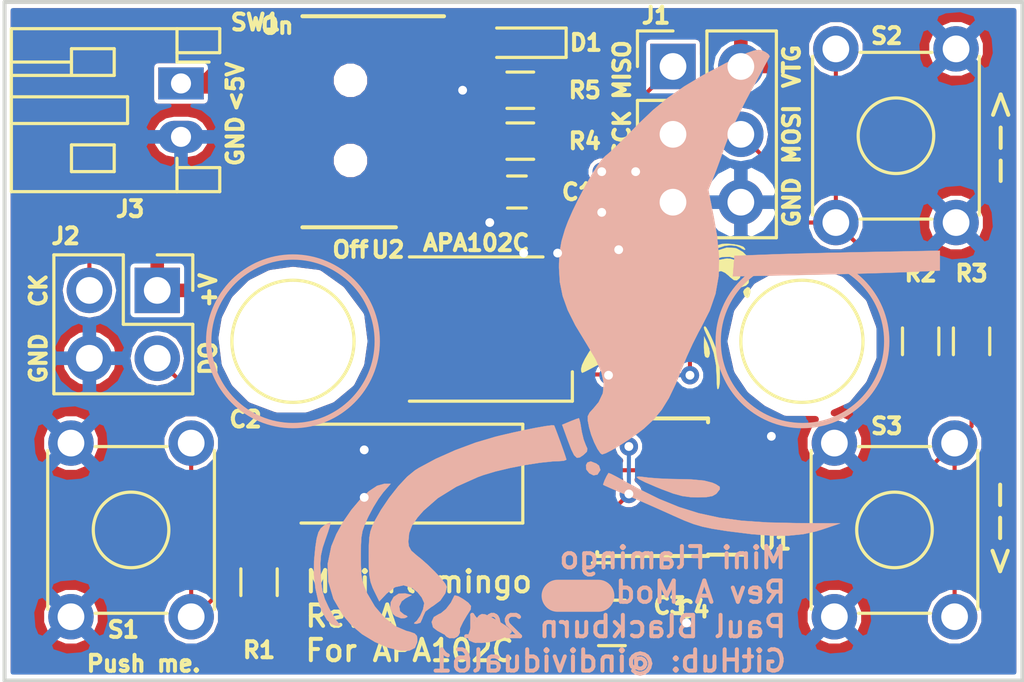
<source format=kicad_pcb>
(kicad_pcb (version 4) (host pcbnew 4.0.7)

  (general
    (links 50)
    (no_connects 0)
    (area 149.1762 73.5962 188.8428 100.0188)
    (thickness 1.6)
    (drawings 27)
    (tracks 137)
    (zones 0)
    (modules 23)
    (nets 13)
  )

  (page A4)
  (layers
    (0 F.Cu signal)
    (31 B.Cu signal)
    (32 B.Adhes user)
    (33 F.Adhes user)
    (34 B.Paste user)
    (35 F.Paste user)
    (36 B.SilkS user hide)
    (37 F.SilkS user hide)
    (38 B.Mask user)
    (39 F.Mask user)
    (40 Dwgs.User user)
    (41 Cmts.User user)
    (42 Eco1.User user)
    (43 Eco2.User user)
    (44 Edge.Cuts user)
    (45 Margin user)
    (46 B.CrtYd user)
    (47 F.CrtYd user)
    (48 B.Fab user hide)
    (49 F.Fab user hide)
  )

  (setup
    (last_trace_width 0.254)
    (user_trace_width 0.254)
    (user_trace_width 0.762)
    (user_trace_width 1.27)
    (user_trace_width 1.778)
    (user_trace_width 2.54)
    (trace_clearance 0.1778)
    (zone_clearance 0.1524)
    (zone_45_only no)
    (trace_min 0.1524)
    (segment_width 0.2)
    (edge_width 0.15)
    (via_size 0.6858)
    (via_drill 0.3302)
    (via_min_size 0.6858)
    (via_min_drill 0.3302)
    (uvia_size 0.6858)
    (uvia_drill 0.3302)
    (uvias_allowed no)
    (uvia_min_size 0.2)
    (uvia_min_drill 0.1)
    (pcb_text_width 0.3)
    (pcb_text_size 1 1)
    (mod_edge_width 0.15)
    (mod_text_size 0.6 0.6)
    (mod_text_width 0.15)
    (pad_size 1 1.5)
    (pad_drill 0)
    (pad_to_mask_clearance 0.0508)
    (aux_axis_origin 0 0)
    (visible_elements FFFC7F7F)
    (pcbplotparams
      (layerselection 0x00030_80000001)
      (usegerberextensions false)
      (excludeedgelayer true)
      (linewidth 0.100000)
      (plotframeref false)
      (viasonmask false)
      (mode 1)
      (useauxorigin false)
      (hpglpennumber 1)
      (hpglpenspeed 20)
      (hpglpendiameter 15)
      (hpglpenoverlay 2)
      (psnegative false)
      (psa4output false)
      (plotreference true)
      (plotvalue true)
      (plotinvisibletext false)
      (padsonsilk false)
      (subtractmaskfromsilk false)
      (outputformat 1)
      (mirror false)
      (drillshape 1)
      (scaleselection 1)
      (outputdirectory ""))
  )

  (net 0 "")
  (net 1 "Net-(C1-Pad1)")
  (net 2 GND)
  (net 3 +BATT)
  (net 4 "Net-(D1-Pad1)")
  (net 5 /PIN6/SW1)
  (net 6 /SCK/WS2812Clock)
  (net 7 /MOSI/WS2812Data)
  (net 8 /PIN2/SW2)
  (net 9 /PIN3/SW3)
  (net 10 /DataOut)
  (net 11 "Net-(J3-Pad1)")
  (net 12 /ClockOut)

  (net_class Default "This is the default net class."
    (clearance 0.1778)
    (trace_width 0.254)
    (via_dia 0.6858)
    (via_drill 0.3302)
    (uvia_dia 0.6858)
    (uvia_drill 0.3302)
  )

  (net_class APA102C_Power ""
    (clearance 0.1778)
    (trace_width 2.54)
    (via_dia 0.6858)
    (via_drill 0.3302)
    (uvia_dia 0.6858)
    (uvia_drill 0.3302)
  )

  (net_class Data ""
    (clearance 0.1524)
    (trace_width 0.1524)
    (via_dia 0.6858)
    (via_drill 0.3302)
    (uvia_dia 0.6858)
    (uvia_drill 0.3302)
    (add_net /ClockOut)
    (add_net /DataOut)
    (add_net /MOSI/WS2812Data)
    (add_net /PIN2/SW2)
    (add_net /PIN3/SW3)
    (add_net /PIN6/SW1)
    (add_net /SCK/WS2812Clock)
    (add_net "Net-(C1-Pad1)")
    (add_net "Net-(D1-Pad1)")
  )

  (net_class Power ""
    (clearance 0.1524)
    (trace_width 0.762)
    (via_dia 0.6858)
    (via_drill 0.3302)
    (uvia_dia 0.6858)
    (uvia_drill 0.3302)
    (add_net +BATT)
    (add_net GND)
    (add_net "Net-(J3-Pad1)")
  )

  (module Connectors_JST:JST_PH_S2B-PH-K_02x2.00mm_Angled (layer F.Cu) (tedit 5A50E66F) (tstamp 5A4E9624)
    (at 157.099 77.343 270)
    (descr "JST PH series connector, S2B-PH-K, side entry type, through hole, Datasheet: http://www.jst-mfg.com/product/pdf/eng/ePH.pdf")
    (tags "connector jst ph")
    (path /5A4A618A)
    (fp_text reference J3 (at 4.699 1.905 360) (layer F.SilkS)
      (effects (font (size 0.6 0.6) (thickness 0.15)))
    )
    (fp_text value "Batt Conn" (at 1 7.25 270) (layer F.Fab)
      (effects (font (size 0.6 0.6) (thickness 0.15)))
    )
    (fp_line (start 0.5 6.35) (end 0.5 2) (layer F.SilkS) (width 0.12))
    (fp_line (start 0.5 2) (end 1.5 2) (layer F.SilkS) (width 0.12))
    (fp_line (start 1.5 2) (end 1.5 6.35) (layer F.SilkS) (width 0.12))
    (fp_line (start -0.8 0.15) (end -1.15 0.15) (layer F.SilkS) (width 0.12))
    (fp_line (start -1.15 0.15) (end -1.15 -1.45) (layer F.SilkS) (width 0.12))
    (fp_line (start -1.15 -1.45) (end -2.05 -1.45) (layer F.SilkS) (width 0.12))
    (fp_line (start -2.05 -1.45) (end -2.05 6.35) (layer F.SilkS) (width 0.12))
    (fp_line (start -2.05 6.35) (end 4.05 6.35) (layer F.SilkS) (width 0.12))
    (fp_line (start 4.05 6.35) (end 4.05 -1.45) (layer F.SilkS) (width 0.12))
    (fp_line (start 4.05 -1.45) (end 3.15 -1.45) (layer F.SilkS) (width 0.12))
    (fp_line (start 3.15 -1.45) (end 3.15 0.15) (layer F.SilkS) (width 0.12))
    (fp_line (start 3.15 0.15) (end 2.8 0.15) (layer F.SilkS) (width 0.12))
    (fp_line (start -2.05 0.15) (end -1.15 0.15) (layer F.SilkS) (width 0.12))
    (fp_line (start 4.05 0.15) (end 3.15 0.15) (layer F.SilkS) (width 0.12))
    (fp_line (start -1.3 2.5) (end -1.3 4.1) (layer F.SilkS) (width 0.12))
    (fp_line (start -1.3 4.1) (end -0.3 4.1) (layer F.SilkS) (width 0.12))
    (fp_line (start -0.3 4.1) (end -0.3 2.5) (layer F.SilkS) (width 0.12))
    (fp_line (start -0.3 2.5) (end -1.3 2.5) (layer F.SilkS) (width 0.12))
    (fp_line (start 3.3 2.5) (end 3.3 4.1) (layer F.SilkS) (width 0.12))
    (fp_line (start 3.3 4.1) (end 2.3 4.1) (layer F.SilkS) (width 0.12))
    (fp_line (start 2.3 4.1) (end 2.3 2.5) (layer F.SilkS) (width 0.12))
    (fp_line (start 2.3 2.5) (end 3.3 2.5) (layer F.SilkS) (width 0.12))
    (fp_line (start -0.3 4.1) (end -0.3 6.35) (layer F.SilkS) (width 0.12))
    (fp_line (start -0.8 4.1) (end -0.8 6.35) (layer F.SilkS) (width 0.12))
    (fp_line (start -2.45 -1.85) (end -2.45 6.75) (layer F.CrtYd) (width 0.05))
    (fp_line (start -2.45 6.75) (end 4.45 6.75) (layer F.CrtYd) (width 0.05))
    (fp_line (start 4.45 6.75) (end 4.45 -1.85) (layer F.CrtYd) (width 0.05))
    (fp_line (start 4.45 -1.85) (end -2.45 -1.85) (layer F.CrtYd) (width 0.05))
    (fp_line (start -1.25 0.25) (end -1.25 -1.35) (layer F.Fab) (width 0.1))
    (fp_line (start -1.25 -1.35) (end -1.95 -1.35) (layer F.Fab) (width 0.1))
    (fp_line (start -1.95 -1.35) (end -1.95 6.25) (layer F.Fab) (width 0.1))
    (fp_line (start -1.95 6.25) (end 3.95 6.25) (layer F.Fab) (width 0.1))
    (fp_line (start 3.95 6.25) (end 3.95 -1.35) (layer F.Fab) (width 0.1))
    (fp_line (start 3.95 -1.35) (end 3.25 -1.35) (layer F.Fab) (width 0.1))
    (fp_line (start 3.25 -1.35) (end 3.25 0.25) (layer F.Fab) (width 0.1))
    (fp_line (start 3.25 0.25) (end -1.25 0.25) (layer F.Fab) (width 0.1))
    (fp_line (start -0.8 0.15) (end -0.8 -1.05) (layer F.SilkS) (width 0.12))
    (fp_line (start 0 0.85) (end -0.5 1.35) (layer F.Fab) (width 0.1))
    (fp_line (start -0.5 1.35) (end 0.5 1.35) (layer F.Fab) (width 0.1))
    (fp_line (start 0.5 1.35) (end 0 0.85) (layer F.Fab) (width 0.1))
    (fp_text user %R (at 1 2.5 270) (layer F.Fab)
      (effects (font (size 0.6 0.6) (thickness 0.15)))
    )
    (pad 1 thru_hole rect (at 0 0 270) (size 1.2 1.7) (drill 0.75) (layers *.Cu *.Mask)
      (net 11 "Net-(J3-Pad1)"))
    (pad 2 thru_hole oval (at 2 0 270) (size 1.2 1.7) (drill 0.75) (layers *.Cu *.Mask)
      (net 2 GND))
    (model ${KISYS3DMOD}/Connectors_JST.3dshapes/JST_PH_S2B-PH-K_02x2.00mm_Angled.wrl
      (at (xyz 0 0 0))
      (scale (xyz 1 1 1))
      (rotate (xyz 0 0 0))
    )
  )

  (module Connectors:1pin (layer F.Cu) (tedit 5A4EB6FA) (tstamp 5A4EB78C)
    (at 161.29 86.995)
    (descr "module 1 pin (ou trou mecanique de percage)")
    (tags DEV)
    (fp_text reference Hole1 (at 0 -3.048) (layer F.SilkS) hide
      (effects (font (size 0.6 0.6) (thickness 0.15)))
    )
    (fp_text value 1pin (at 0 3) (layer F.Fab)
      (effects (font (size 0.6 0.6) (thickness 0.15)))
    )
    (fp_circle (center 0 0) (end 2 0.8) (layer F.Fab) (width 0.1))
    (fp_circle (center 0 0) (end 2.6 0) (layer F.CrtYd) (width 0.05))
    (fp_circle (center 0 0) (end 0 -2.286) (layer F.SilkS) (width 0.12))
    (pad "" np_thru_hole circle (at 0 0) (size 2.2 2.2) (drill 2.2) (layers *.Cu *.Mask))
  )

  (module Capacitors_SMD:C_0603_HandSoldering (layer F.Cu) (tedit 5A50E461) (tstamp 5A4E1375)
    (at 169.672 81.407 180)
    (descr "Capacitor SMD 0603, hand soldering")
    (tags "capacitor 0603")
    (path /5A49BA0E)
    (attr smd)
    (fp_text reference C1 (at -2.286 0 180) (layer F.SilkS)
      (effects (font (size 0.6 0.6) (thickness 0.15)))
    )
    (fp_text value 0.1uF (at 0 1.5 180) (layer F.Fab)
      (effects (font (size 0.6 0.6) (thickness 0.15)))
    )
    (fp_text user %R (at 0.066 0 180) (layer F.Fab)
      (effects (font (size 0.6 0.6) (thickness 0.15)))
    )
    (fp_line (start -0.8 0.4) (end -0.8 -0.4) (layer F.Fab) (width 0.1))
    (fp_line (start 0.8 0.4) (end -0.8 0.4) (layer F.Fab) (width 0.1))
    (fp_line (start 0.8 -0.4) (end 0.8 0.4) (layer F.Fab) (width 0.1))
    (fp_line (start -0.8 -0.4) (end 0.8 -0.4) (layer F.Fab) (width 0.1))
    (fp_line (start -0.35 -0.6) (end 0.35 -0.6) (layer F.SilkS) (width 0.12))
    (fp_line (start 0.35 0.6) (end -0.35 0.6) (layer F.SilkS) (width 0.12))
    (fp_line (start -1.8 -0.65) (end 1.8 -0.65) (layer F.CrtYd) (width 0.05))
    (fp_line (start -1.8 -0.65) (end -1.8 0.65) (layer F.CrtYd) (width 0.05))
    (fp_line (start 1.8 0.65) (end 1.8 -0.65) (layer F.CrtYd) (width 0.05))
    (fp_line (start 1.8 0.65) (end -1.8 0.65) (layer F.CrtYd) (width 0.05))
    (pad 1 smd rect (at -0.95 0 180) (size 1.2 0.75) (layers F.Cu F.Paste F.Mask)
      (net 1 "Net-(C1-Pad1)"))
    (pad 2 smd rect (at 0.95 0 180) (size 1.2 0.75) (layers F.Cu F.Paste F.Mask)
      (net 2 GND))
    (model Capacitors_SMD.3dshapes/C_0603.wrl
      (at (xyz 0 0 0))
      (scale (xyz 1 1 1))
      (rotate (xyz 0 0 0))
    )
  )

  (module Capacitors_Tantalum_SMD:CP_Tantalum_Case-C_EIA-6032-28_Hand (layer F.Cu) (tedit 58CC8C08) (tstamp 5A4E137B)
    (at 164.592 91.948 180)
    (descr "Tantalum capacitor, Case C, EIA 6032-28, 6.0x3.2x2.5mm, Hand soldering footprint")
    (tags "capacitor tantalum smd")
    (path /5A4A67A2)
    (attr smd)
    (fp_text reference C2 (at 5.08 2.032 360) (layer F.SilkS)
      (effects (font (size 0.6 0.6) (thickness 0.15)))
    )
    (fp_text value 100uF (at 0 3.35 180) (layer F.Fab)
      (effects (font (size 0.6 0.6) (thickness 0.15)))
    )
    (fp_text user %R (at 0 0 180) (layer F.Fab)
      (effects (font (size 0.6 0.6) (thickness 0.15)))
    )
    (fp_line (start -5.4 -2) (end -5.4 2) (layer F.CrtYd) (width 0.05))
    (fp_line (start -5.4 2) (end 5.4 2) (layer F.CrtYd) (width 0.05))
    (fp_line (start 5.4 2) (end 5.4 -2) (layer F.CrtYd) (width 0.05))
    (fp_line (start 5.4 -2) (end -5.4 -2) (layer F.CrtYd) (width 0.05))
    (fp_line (start -3 -1.6) (end -3 1.6) (layer F.Fab) (width 0.1))
    (fp_line (start -3 1.6) (end 3 1.6) (layer F.Fab) (width 0.1))
    (fp_line (start 3 1.6) (end 3 -1.6) (layer F.Fab) (width 0.1))
    (fp_line (start 3 -1.6) (end -3 -1.6) (layer F.Fab) (width 0.1))
    (fp_line (start -2.4 -1.6) (end -2.4 1.6) (layer F.Fab) (width 0.1))
    (fp_line (start -2.1 -1.6) (end -2.1 1.6) (layer F.Fab) (width 0.1))
    (fp_line (start -5.3 -1.85) (end 3 -1.85) (layer F.SilkS) (width 0.12))
    (fp_line (start -5.3 1.85) (end 3 1.85) (layer F.SilkS) (width 0.12))
    (fp_line (start -5.3 -1.85) (end -5.3 1.85) (layer F.SilkS) (width 0.12))
    (pad 1 smd rect (at -3.125 0 180) (size 3.75 2.5) (layers F.Cu F.Paste F.Mask)
      (net 3 +BATT))
    (pad 2 smd rect (at 3.125 0 180) (size 3.75 2.5) (layers F.Cu F.Paste F.Mask)
      (net 2 GND))
    (model Capacitors_Tantalum_SMD.3dshapes/CP_Tantalum_Case-C_EIA-6032-28.wrl
      (at (xyz 0 0 0))
      (scale (xyz 1 1 1))
      (rotate (xyz 0 0 0))
    )
  )

  (module Capacitors_SMD:C_0603_HandSoldering (layer F.Cu) (tedit 58AA848B) (tstamp 5A4E1381)
    (at 172.847 95.885)
    (descr "Capacitor SMD 0603, hand soldering")
    (tags "capacitor 0603")
    (path /5A4A69CF)
    (attr smd)
    (fp_text reference C3 (at 2.54 1.016) (layer F.SilkS)
      (effects (font (size 0.6 0.6) (thickness 0.15)))
    )
    (fp_text value 0.1uF (at 0 1.5) (layer F.Fab)
      (effects (font (size 0.6 0.6) (thickness 0.15)))
    )
    (fp_text user %R (at 0 -1.25) (layer F.Fab)
      (effects (font (size 0.6 0.6) (thickness 0.15)))
    )
    (fp_line (start -0.8 0.4) (end -0.8 -0.4) (layer F.Fab) (width 0.1))
    (fp_line (start 0.8 0.4) (end -0.8 0.4) (layer F.Fab) (width 0.1))
    (fp_line (start 0.8 -0.4) (end 0.8 0.4) (layer F.Fab) (width 0.1))
    (fp_line (start -0.8 -0.4) (end 0.8 -0.4) (layer F.Fab) (width 0.1))
    (fp_line (start -0.35 -0.6) (end 0.35 -0.6) (layer F.SilkS) (width 0.12))
    (fp_line (start 0.35 0.6) (end -0.35 0.6) (layer F.SilkS) (width 0.12))
    (fp_line (start -1.8 -0.65) (end 1.8 -0.65) (layer F.CrtYd) (width 0.05))
    (fp_line (start -1.8 -0.65) (end -1.8 0.65) (layer F.CrtYd) (width 0.05))
    (fp_line (start 1.8 0.65) (end 1.8 -0.65) (layer F.CrtYd) (width 0.05))
    (fp_line (start 1.8 0.65) (end -1.8 0.65) (layer F.CrtYd) (width 0.05))
    (pad 1 smd rect (at -0.95 0) (size 1.2 0.75) (layers F.Cu F.Paste F.Mask)
      (net 3 +BATT))
    (pad 2 smd rect (at 0.95 0) (size 1.2 0.75) (layers F.Cu F.Paste F.Mask)
      (net 2 GND))
    (model Capacitors_SMD.3dshapes/C_0603.wrl
      (at (xyz 0 0 0))
      (scale (xyz 1 1 1))
      (rotate (xyz 0 0 0))
    )
  )

  (module Capacitors_SMD:C_0805_HandSoldering (layer F.Cu) (tedit 58AA84A8) (tstamp 5A4E1387)
    (at 173.228 97.536)
    (descr "Capacitor SMD 0805, hand soldering")
    (tags "capacitor 0805")
    (path /5A49BCDB)
    (attr smd)
    (fp_text reference C4 (at 3.048 -0.508) (layer F.SilkS)
      (effects (font (size 0.6 0.6) (thickness 0.15)))
    )
    (fp_text value 10uF (at 0 1.75) (layer F.Fab)
      (effects (font (size 0.6 0.6) (thickness 0.15)))
    )
    (fp_text user %R (at 0 -1.75) (layer F.Fab)
      (effects (font (size 0.6 0.6) (thickness 0.15)))
    )
    (fp_line (start -1 0.62) (end -1 -0.62) (layer F.Fab) (width 0.1))
    (fp_line (start 1 0.62) (end -1 0.62) (layer F.Fab) (width 0.1))
    (fp_line (start 1 -0.62) (end 1 0.62) (layer F.Fab) (width 0.1))
    (fp_line (start -1 -0.62) (end 1 -0.62) (layer F.Fab) (width 0.1))
    (fp_line (start 0.5 -0.85) (end -0.5 -0.85) (layer F.SilkS) (width 0.12))
    (fp_line (start -0.5 0.85) (end 0.5 0.85) (layer F.SilkS) (width 0.12))
    (fp_line (start -2.25 -0.88) (end 2.25 -0.88) (layer F.CrtYd) (width 0.05))
    (fp_line (start -2.25 -0.88) (end -2.25 0.87) (layer F.CrtYd) (width 0.05))
    (fp_line (start 2.25 0.87) (end 2.25 -0.88) (layer F.CrtYd) (width 0.05))
    (fp_line (start 2.25 0.87) (end -2.25 0.87) (layer F.CrtYd) (width 0.05))
    (pad 1 smd rect (at -1.25 0) (size 1.5 1.25) (layers F.Cu F.Paste F.Mask)
      (net 3 +BATT))
    (pad 2 smd rect (at 1.25 0) (size 1.5 1.25) (layers F.Cu F.Paste F.Mask)
      (net 2 GND))
    (model Capacitors_SMD.3dshapes/C_0805.wrl
      (at (xyz 0 0 0))
      (scale (xyz 1 1 1))
      (rotate (xyz 0 0 0))
    )
  )

  (module LEDs:LED_0603_HandSoldering (layer F.Cu) (tedit 5A50E46D) (tstamp 5A4E1393)
    (at 169.715 75.819 180)
    (descr "LED SMD 0603, hand soldering")
    (tags "LED 0603")
    (path /5A4A524A)
    (attr smd)
    (fp_text reference D1 (at -2.54 0 180) (layer F.SilkS)
      (effects (font (size 0.6 0.6) (thickness 0.15)))
    )
    (fp_text value "Power LED" (at 0 1.55 180) (layer F.Fab)
      (effects (font (size 0.6 0.6) (thickness 0.15)))
    )
    (fp_line (start -1.8 -0.55) (end -1.8 0.55) (layer F.SilkS) (width 0.12))
    (fp_line (start -0.2 -0.2) (end -0.2 0.2) (layer F.Fab) (width 0.1))
    (fp_line (start -0.15 0) (end 0.15 -0.2) (layer F.Fab) (width 0.1))
    (fp_line (start 0.15 0.2) (end -0.15 0) (layer F.Fab) (width 0.1))
    (fp_line (start 0.15 -0.2) (end 0.15 0.2) (layer F.Fab) (width 0.1))
    (fp_line (start 0.8 0.4) (end -0.8 0.4) (layer F.Fab) (width 0.1))
    (fp_line (start 0.8 -0.4) (end 0.8 0.4) (layer F.Fab) (width 0.1))
    (fp_line (start -0.8 -0.4) (end 0.8 -0.4) (layer F.Fab) (width 0.1))
    (fp_line (start -1.8 0.55) (end 0.8 0.55) (layer F.SilkS) (width 0.12))
    (fp_line (start -1.8 -0.55) (end 0.8 -0.55) (layer F.SilkS) (width 0.12))
    (fp_line (start -1.96 -0.7) (end 1.95 -0.7) (layer F.CrtYd) (width 0.05))
    (fp_line (start -1.96 -0.7) (end -1.96 0.7) (layer F.CrtYd) (width 0.05))
    (fp_line (start 1.95 0.7) (end 1.95 -0.7) (layer F.CrtYd) (width 0.05))
    (fp_line (start 1.95 0.7) (end -1.96 0.7) (layer F.CrtYd) (width 0.05))
    (fp_line (start -0.8 -0.4) (end -0.8 0.4) (layer F.Fab) (width 0.1))
    (pad 1 smd rect (at -1.1 0 180) (size 1.2 0.9) (layers F.Cu F.Paste F.Mask)
      (net 4 "Net-(D1-Pad1)"))
    (pad 2 smd rect (at 1.1 0 180) (size 1.2 0.9) (layers F.Cu F.Paste F.Mask)
      (net 3 +BATT))
    (model ${KISYS3DMOD}/LEDs.3dshapes/LED_0603.wrl
      (at (xyz 0 0 0))
      (scale (xyz 1 1 1))
      (rotate (xyz 0 0 180))
    )
  )

  (module Pin_Headers:Pin_Header_Straight_2x03_Pitch2.54mm (layer F.Cu) (tedit 5A4EC4FB) (tstamp 5A4E139D)
    (at 175.514 76.708)
    (descr "Through hole straight pin header, 2x03, 2.54mm pitch, double rows")
    (tags "Through hole pin header THT 2x03 2.54mm double row")
    (path /5A4A569D)
    (fp_text reference J1 (at -0.635 -1.905) (layer F.SilkS)
      (effects (font (size 0.6 0.6) (thickness 0.15)))
    )
    (fp_text value ISP_Header (at 1.27 7.41) (layer F.Fab)
      (effects (font (size 0.6 0.6) (thickness 0.15)))
    )
    (fp_line (start 0 -1.27) (end 3.81 -1.27) (layer F.Fab) (width 0.1))
    (fp_line (start 3.81 -1.27) (end 3.81 6.35) (layer F.Fab) (width 0.1))
    (fp_line (start 3.81 6.35) (end -1.27 6.35) (layer F.Fab) (width 0.1))
    (fp_line (start -1.27 6.35) (end -1.27 0) (layer F.Fab) (width 0.1))
    (fp_line (start -1.27 0) (end 0 -1.27) (layer F.Fab) (width 0.1))
    (fp_line (start -1.33 6.41) (end 3.87 6.41) (layer F.SilkS) (width 0.12))
    (fp_line (start -1.33 1.27) (end -1.33 6.41) (layer F.SilkS) (width 0.12))
    (fp_line (start 3.87 -1.33) (end 3.87 6.41) (layer F.SilkS) (width 0.12))
    (fp_line (start -1.33 1.27) (end 1.27 1.27) (layer F.SilkS) (width 0.12))
    (fp_line (start 1.27 1.27) (end 1.27 -1.33) (layer F.SilkS) (width 0.12))
    (fp_line (start 1.27 -1.33) (end 3.87 -1.33) (layer F.SilkS) (width 0.12))
    (fp_line (start -1.33 0) (end -1.33 -1.33) (layer F.SilkS) (width 0.12))
    (fp_line (start -1.33 -1.33) (end 0 -1.33) (layer F.SilkS) (width 0.12))
    (fp_line (start -1.8 -1.8) (end -1.8 6.85) (layer F.CrtYd) (width 0.05))
    (fp_line (start -1.8 6.85) (end 4.35 6.85) (layer F.CrtYd) (width 0.05))
    (fp_line (start 4.35 6.85) (end 4.35 -1.8) (layer F.CrtYd) (width 0.05))
    (fp_line (start 4.35 -1.8) (end -1.8 -1.8) (layer F.CrtYd) (width 0.05))
    (fp_text user %R (at 1.27 2.54 90) (layer F.Fab)
      (effects (font (size 0.6 0.6) (thickness 0.15)))
    )
    (pad 1 thru_hole rect (at 0 0) (size 1.7 1.7) (drill 1) (layers *.Cu *.Mask)
      (net 5 /PIN6/SW1))
    (pad 2 thru_hole oval (at 2.54 0) (size 1.7 1.7) (drill 1) (layers *.Cu *.Mask)
      (net 3 +BATT))
    (pad 3 thru_hole oval (at 0 2.54) (size 1.7 1.7) (drill 1) (layers *.Cu *.Mask)
      (net 6 /SCK/WS2812Clock))
    (pad 4 thru_hole oval (at 2.54 2.54) (size 1.7 1.7) (drill 1) (layers *.Cu *.Mask)
      (net 7 /MOSI/WS2812Data))
    (pad 5 thru_hole oval (at 0 5.08) (size 1.7 1.7) (drill 1) (layers *.Cu *.Mask)
      (net 1 "Net-(C1-Pad1)"))
    (pad 6 thru_hole oval (at 2.54 5.08) (size 1.7 1.7) (drill 1) (layers *.Cu *.Mask)
      (net 2 GND))
    (model ${KISYS3DMOD}/Pin_Headers.3dshapes/Pin_Header_Straight_2x03_Pitch2.54mm.wrl
      (at (xyz 0 0 0))
      (scale (xyz 1 1 1))
      (rotate (xyz 0 0 0))
    )
  )

  (module Resistors_SMD:R_0603_HandSoldering (layer F.Cu) (tedit 58E0A804) (tstamp 5A4E13A9)
    (at 160.02 96.012 90)
    (descr "Resistor SMD 0603, hand soldering")
    (tags "resistor 0603")
    (path /5A499998)
    (attr smd)
    (fp_text reference R1 (at -2.54 0 180) (layer F.SilkS)
      (effects (font (size 0.6 0.6) (thickness 0.15)))
    )
    (fp_text value 10k (at 0 1.55 90) (layer F.Fab)
      (effects (font (size 0.6 0.6) (thickness 0.15)))
    )
    (fp_text user %R (at 0 0 90) (layer F.Fab)
      (effects (font (size 0.6 0.6) (thickness 0.15)))
    )
    (fp_line (start -0.8 0.4) (end -0.8 -0.4) (layer F.Fab) (width 0.1))
    (fp_line (start 0.8 0.4) (end -0.8 0.4) (layer F.Fab) (width 0.1))
    (fp_line (start 0.8 -0.4) (end 0.8 0.4) (layer F.Fab) (width 0.1))
    (fp_line (start -0.8 -0.4) (end 0.8 -0.4) (layer F.Fab) (width 0.1))
    (fp_line (start 0.5 0.68) (end -0.5 0.68) (layer F.SilkS) (width 0.12))
    (fp_line (start -0.5 -0.68) (end 0.5 -0.68) (layer F.SilkS) (width 0.12))
    (fp_line (start -1.96 -0.7) (end 1.95 -0.7) (layer F.CrtYd) (width 0.05))
    (fp_line (start -1.96 -0.7) (end -1.96 0.7) (layer F.CrtYd) (width 0.05))
    (fp_line (start 1.95 0.7) (end 1.95 -0.7) (layer F.CrtYd) (width 0.05))
    (fp_line (start 1.95 0.7) (end -1.96 0.7) (layer F.CrtYd) (width 0.05))
    (pad 1 smd rect (at -1.1 0 90) (size 1.2 0.9) (layers F.Cu F.Paste F.Mask)
      (net 3 +BATT))
    (pad 2 smd rect (at 1.1 0 90) (size 1.2 0.9) (layers F.Cu F.Paste F.Mask)
      (net 5 /PIN6/SW1))
    (model ${KISYS3DMOD}/Resistors_SMD.3dshapes/R_0603.wrl
      (at (xyz 0 0 0))
      (scale (xyz 1 1 1))
      (rotate (xyz 0 0 0))
    )
  )

  (module Resistors_SMD:R_0603_HandSoldering (layer F.Cu) (tedit 58E0A804) (tstamp 5A4E13AF)
    (at 184.785 86.995 90)
    (descr "Resistor SMD 0603, hand soldering")
    (tags "resistor 0603")
    (path /5A4AE429)
    (attr smd)
    (fp_text reference R2 (at 2.54 0 180) (layer F.SilkS)
      (effects (font (size 0.6 0.6) (thickness 0.15)))
    )
    (fp_text value 10k (at 0 1.55 90) (layer F.Fab)
      (effects (font (size 0.6 0.6) (thickness 0.15)))
    )
    (fp_text user %R (at 0 0 90) (layer F.Fab)
      (effects (font (size 0.6 0.6) (thickness 0.15)))
    )
    (fp_line (start -0.8 0.4) (end -0.8 -0.4) (layer F.Fab) (width 0.1))
    (fp_line (start 0.8 0.4) (end -0.8 0.4) (layer F.Fab) (width 0.1))
    (fp_line (start 0.8 -0.4) (end 0.8 0.4) (layer F.Fab) (width 0.1))
    (fp_line (start -0.8 -0.4) (end 0.8 -0.4) (layer F.Fab) (width 0.1))
    (fp_line (start 0.5 0.68) (end -0.5 0.68) (layer F.SilkS) (width 0.12))
    (fp_line (start -0.5 -0.68) (end 0.5 -0.68) (layer F.SilkS) (width 0.12))
    (fp_line (start -1.96 -0.7) (end 1.95 -0.7) (layer F.CrtYd) (width 0.05))
    (fp_line (start -1.96 -0.7) (end -1.96 0.7) (layer F.CrtYd) (width 0.05))
    (fp_line (start 1.95 0.7) (end 1.95 -0.7) (layer F.CrtYd) (width 0.05))
    (fp_line (start 1.95 0.7) (end -1.96 0.7) (layer F.CrtYd) (width 0.05))
    (pad 1 smd rect (at -1.1 0 90) (size 1.2 0.9) (layers F.Cu F.Paste F.Mask)
      (net 3 +BATT))
    (pad 2 smd rect (at 1.1 0 90) (size 1.2 0.9) (layers F.Cu F.Paste F.Mask)
      (net 8 /PIN2/SW2))
    (model ${KISYS3DMOD}/Resistors_SMD.3dshapes/R_0603.wrl
      (at (xyz 0 0 0))
      (scale (xyz 1 1 1))
      (rotate (xyz 0 0 0))
    )
  )

  (module Resistors_SMD:R_0603_HandSoldering (layer F.Cu) (tedit 58E0A804) (tstamp 5A4E13B5)
    (at 186.69 86.995 270)
    (descr "Resistor SMD 0603, hand soldering")
    (tags "resistor 0603")
    (path /5A4AE4CF)
    (attr smd)
    (fp_text reference R3 (at -2.54 0 360) (layer F.SilkS)
      (effects (font (size 0.6 0.6) (thickness 0.15)))
    )
    (fp_text value 10k (at 0 1.55 270) (layer F.Fab)
      (effects (font (size 0.6 0.6) (thickness 0.15)))
    )
    (fp_text user %R (at 0 0 270) (layer F.Fab)
      (effects (font (size 0.6 0.6) (thickness 0.15)))
    )
    (fp_line (start -0.8 0.4) (end -0.8 -0.4) (layer F.Fab) (width 0.1))
    (fp_line (start 0.8 0.4) (end -0.8 0.4) (layer F.Fab) (width 0.1))
    (fp_line (start 0.8 -0.4) (end 0.8 0.4) (layer F.Fab) (width 0.1))
    (fp_line (start -0.8 -0.4) (end 0.8 -0.4) (layer F.Fab) (width 0.1))
    (fp_line (start 0.5 0.68) (end -0.5 0.68) (layer F.SilkS) (width 0.12))
    (fp_line (start -0.5 -0.68) (end 0.5 -0.68) (layer F.SilkS) (width 0.12))
    (fp_line (start -1.96 -0.7) (end 1.95 -0.7) (layer F.CrtYd) (width 0.05))
    (fp_line (start -1.96 -0.7) (end -1.96 0.7) (layer F.CrtYd) (width 0.05))
    (fp_line (start 1.95 0.7) (end 1.95 -0.7) (layer F.CrtYd) (width 0.05))
    (fp_line (start 1.95 0.7) (end -1.96 0.7) (layer F.CrtYd) (width 0.05))
    (pad 1 smd rect (at -1.1 0 270) (size 1.2 0.9) (layers F.Cu F.Paste F.Mask)
      (net 3 +BATT))
    (pad 2 smd rect (at 1.1 0 270) (size 1.2 0.9) (layers F.Cu F.Paste F.Mask)
      (net 9 /PIN3/SW3))
    (model ${KISYS3DMOD}/Resistors_SMD.3dshapes/R_0603.wrl
      (at (xyz 0 0 0))
      (scale (xyz 1 1 1))
      (rotate (xyz 0 0 0))
    )
  )

  (module Resistors_SMD:R_0603_HandSoldering (layer F.Cu) (tedit 5A50E47F) (tstamp 5A4E13BB)
    (at 169.799 79.502)
    (descr "Resistor SMD 0603, hand soldering")
    (tags "resistor 0603")
    (path /5A49A0CB)
    (attr smd)
    (fp_text reference R4 (at 2.413 0) (layer F.SilkS)
      (effects (font (size 0.6 0.6) (thickness 0.15)))
    )
    (fp_text value 4.7k (at 0 1.55) (layer F.Fab)
      (effects (font (size 0.6 0.6) (thickness 0.15)))
    )
    (fp_text user %R (at 0 0) (layer F.Fab)
      (effects (font (size 0.6 0.6) (thickness 0.15)))
    )
    (fp_line (start -0.8 0.4) (end -0.8 -0.4) (layer F.Fab) (width 0.1))
    (fp_line (start 0.8 0.4) (end -0.8 0.4) (layer F.Fab) (width 0.1))
    (fp_line (start 0.8 -0.4) (end 0.8 0.4) (layer F.Fab) (width 0.1))
    (fp_line (start -0.8 -0.4) (end 0.8 -0.4) (layer F.Fab) (width 0.1))
    (fp_line (start 0.5 0.68) (end -0.5 0.68) (layer F.SilkS) (width 0.12))
    (fp_line (start -0.5 -0.68) (end 0.5 -0.68) (layer F.SilkS) (width 0.12))
    (fp_line (start -1.96 -0.7) (end 1.95 -0.7) (layer F.CrtYd) (width 0.05))
    (fp_line (start -1.96 -0.7) (end -1.96 0.7) (layer F.CrtYd) (width 0.05))
    (fp_line (start 1.95 0.7) (end 1.95 -0.7) (layer F.CrtYd) (width 0.05))
    (fp_line (start 1.95 0.7) (end -1.96 0.7) (layer F.CrtYd) (width 0.05))
    (pad 1 smd rect (at -1.1 0) (size 1.2 0.9) (layers F.Cu F.Paste F.Mask)
      (net 3 +BATT))
    (pad 2 smd rect (at 1.1 0) (size 1.2 0.9) (layers F.Cu F.Paste F.Mask)
      (net 1 "Net-(C1-Pad1)"))
    (model ${KISYS3DMOD}/Resistors_SMD.3dshapes/R_0603.wrl
      (at (xyz 0 0 0))
      (scale (xyz 1 1 1))
      (rotate (xyz 0 0 0))
    )
  )

  (module Resistors_SMD:R_0603_HandSoldering (layer F.Cu) (tedit 5A50E475) (tstamp 5A4E13C1)
    (at 169.799 77.597 180)
    (descr "Resistor SMD 0603, hand soldering")
    (tags "resistor 0603")
    (path /5A49C261)
    (attr smd)
    (fp_text reference R5 (at -2.413 0 180) (layer F.SilkS)
      (effects (font (size 0.6 0.6) (thickness 0.15)))
    )
    (fp_text value 1.5k (at 0 1.55 180) (layer F.Fab)
      (effects (font (size 0.6 0.6) (thickness 0.15)))
    )
    (fp_text user %R (at 0 0 180) (layer F.Fab)
      (effects (font (size 0.6 0.6) (thickness 0.15)))
    )
    (fp_line (start -0.8 0.4) (end -0.8 -0.4) (layer F.Fab) (width 0.1))
    (fp_line (start 0.8 0.4) (end -0.8 0.4) (layer F.Fab) (width 0.1))
    (fp_line (start 0.8 -0.4) (end 0.8 0.4) (layer F.Fab) (width 0.1))
    (fp_line (start -0.8 -0.4) (end 0.8 -0.4) (layer F.Fab) (width 0.1))
    (fp_line (start 0.5 0.68) (end -0.5 0.68) (layer F.SilkS) (width 0.12))
    (fp_line (start -0.5 -0.68) (end 0.5 -0.68) (layer F.SilkS) (width 0.12))
    (fp_line (start -1.96 -0.7) (end 1.95 -0.7) (layer F.CrtYd) (width 0.05))
    (fp_line (start -1.96 -0.7) (end -1.96 0.7) (layer F.CrtYd) (width 0.05))
    (fp_line (start 1.95 0.7) (end 1.95 -0.7) (layer F.CrtYd) (width 0.05))
    (fp_line (start 1.95 0.7) (end -1.96 0.7) (layer F.CrtYd) (width 0.05))
    (pad 1 smd rect (at -1.1 0 180) (size 1.2 0.9) (layers F.Cu F.Paste F.Mask)
      (net 4 "Net-(D1-Pad1)"))
    (pad 2 smd rect (at 1.1 0 180) (size 1.2 0.9) (layers F.Cu F.Paste F.Mask)
      (net 2 GND))
    (model ${KISYS3DMOD}/Resistors_SMD.3dshapes/R_0603.wrl
      (at (xyz 0 0 0))
      (scale (xyz 1 1 1))
      (rotate (xyz 0 0 0))
    )
  )

  (module Buttons_Switches_THT:SW_TH_Tactile_Omron_B3F-10xx (layer F.Cu) (tedit 5928351D) (tstamp 5A4E13C9)
    (at 157.48 90.805 270)
    (descr SW_TH_Tactile_Omron_B3F-10xx_https://www.omron.com/ecb/products/pdf/en-b3f.pdf)
    (tags "Omron B3F-10xx")
    (path /5A4AD1C4)
    (fp_text reference S1 (at 6.985 2.54 360) (layer F.SilkS)
      (effects (font (size 0.6 0.6) (thickness 0.15)))
    )
    (fp_text value Cycle (at 3.2 6.5 270) (layer F.Fab)
      (effects (font (size 0.6 0.6) (thickness 0.15)))
    )
    (fp_line (start 0.25 -0.75) (end 0.25 5.25) (layer F.Fab) (width 0.1))
    (fp_line (start 6.25 -0.75) (end 6.25 5.25) (layer F.Fab) (width 0.1))
    (fp_line (start 0.25 -0.75) (end 6.25 -0.75) (layer F.Fab) (width 0.1))
    (fp_text user %R (at 3.25 2.25 270) (layer F.Fab)
      (effects (font (size 0.6 0.6) (thickness 0.15)))
    )
    (fp_line (start 7.65 -1.15) (end -1.1 -1.15) (layer F.CrtYd) (width 0.05))
    (fp_line (start 7.6 5.6) (end 7.6 -1.1) (layer F.CrtYd) (width 0.05))
    (fp_line (start -1.1 5.6) (end 7.6 5.6) (layer F.CrtYd) (width 0.05))
    (fp_line (start -1.1 -1.15) (end -1.1 5.6) (layer F.CrtYd) (width 0.05))
    (fp_circle (center 3.25 2.25) (end 4.25 3.25) (layer F.SilkS) (width 0.12))
    (fp_line (start 0.28 5.37) (end 6.22 5.37) (layer F.SilkS) (width 0.12))
    (fp_line (start 0.28 -0.87) (end 6.22 -0.87) (layer F.SilkS) (width 0.12))
    (fp_line (start 0.13 3.59) (end 0.13 0.91) (layer F.SilkS) (width 0.12))
    (fp_line (start 6.37 0.91) (end 6.37 3.59) (layer F.SilkS) (width 0.12))
    (fp_line (start 0.25 5.25) (end 6.25 5.25) (layer F.Fab) (width 0.1))
    (pad 4 thru_hole circle (at 6.5 4.5 270) (size 1.7 1.7) (drill 1) (layers *.Cu *.Mask)
      (net 2 GND))
    (pad 3 thru_hole circle (at 0 4.5 270) (size 1.7 1.7) (drill 1) (layers *.Cu *.Mask)
      (net 2 GND))
    (pad 2 thru_hole circle (at 6.5 0 270) (size 1.7 1.7) (drill 1) (layers *.Cu *.Mask)
      (net 5 /PIN6/SW1))
    (pad 1 thru_hole circle (at 0 0 270) (size 1.7 1.7) (drill 1) (layers *.Cu *.Mask)
      (net 5 /PIN6/SW1))
    (model ${KISYS3DMOD}/Buttons_Switches_THT.3dshapes/SW_TH_Tactile_Omron_B3F-10xx.wrl
      (at (xyz 0 0 0))
      (scale (xyz 1 1 1))
      (rotate (xyz 0 0 0))
    )
  )

  (module Buttons_Switches_THT:SW_TH_Tactile_Omron_B3F-10xx (layer F.Cu) (tedit 5928351D) (tstamp 5A4E13D1)
    (at 181.61 82.55 90)
    (descr SW_TH_Tactile_Omron_B3F-10xx_https://www.omron.com/ecb/products/pdf/en-b3f.pdf)
    (tags "Omron B3F-10xx")
    (path /5A4AE430)
    (fp_text reference S2 (at 6.985 1.905 180) (layer F.SilkS)
      (effects (font (size 0.6 0.6) (thickness 0.15)))
    )
    (fp_text value Up (at 3.2 6.5 90) (layer F.Fab)
      (effects (font (size 0.6 0.6) (thickness 0.15)))
    )
    (fp_line (start 0.25 -0.75) (end 0.25 5.25) (layer F.Fab) (width 0.1))
    (fp_line (start 6.25 -0.75) (end 6.25 5.25) (layer F.Fab) (width 0.1))
    (fp_line (start 0.25 -0.75) (end 6.25 -0.75) (layer F.Fab) (width 0.1))
    (fp_text user %R (at 3.25 2.25 90) (layer F.Fab)
      (effects (font (size 0.6 0.6) (thickness 0.15)))
    )
    (fp_line (start 7.65 -1.15) (end -1.1 -1.15) (layer F.CrtYd) (width 0.05))
    (fp_line (start 7.6 5.6) (end 7.6 -1.1) (layer F.CrtYd) (width 0.05))
    (fp_line (start -1.1 5.6) (end 7.6 5.6) (layer F.CrtYd) (width 0.05))
    (fp_line (start -1.1 -1.15) (end -1.1 5.6) (layer F.CrtYd) (width 0.05))
    (fp_circle (center 3.25 2.25) (end 4.25 3.25) (layer F.SilkS) (width 0.12))
    (fp_line (start 0.28 5.37) (end 6.22 5.37) (layer F.SilkS) (width 0.12))
    (fp_line (start 0.28 -0.87) (end 6.22 -0.87) (layer F.SilkS) (width 0.12))
    (fp_line (start 0.13 3.59) (end 0.13 0.91) (layer F.SilkS) (width 0.12))
    (fp_line (start 6.37 0.91) (end 6.37 3.59) (layer F.SilkS) (width 0.12))
    (fp_line (start 0.25 5.25) (end 6.25 5.25) (layer F.Fab) (width 0.1))
    (pad 4 thru_hole circle (at 6.5 4.5 90) (size 1.7 1.7) (drill 1) (layers *.Cu *.Mask)
      (net 2 GND))
    (pad 3 thru_hole circle (at 0 4.5 90) (size 1.7 1.7) (drill 1) (layers *.Cu *.Mask)
      (net 2 GND))
    (pad 2 thru_hole circle (at 6.5 0 90) (size 1.7 1.7) (drill 1) (layers *.Cu *.Mask)
      (net 8 /PIN2/SW2))
    (pad 1 thru_hole circle (at 0 0 90) (size 1.7 1.7) (drill 1) (layers *.Cu *.Mask)
      (net 8 /PIN2/SW2))
    (model ${KISYS3DMOD}/Buttons_Switches_THT.3dshapes/SW_TH_Tactile_Omron_B3F-10xx.wrl
      (at (xyz 0 0 0))
      (scale (xyz 1 1 1))
      (rotate (xyz 0 0 0))
    )
  )

  (module Buttons_Switches_THT:SW_TH_Tactile_Omron_B3F-10xx (layer F.Cu) (tedit 5928351D) (tstamp 5A4E13D9)
    (at 186.055 90.805 270)
    (descr SW_TH_Tactile_Omron_B3F-10xx_https://www.omron.com/ecb/products/pdf/en-b3f.pdf)
    (tags "Omron B3F-10xx")
    (path /5A4AE4D6)
    (fp_text reference S3 (at -0.635 2.54 360) (layer F.SilkS)
      (effects (font (size 0.6 0.6) (thickness 0.15)))
    )
    (fp_text value Down (at 3.2 6.5 270) (layer F.Fab)
      (effects (font (size 0.6 0.6) (thickness 0.15)))
    )
    (fp_line (start 0.25 -0.75) (end 0.25 5.25) (layer F.Fab) (width 0.1))
    (fp_line (start 6.25 -0.75) (end 6.25 5.25) (layer F.Fab) (width 0.1))
    (fp_line (start 0.25 -0.75) (end 6.25 -0.75) (layer F.Fab) (width 0.1))
    (fp_text user %R (at 3.25 2.25 270) (layer F.Fab)
      (effects (font (size 0.6 0.6) (thickness 0.15)))
    )
    (fp_line (start 7.65 -1.15) (end -1.1 -1.15) (layer F.CrtYd) (width 0.05))
    (fp_line (start 7.6 5.6) (end 7.6 -1.1) (layer F.CrtYd) (width 0.05))
    (fp_line (start -1.1 5.6) (end 7.6 5.6) (layer F.CrtYd) (width 0.05))
    (fp_line (start -1.1 -1.15) (end -1.1 5.6) (layer F.CrtYd) (width 0.05))
    (fp_circle (center 3.25 2.25) (end 4.25 3.25) (layer F.SilkS) (width 0.12))
    (fp_line (start 0.28 5.37) (end 6.22 5.37) (layer F.SilkS) (width 0.12))
    (fp_line (start 0.28 -0.87) (end 6.22 -0.87) (layer F.SilkS) (width 0.12))
    (fp_line (start 0.13 3.59) (end 0.13 0.91) (layer F.SilkS) (width 0.12))
    (fp_line (start 6.37 0.91) (end 6.37 3.59) (layer F.SilkS) (width 0.12))
    (fp_line (start 0.25 5.25) (end 6.25 5.25) (layer F.Fab) (width 0.1))
    (pad 4 thru_hole circle (at 6.5 4.5 270) (size 1.7 1.7) (drill 1) (layers *.Cu *.Mask)
      (net 2 GND))
    (pad 3 thru_hole circle (at 0 4.5 270) (size 1.7 1.7) (drill 1) (layers *.Cu *.Mask)
      (net 2 GND))
    (pad 2 thru_hole circle (at 6.5 0 270) (size 1.7 1.7) (drill 1) (layers *.Cu *.Mask)
      (net 9 /PIN3/SW3))
    (pad 1 thru_hole circle (at 0 0 270) (size 1.7 1.7) (drill 1) (layers *.Cu *.Mask)
      (net 9 /PIN3/SW3))
    (model ${KISYS3DMOD}/Buttons_Switches_THT.3dshapes/SW_TH_Tactile_Omron_B3F-10xx.wrl
      (at (xyz 0 0 0))
      (scale (xyz 1 1 1))
      (rotate (xyz 0 0 0))
    )
  )

  (module MyFP_Switches:E-Switch_EG1390 (layer F.Cu) (tedit 5A5B4B4B) (tstamp 5A4E13E5)
    (at 166.243 76.327 270)
    (path /5A4B2CB7)
    (fp_text reference SW1 (at -1.27 6.35 360) (layer F.SilkS)
      (effects (font (size 0.6 0.6) (thickness 0.15)))
    )
    (fp_text value "Power Switch" (at 7.8 3 360) (layer F.Fab)
      (effects (font (size 0.6 0.6) (thickness 0.15)))
    )
    (fp_line (start 6.4 4.6) (end 6.4 1.1) (layer F.SilkS) (width 0.15))
    (fp_line (start -1.5 4.6) (end -1.5 -0.7) (layer F.SilkS) (width 0.15))
    (fp_line (start -0.7 1.1) (end -1.1 1.5) (layer F.Fab) (width 0.15))
    (fp_line (start 6.1 1.1) (end -0.7 1.1) (layer F.Fab) (width 0.15))
    (fp_line (start -1.1 4.6) (end -1.1 1.5) (layer F.Fab) (width 0.15))
    (fp_line (start 7 -1.4) (end -2 -1.4) (layer F.CrtYd) (width 0.15))
    (fp_line (start 7 6.9) (end 7 -1.4) (layer F.CrtYd) (width 0.15))
    (fp_line (start -2 6.9) (end 7 6.9) (layer F.CrtYd) (width 0.15))
    (fp_line (start -2 -1.4) (end -2 6.9) (layer F.CrtYd) (width 0.15))
    (fp_text user %R (at -0.3 2.8 360) (layer F.Fab)
      (effects (font (size 0.6 0.6) (thickness 0.15)))
    )
    (fp_line (start 6.1 4.6) (end -1.1 4.6) (layer F.Fab) (width 0.15))
    (fp_line (start 6.1 1.1) (end 6.1 4.6) (layer F.Fab) (width 0.15))
    (pad 1 smd rect (at 0 0 270) (size 1 1.5) (layers F.Cu F.Paste F.Mask)
      (net 11 "Net-(J3-Pad1)"))
    (pad 2 smd rect (at 2.5 0 270) (size 1 1.5) (layers F.Cu F.Paste F.Mask)
      (net 3 +BATT))
    (pad 3 smd rect (at 5 0 270) (size 1 1.5) (layers F.Cu F.Paste F.Mask))
    (pad 4 smd rect (at 0 5.6 270) (size 1 1.5) (layers F.Cu F.Paste F.Mask)
      (net 11 "Net-(J3-Pad1)"))
    (pad 5 smd rect (at 2.5 5.6 270) (size 1 1.5) (layers F.Cu F.Paste F.Mask)
      (net 3 +BATT))
    (pad 6 smd rect (at 5 5.6 270) (size 1 1.5) (layers F.Cu F.Paste F.Mask))
    (pad "" np_thru_hole circle (at 0.9 2.8 180) (size 0.9 0.9) (drill 0.9) (layers *.Cu *.Mask))
    (pad "" np_thru_hole circle (at 3.9 2.8 270) (size 0.9 0.9) (drill 0.9) (layers *.Cu *.Mask))
  )

  (module Housings_SOIC:SOIC-8_3.9x4.9mm_Pitch1.27mm (layer F.Cu) (tedit 58CD0CDA) (tstamp 5A4E13F1)
    (at 174.752 92.456 180)
    (descr "8-Lead Plastic Small Outline (SN) - Narrow, 3.90 mm Body [SOIC] (see Microchip Packaging Specification 00000049BS.pdf)")
    (tags "SOIC 1.27")
    (path /5A452C23)
    (attr smd)
    (fp_text reference U1 (at -4.572 -2.032 180) (layer F.SilkS)
      (effects (font (size 0.6 0.6) (thickness 0.15)))
    )
    (fp_text value ATTINY85-20SU (at 0 3.5 180) (layer F.Fab)
      (effects (font (size 0.6 0.6) (thickness 0.15)))
    )
    (fp_text user %R (at 0 0 180) (layer F.Fab)
      (effects (font (size 0.6 0.6) (thickness 0.15)))
    )
    (fp_line (start -0.95 -2.45) (end 1.95 -2.45) (layer F.Fab) (width 0.1))
    (fp_line (start 1.95 -2.45) (end 1.95 2.45) (layer F.Fab) (width 0.1))
    (fp_line (start 1.95 2.45) (end -1.95 2.45) (layer F.Fab) (width 0.1))
    (fp_line (start -1.95 2.45) (end -1.95 -1.45) (layer F.Fab) (width 0.1))
    (fp_line (start -1.95 -1.45) (end -0.95 -2.45) (layer F.Fab) (width 0.1))
    (fp_line (start -3.73 -2.7) (end -3.73 2.7) (layer F.CrtYd) (width 0.05))
    (fp_line (start 3.73 -2.7) (end 3.73 2.7) (layer F.CrtYd) (width 0.05))
    (fp_line (start -3.73 -2.7) (end 3.73 -2.7) (layer F.CrtYd) (width 0.05))
    (fp_line (start -3.73 2.7) (end 3.73 2.7) (layer F.CrtYd) (width 0.05))
    (fp_line (start -2.075 -2.575) (end -2.075 -2.525) (layer F.SilkS) (width 0.15))
    (fp_line (start 2.075 -2.575) (end 2.075 -2.43) (layer F.SilkS) (width 0.15))
    (fp_line (start 2.075 2.575) (end 2.075 2.43) (layer F.SilkS) (width 0.15))
    (fp_line (start -2.075 2.575) (end -2.075 2.43) (layer F.SilkS) (width 0.15))
    (fp_line (start -2.075 -2.575) (end 2.075 -2.575) (layer F.SilkS) (width 0.15))
    (fp_line (start -2.075 2.575) (end 2.075 2.575) (layer F.SilkS) (width 0.15))
    (fp_line (start -2.075 -2.525) (end -3.475 -2.525) (layer F.SilkS) (width 0.15))
    (pad 1 smd rect (at -2.7 -1.905 180) (size 1.55 0.6) (layers F.Cu F.Paste F.Mask)
      (net 1 "Net-(C1-Pad1)"))
    (pad 2 smd rect (at -2.7 -0.635 180) (size 1.55 0.6) (layers F.Cu F.Paste F.Mask)
      (net 8 /PIN2/SW2))
    (pad 3 smd rect (at -2.7 0.635 180) (size 1.55 0.6) (layers F.Cu F.Paste F.Mask)
      (net 9 /PIN3/SW3))
    (pad 4 smd rect (at -2.7 1.905 180) (size 1.55 0.6) (layers F.Cu F.Paste F.Mask)
      (net 2 GND))
    (pad 5 smd rect (at 2.7 1.905 180) (size 1.55 0.6) (layers F.Cu F.Paste F.Mask)
      (net 7 /MOSI/WS2812Data))
    (pad 6 smd rect (at 2.7 0.635 180) (size 1.55 0.6) (layers F.Cu F.Paste F.Mask)
      (net 5 /PIN6/SW1))
    (pad 7 smd rect (at 2.7 -0.635 180) (size 1.55 0.6) (layers F.Cu F.Paste F.Mask)
      (net 6 /SCK/WS2812Clock))
    (pad 8 smd rect (at 2.7 -1.905 180) (size 1.55 0.6) (layers F.Cu F.Paste F.Mask)
      (net 3 +BATT))
    (model ${KISYS3DMOD}/Housings_SOIC.3dshapes/SOIC-8_3.9x4.9mm_Pitch1.27mm.wrl
      (at (xyz 0 0 0))
      (scale (xyz 1 1 1))
      (rotate (xyz 0 0 0))
    )
  )

  (module LEDs:LED_RGB_5050-6 (layer F.Cu) (tedit 5A50E6C2) (tstamp 5A4E13FB)
    (at 168.148 86.536 180)
    (descr http://cdn.sparkfun.com/datasheets/Components/LED/5060BRG4.pdf)
    (tags "RGB LED 5050-6")
    (path /5A463D1A)
    (attr smd)
    (fp_text reference U2 (at 3.302 2.97 360) (layer F.SilkS)
      (effects (font (size 0.6 0.6) (thickness 0.15)))
    )
    (fp_text value APA102C (at 0 3.3 180) (layer F.Fab)
      (effects (font (size 0.6 0.6) (thickness 0.15)))
    )
    (fp_line (start -2.5 -1.9) (end -1.9 -2.5) (layer F.Fab) (width 0.1))
    (fp_line (start 2.5 -2.5) (end -2.5 -2.5) (layer F.Fab) (width 0.1))
    (fp_line (start 2.5 2.5) (end 2.5 -2.5) (layer F.Fab) (width 0.1))
    (fp_line (start -2.5 2.5) (end 2.5 2.5) (layer F.Fab) (width 0.1))
    (fp_line (start -2.5 -2.5) (end -2.5 2.5) (layer F.Fab) (width 0.1))
    (fp_line (start -3.6 -2.7) (end 2.5 -2.7) (layer F.SilkS) (width 0.12))
    (fp_line (start -3.6 -1.6) (end -3.6 -2.7) (layer F.SilkS) (width 0.12))
    (fp_line (start 2.5 2.7) (end -2.5 2.7) (layer F.SilkS) (width 0.12))
    (fp_line (start 3.65 -2.75) (end -3.65 -2.75) (layer F.CrtYd) (width 0.05))
    (fp_line (start 3.65 2.75) (end 3.65 -2.75) (layer F.CrtYd) (width 0.05))
    (fp_line (start -3.65 2.75) (end 3.65 2.75) (layer F.CrtYd) (width 0.05))
    (fp_line (start -3.65 -2.75) (end -3.65 2.75) (layer F.CrtYd) (width 0.05))
    (fp_text user %R (at 0 0 180) (layer F.Fab)
      (effects (font (size 0.6 0.6) (thickness 0.15)))
    )
    (fp_circle (center 0 0) (end 0 -1.9) (layer F.Fab) (width 0.1))
    (pad 1 smd rect (at -2.4 -1.7 270) (size 1.1 2) (layers F.Cu F.Paste F.Mask)
      (net 7 /MOSI/WS2812Data))
    (pad 2 smd rect (at -2.4 0 270) (size 1.1 2) (layers F.Cu F.Paste F.Mask)
      (net 6 /SCK/WS2812Clock))
    (pad 3 smd rect (at -2.4 1.7 270) (size 1.1 2) (layers F.Cu F.Paste F.Mask)
      (net 2 GND))
    (pad 4 smd rect (at 2.4 1.7 270) (size 1.1 2) (layers F.Cu F.Paste F.Mask)
      (net 3 +BATT))
    (pad 5 smd rect (at 2.4 0 270) (size 1.1 2) (layers F.Cu F.Paste F.Mask)
      (net 12 /ClockOut))
    (pad 6 smd rect (at 2.4 -1.7 270) (size 1.1 2) (layers F.Cu F.Paste F.Mask)
      (net 10 /DataOut))
    (model ${KISYS3DMOD}/LEDs.3dshapes/LED_RGB_5050-6.wrl
      (at (xyz 0 0 0))
      (scale (xyz 1 1 1))
      (rotate (xyz 0 0 0))
    )
  )

  (module Pin_Headers:Pin_Header_Straight_2x02_Pitch2.54mm (layer F.Cu) (tedit 5A50E674) (tstamp 5A4EB627)
    (at 156.21 85.09 270)
    (descr "Through hole straight pin header, 2x02, 2.54mm pitch, double rows")
    (tags "Through hole pin header THT 2x02 2.54mm double row")
    (path /5A4E908F)
    (fp_text reference J2 (at -2.032 3.429 360) (layer F.SilkS)
      (effects (font (size 0.6 0.6) (thickness 0.15)))
    )
    (fp_text value "APA102C Out" (at 1.27 4.87 270) (layer F.Fab)
      (effects (font (size 0.6 0.6) (thickness 0.15)))
    )
    (fp_line (start 0 -1.27) (end 3.81 -1.27) (layer F.Fab) (width 0.1))
    (fp_line (start 3.81 -1.27) (end 3.81 3.81) (layer F.Fab) (width 0.1))
    (fp_line (start 3.81 3.81) (end -1.27 3.81) (layer F.Fab) (width 0.1))
    (fp_line (start -1.27 3.81) (end -1.27 0) (layer F.Fab) (width 0.1))
    (fp_line (start -1.27 0) (end 0 -1.27) (layer F.Fab) (width 0.1))
    (fp_line (start -1.33 3.87) (end 3.87 3.87) (layer F.SilkS) (width 0.12))
    (fp_line (start -1.33 1.27) (end -1.33 3.87) (layer F.SilkS) (width 0.12))
    (fp_line (start 3.87 -1.33) (end 3.87 3.87) (layer F.SilkS) (width 0.12))
    (fp_line (start -1.33 1.27) (end 1.27 1.27) (layer F.SilkS) (width 0.12))
    (fp_line (start 1.27 1.27) (end 1.27 -1.33) (layer F.SilkS) (width 0.12))
    (fp_line (start 1.27 -1.33) (end 3.87 -1.33) (layer F.SilkS) (width 0.12))
    (fp_line (start -1.33 0) (end -1.33 -1.33) (layer F.SilkS) (width 0.12))
    (fp_line (start -1.33 -1.33) (end 0 -1.33) (layer F.SilkS) (width 0.12))
    (fp_line (start -1.8 -1.8) (end -1.8 4.35) (layer F.CrtYd) (width 0.05))
    (fp_line (start -1.8 4.35) (end 4.35 4.35) (layer F.CrtYd) (width 0.05))
    (fp_line (start 4.35 4.35) (end 4.35 -1.8) (layer F.CrtYd) (width 0.05))
    (fp_line (start 4.35 -1.8) (end -1.8 -1.8) (layer F.CrtYd) (width 0.05))
    (fp_text user %R (at 1.27 1.27 360) (layer F.Fab)
      (effects (font (size 0.6 0.6) (thickness 0.15)))
    )
    (pad 1 thru_hole rect (at 0 0 270) (size 1.7 1.7) (drill 1) (layers *.Cu *.Mask)
      (net 3 +BATT))
    (pad 2 thru_hole oval (at 2.54 0 270) (size 1.7 1.7) (drill 1) (layers *.Cu *.Mask)
      (net 10 /DataOut))
    (pad 3 thru_hole oval (at 0 2.54 270) (size 1.7 1.7) (drill 1) (layers *.Cu *.Mask)
      (net 12 /ClockOut))
    (pad 4 thru_hole oval (at 2.54 2.54 270) (size 1.7 1.7) (drill 1) (layers *.Cu *.Mask)
      (net 2 GND))
    (model ${KISYS3DMOD}/Pin_Headers.3dshapes/Pin_Header_Straight_2x02_Pitch2.54mm.wrl
      (at (xyz 0 0 0))
      (scale (xyz 1 1 1))
      (rotate (xyz 0 0 0))
    )
  )

  (module Connectors:1pin (layer F.Cu) (tedit 5A4EB6AB) (tstamp 5A4EB762)
    (at 180.34 86.995)
    (descr "module 1 pin (ou trou mecanique de percage)")
    (tags DEV)
    (fp_text reference Hole1 (at 0 -3.048) (layer F.SilkS) hide
      (effects (font (size 0.6 0.6) (thickness 0.15)))
    )
    (fp_text value 1pin (at 0 3) (layer F.Fab)
      (effects (font (size 0.6 0.6) (thickness 0.15)))
    )
    (fp_circle (center 0 0) (end 2 0.8) (layer F.Fab) (width 0.1))
    (fp_circle (center 0 0) (end 2.6 0) (layer F.CrtYd) (width 0.05))
    (fp_circle (center 0 0) (end 0 -2.286) (layer F.SilkS) (width 0.12))
    (pad "" np_thru_hole circle (at 0 0) (size 2.2 2.2) (drill 2.2) (layers *.Cu *.Mask))
  )

  (module "flamingo logo:flamingo_logo_25_38" (layer B.Cu) (tedit 0) (tstamp 5A4FDCB6)
    (at 172.974 88.519 270)
    (fp_text reference G*** (at 0 0 270) (layer B.SilkS) hide
      (effects (font (thickness 0.3)) (justify mirror))
    )
    (fp_text value LOGO (at 0.75 0 270) (layer B.SilkS) hide
      (effects (font (thickness 0.3)) (justify mirror))
    )
    (fp_poly (pts (xy -4.010628 -7.533741) (xy -4.026478 -8.264515) (xy -4.044183 -8.997523) (xy -4.062834 -9.700516)
      (xy -4.081522 -10.341243) (xy -4.099334 -10.887454) (xy -4.115364 -11.306901) (xy -4.119956 -11.408834)
      (xy -4.173296 -12.530667) (xy -4.915279 -12.530667) (xy -4.86828 -9.9695) (xy -4.854145 -9.247636)
      (xy -4.838094 -8.509567) (xy -4.821046 -7.792215) (xy -4.803917 -7.132502) (xy -4.787625 -6.56735)
      (xy -4.773088 -6.133683) (xy -4.772761 -6.125013) (xy -4.724241 -4.841692) (xy -4.339441 -4.811087)
      (xy -3.95464 -4.780483) (xy -4.010628 -7.533741)) (layer B.SilkS) (width 0.01))
    (fp_poly (pts (xy 3.889098 -0.014287) (xy 3.981004 -0.22188) (xy 4.109577 -0.519283) (xy 4.231099 -0.804334)
      (xy 4.426466 -1.258355) (xy 4.657528 -1.784978) (xy 4.888602 -2.303246) (xy 5.007663 -2.56613)
      (xy 5.187511 -2.9737) (xy 5.317963 -3.314214) (xy 5.414468 -3.642704) (xy 5.492477 -4.014204)
      (xy 5.56744 -4.483748) (xy 5.590013 -4.640463) (xy 5.697068 -5.505015) (xy 5.750716 -6.236433)
      (xy 5.750433 -6.862445) (xy 5.695696 -7.410782) (xy 5.585979 -7.909173) (xy 5.5245 -8.106947)
      (xy 5.291666 -8.797901) (xy 5.280242 -7.129451) (xy 5.255526 -6.059312) (xy 5.191499 -5.121717)
      (xy 5.079767 -4.28272) (xy 4.911937 -3.508378) (xy 4.679615 -2.764746) (xy 4.374406 -2.01788)
      (xy 3.987916 -1.233835) (xy 3.68607 -0.682766) (xy 3.541854 -0.420037) (xy 3.441718 -0.222858)
      (xy 3.404783 -0.129163) (xy 3.405674 -0.126516) (xy 3.524254 -0.054728) (xy 3.68595 0.021462)
      (xy 3.816372 0.068968) (xy 3.848358 0.07036) (xy 3.889098 -0.014287)) (layer B.SilkS) (width 0.01))
    (fp_poly (pts (xy -3.736316 1.694247) (xy -3.220006 1.589382) (xy -2.692164 1.399755) (xy -2.118216 1.112844)
      (xy -1.463588 0.716127) (xy -1.436324 0.698502) (xy -0.856046 0.354494) (xy -0.365424 0.138851)
      (xy 0.053912 0.04954) (xy 0.420332 0.084524) (xy 0.752205 0.241768) (xy 0.981239 0.430673)
      (xy 1.146774 0.58144) (xy 1.279967 0.648697) (xy 1.447791 0.648137) (xy 1.700125 0.599119)
      (xy 1.977129 0.519919) (xy 2.261404 0.407743) (xy 2.507461 0.284603) (xy 2.66981 0.172511)
      (xy 2.709333 0.110779) (xy 2.662929 -0.028467) (xy 2.539128 -0.266685) (xy 2.361043 -0.566569)
      (xy 2.151788 -0.890814) (xy 1.934478 -1.202115) (xy 1.739571 -1.45436) (xy 1.406882 -1.812666)
      (xy 1.038647 -2.116411) (xy 0.600571 -2.387316) (xy 0.058362 -2.647099) (xy -0.495402 -2.869863)
      (xy -0.948414 -3.055819) (xy -1.432453 -3.277302) (xy -1.869941 -3.498025) (xy -2.036945 -3.59091)
      (xy -2.672024 -3.913859) (xy -3.301154 -4.131429) (xy -3.955979 -4.247292) (xy -4.668145 -4.26512)
      (xy -5.469296 -4.188586) (xy -6.158836 -4.069235) (xy -7.195338 -3.862956) (xy -7.640502 -4.046899)
      (xy -7.934635 -4.161929) (xy -8.318253 -4.303175) (xy -8.71982 -4.444453) (xy -8.817103 -4.477542)
      (xy -9.14716 -4.60527) (xy -9.579409 -4.796328) (xy -10.069189 -5.029734) (xy -10.571843 -5.284506)
      (xy -10.847078 -5.431288) (xy -11.271808 -5.66238) (xy -11.643508 -5.864294) (xy -11.93725 -6.023516)
      (xy -12.128107 -6.126532) (xy -12.190638 -6.159721) (xy -12.263868 -6.114605) (xy -12.34083 -6.012703)
      (xy -12.406913 -5.881772) (xy -12.430731 -5.742081) (xy -12.40474 -5.566403) (xy -12.321395 -5.327508)
      (xy -12.173151 -4.998171) (xy -11.952465 -4.551162) (xy -11.915629 -4.478175) (xy -11.482176 -3.659342)
      (xy -11.067512 -2.965345) (xy -10.644447 -2.35805) (xy -10.185792 -1.79932) (xy -9.664357 -1.25102)
      (xy -9.501887 -1.092717) (xy -9.169898 -0.768382) (xy -8.874135 -0.469288) (xy -8.640332 -0.22221)
      (xy -8.494222 -0.053923) (xy -8.466667 -0.015593) (xy -8.32831 0.121684) (xy -8.066077 0.309263)
      (xy -7.71135 0.529846) (xy -7.295508 0.766137) (xy -6.849932 1.000841) (xy -6.406003 1.216659)
      (xy -5.9951 1.396298) (xy -5.715 1.50108) (xy -5.276956 1.630251) (xy -4.878817 1.700457)
      (xy -4.430282 1.725864) (xy -4.275667 1.726873) (xy -3.736316 1.694247)) (layer B.SilkS) (width 0.01))
    (fp_poly (pts (xy 3.630304 -1.259466) (xy 3.753252 -1.502447) (xy 3.927005 -1.90592) (xy 4.016344 -2.126156)
      (xy 4.174361 -2.549895) (xy 4.267516 -2.887974) (xy 4.310282 -3.204331) (xy 4.318 -3.458796)
      (xy 4.30693 -3.799613) (xy 4.26746 -4.015799) (xy 4.190193 -4.150986) (xy 4.163166 -4.177878)
      (xy 4.017073 -4.290553) (xy 3.918628 -4.285546) (xy 3.827726 -4.14592) (xy 3.768802 -4.011327)
      (xy 3.690678 -3.70306) (xy 3.646488 -3.232398) (xy 3.635619 -2.804827) (xy 3.626785 -2.378124)
      (xy 3.607157 -1.965704) (xy 3.58008 -1.627487) (xy 3.562049 -1.487509) (xy 3.535127 -1.252593)
      (xy 3.557737 -1.17638) (xy 3.630304 -1.259466)) (layer B.SilkS) (width 0.01))
    (fp_poly (pts (xy 3.270968 0.705278) (xy 3.413727 0.593098) (xy 3.493328 0.435221) (xy 3.464064 0.287617)
      (xy 3.462241 0.285378) (xy 3.293625 0.176896) (xy 3.129353 0.230184) (xy 3.050978 0.3331)
      (xy 2.970878 0.539298) (xy 3.013889 0.662142) (xy 3.110758 0.715789) (xy 3.270968 0.705278)) (layer B.SilkS) (width 0.01))
    (fp_poly (pts (xy 2.164827 1.403995) (xy 2.523519 1.266972) (xy 2.739867 1.159355) (xy 2.833478 1.061109)
      (xy 2.823963 0.952201) (xy 2.736616 0.819788) (xy 2.606442 0.681756) (xy 2.489112 0.667008)
      (xy 2.365888 0.723243) (xy 2.154239 0.803553) (xy 1.86786 0.872785) (xy 1.756833 0.891104)
      (xy 1.522968 0.930704) (xy 1.377933 0.968675) (xy 1.354666 0.984331) (xy 1.38421 1.079121)
      (xy 1.457265 1.26649) (xy 1.477408 1.3152) (xy 1.600149 1.608962) (xy 2.164827 1.403995)) (layer B.SilkS) (width 0.01))
    (fp_poly (pts (xy 6.948126 8.84195) (xy 7.25548 8.821055) (xy 7.489079 8.777112) (xy 7.696604 8.702846)
      (xy 7.809191 8.650247) (xy 8.21005 8.452828) (xy 7.915025 8.174583) (xy 7.678613 7.864532)
      (xy 7.608095 7.545154) (xy 7.70401 7.229536) (xy 7.867487 7.02082) (xy 8.067419 6.862699)
      (xy 8.256085 6.777891) (xy 8.295025 6.773333) (xy 8.514098 6.816034) (xy 8.752987 6.920376)
      (xy 8.94125 7.050716) (xy 9.002666 7.131385) (xy 9.038087 7.149534) (xy 9.052649 7.059083)
      (xy 9.00852 6.913818) (xy 8.83788 6.835295) (xy 8.808452 6.82899) (xy 8.591345 6.7283)
      (xy 8.417325 6.502038) (xy 8.391909 6.454091) (xy 8.180705 6.169781) (xy 7.908083 5.982126)
      (xy 7.667973 5.926666) (xy 7.546299 5.986166) (xy 7.347569 6.144082) (xy 7.104075 6.36954)
      (xy 6.84811 6.631666) (xy 6.61197 6.899586) (xy 6.494557 7.0485) (xy 6.313638 7.255823)
      (xy 6.141851 7.348533) (xy 5.970902 7.366) (xy 5.655334 7.335155) (xy 5.369682 7.227337)
      (xy 5.067292 7.019616) (xy 4.816681 6.798757) (xy 4.344127 6.258496) (xy 3.920562 5.573734)
      (xy 3.558382 4.765301) (xy 3.482315 4.55618) (xy 3.348688 4.110824) (xy 3.220691 3.574612)
      (xy 3.108469 3.002486) (xy 3.022171 2.44939) (xy 2.971941 1.970268) (xy 2.963333 1.745967)
      (xy 2.947976 1.549044) (xy 2.910027 1.451884) (xy 2.899833 1.449547) (xy 2.794408 1.4816)
      (xy 2.574778 1.556769) (xy 2.285655 1.659699) (xy 2.243666 1.67491) (xy 1.954922 1.780914)
      (xy 1.736418 1.863368) (xy 1.629529 1.906613) (xy 1.625629 1.908788) (xy 1.620842 2.003731)
      (xy 1.650455 2.233471) (xy 1.708755 2.568293) (xy 1.79003 2.978481) (xy 1.888566 3.434318)
      (xy 1.998653 3.906088) (xy 2.048089 4.106333) (xy 2.266061 4.843676) (xy 2.548713 5.604766)
      (xy 2.871541 6.330877) (xy 3.21004 6.963284) (xy 3.302812 7.113265) (xy 3.541784 7.405874)
      (xy 3.895188 7.737187) (xy 4.323457 8.075502) (xy 4.787021 8.389114) (xy 5.164666 8.605056)
      (xy 5.392607 8.715548) (xy 5.594857 8.786198) (xy 5.820666 8.825804) (xy 6.119286 8.843166)
      (xy 6.519333 8.847072) (xy 6.948126 8.84195)) (layer B.SilkS) (width 0.01))
    (fp_poly (pts (xy 9.67109 5.094776) (xy 9.750597 4.913741) (xy 9.76598 4.633916) (xy 9.727602 4.305154)
      (xy 9.645821 3.977309) (xy 9.531001 3.700236) (xy 9.393501 3.523786) (xy 9.338358 3.493786)
      (xy 9.256892 3.547636) (xy 9.123786 3.717626) (xy 8.965172 3.969478) (xy 8.934228 4.023899)
      (xy 8.77728 4.312504) (xy 8.696842 4.494869) (xy 8.68314 4.610454) (xy 8.726402 4.698722)
      (xy 8.757936 4.735738) (xy 8.951565 4.895459) (xy 9.194873 5.026809) (xy 9.434736 5.108902)
      (xy 9.61803 5.120849) (xy 9.67109 5.094776)) (layer B.SilkS) (width 0.01))
    (fp_poly (pts (xy 9.174798 6.442879) (xy 9.195287 6.427235) (xy 9.308988 6.280669) (xy 9.433395 6.051209)
      (xy 9.531669 5.815024) (xy 9.567333 5.658006) (xy 9.496614 5.579183) (xy 9.32004 5.478214)
      (xy 9.249833 5.446994) (xy 8.977655 5.316288) (xy 8.731547 5.171534) (xy 8.707596 5.154981)
      (xy 8.516129 5.034081) (xy 8.384135 5.019652) (xy 8.259152 5.125421) (xy 8.128475 5.306515)
      (xy 8.019194 5.497166) (xy 7.98602 5.622336) (xy 8.001475 5.644939) (xy 8.259909 5.772921)
      (xy 8.496762 5.956279) (xy 8.655248 6.147421) (xy 8.684478 6.21734) (xy 8.798499 6.410608)
      (xy 8.981255 6.493725) (xy 9.174798 6.442879)) (layer B.SilkS) (width 0.01))
    (fp_poly (pts (xy 7.478018 10.359214) (xy 8.116704 10.168544) (xy 8.721875 9.818007) (xy 9.100483 9.497172)
      (xy 9.437659 9.097884) (xy 9.730322 8.615799) (xy 9.946999 8.111617) (xy 10.055102 7.656205)
      (xy 10.052452 7.32259) (xy 9.948784 7.118448) (xy 9.736543 7.032048) (xy 9.650077 7.027333)
      (xy 9.505518 7.044787) (xy 9.416304 7.125306) (xy 9.348441 7.311122) (xy 9.31504 7.443551)
      (xy 9.138927 7.854121) (xy 8.824268 8.256218) (xy 8.400398 8.619229) (xy 7.916333 8.903303)
      (xy 7.665659 9.014139) (xy 7.444795 9.084746) (xy 7.202165 9.123993) (xy 6.886191 9.140749)
      (xy 6.516944 9.143933) (xy 6.104805 9.14033) (xy 5.80842 9.122593) (xy 5.574254 9.080436)
      (xy 5.348773 9.003574) (xy 5.07844 8.881723) (xy 5.028889 8.858055) (xy 4.68849 8.678181)
      (xy 4.364311 8.478874) (xy 4.125272 8.302584) (xy 4.121111 8.298951) (xy 3.81 8.025792)
      (xy 3.81 8.26885) (xy 3.883928 8.533886) (xy 4.088415 8.841614) (xy 4.397513 9.17008)
      (xy 4.785273 9.497327) (xy 5.225747 9.8014) (xy 5.692987 10.060342) (xy 6.14949 10.248379)
      (xy 6.818164 10.386873) (xy 7.478018 10.359214)) (layer B.SilkS) (width 0.01))
    (fp_poly (pts (xy 8.683962 7.936535) (xy 8.762968 7.843596) (xy 8.844278 7.633717) (xy 8.835315 7.491343)
      (xy 8.785084 7.393475) (xy 8.73946 7.444235) (xy 8.709123 7.521747) (xy 8.582219 7.676246)
      (xy 8.397972 7.706173) (xy 8.20891 7.6158) (xy 8.095653 7.471833) (xy 7.973231 7.239)
      (xy 7.91358 7.475245) (xy 7.919831 7.72412) (xy 8.045441 7.914395) (xy 8.244964 8.026362)
      (xy 8.472953 8.040311) (xy 8.683962 7.936535)) (layer B.SilkS) (width 0.01))
    (fp_poly (pts (xy 7.719105 10.844206) (xy 8.194352 10.737348) (xy 8.602592 10.589562) (xy 8.908249 10.410773)
      (xy 9.062314 10.239096) (xy 9.116997 10.086112) (xy 9.123038 9.962433) (xy 9.086972 9.915905)
      (xy 9.026333 9.975565) (xy 8.922396 10.064335) (xy 8.711454 10.197489) (xy 8.439332 10.346115)
      (xy 8.12501 10.49117) (xy 7.836673 10.579332) (xy 7.502405 10.628101) (xy 7.196666 10.648461)
      (xy 6.795169 10.658917) (xy 6.486802 10.636952) (xy 6.196811 10.572275) (xy 5.887436 10.468193)
      (xy 5.599465 10.368153) (xy 5.380192 10.301908) (xy 5.271172 10.281817) (xy 5.266838 10.283606)
      (xy 5.285475 10.367653) (xy 5.372793 10.523716) (xy 5.475983 10.642766) (xy 5.625469 10.730667)
      (xy 5.851213 10.795747) (xy 6.183177 10.846338) (xy 6.651325 10.890768) (xy 6.709882 10.895437)
      (xy 7.212423 10.900211) (xy 7.719105 10.844206)) (layer B.SilkS) (width 0.01))
  )

  (module "flamingo logo:flamingo_logo_8-8_6-7" (layer F.Cu) (tedit 0) (tstamp 5A514B91)
    (at 175.641 86.36)
    (fp_text reference G*** (at 0 0) (layer F.SilkS) hide
      (effects (font (thickness 0.3)))
    )
    (fp_text value LOGO (at 0.75 0) (layer F.SilkS) hide
      (effects (font (thickness 0.3)))
    )
    (fp_poly (pts (xy -1.216605 1.420367) (xy -1.187211 1.540498) (xy -1.17437 1.755221) (xy -1.176753 2.073721)
      (xy -1.188625 2.407055) (xy -1.204756 2.758601) (xy -1.219814 3.007051) (xy -1.23691 3.170189)
      (xy -1.259154 3.265801) (xy -1.289656 3.31167) (xy -1.331526 3.325581) (xy -1.34936 3.32619)
      (xy -1.395319 3.321326) (xy -1.426796 3.294829) (xy -1.445367 3.228846) (xy -1.452608 3.105521)
      (xy -1.450095 2.907) (xy -1.439405 2.615429) (xy -1.43052 2.40684) (xy -1.41287 2.082965)
      (xy -1.390656 1.800906) (xy -1.366188 1.583274) (xy -1.341779 1.452677) (xy -1.330364 1.427126)
      (xy -1.263879 1.385639) (xy -1.216605 1.420367)) (layer F.SilkS) (width 0.01))
    (fp_poly (pts (xy 1.11547 0.12071) (xy 1.192631 0.254342) (xy 1.290431 0.454313) (xy 1.36068 0.612437)
      (xy 1.478191 0.901287) (xy 1.552262 1.132814) (xy 1.594712 1.357288) (xy 1.617356 1.624979)
      (xy 1.622222 1.725068) (xy 1.62714 2.021326) (xy 1.614723 2.249862) (xy 1.586467 2.386251)
      (xy 1.581129 2.396954) (xy 1.547541 2.430361) (xy 1.526858 2.380625) (xy 1.516434 2.2341)
      (xy 1.513744 2.049326) (xy 1.486004 1.527577) (xy 1.401696 1.07513) (xy 1.252352 0.65031)
      (xy 1.210879 0.558447) (xy 1.107469 0.334833) (xy 1.049581 0.197397) (xy 1.03057 0.123191)
      (xy 1.043795 0.089268) (xy 1.071307 0.076311) (xy 1.11547 0.12071)) (layer F.SilkS) (width 0.01))
    (fp_poly (pts (xy -1.01986 -0.38375) (xy -0.837292 -0.34526) (xy -0.658987 -0.261944) (xy -0.559249 -0.202269)
      (xy -0.316384 -0.059627) (xy -0.140215 0.01719) (xy -0.000879 0.035197) (xy 0.13149 0.001407)
      (xy 0.191154 -0.026025) (xy 0.405142 -0.107591) (xy 0.571174 -0.103375) (xy 0.694096 -0.038726)
      (xy 0.762038 0.020527) (xy 0.769584 0.0835) (xy 0.714585 0.191734) (xy 0.679191 0.249567)
      (xy 0.50974 0.479523) (xy 0.30827 0.652062) (xy 0.037625 0.796125) (xy -0.090714 0.849277)
      (xy -0.319563 0.945314) (xy -0.533705 1.045214) (xy -0.651203 1.107325) (xy -0.951932 1.239713)
      (xy -1.275114 1.288112) (xy -1.656947 1.25776) (xy -1.672814 1.255171) (xy -1.984264 1.229656)
      (xy -2.289984 1.265071) (xy -2.618419 1.368393) (xy -2.998017 1.5466) (xy -3.112727 1.608326)
      (xy -3.303453 1.710238) (xy -3.45142 1.783882) (xy -3.526239 1.814176) (xy -3.52776 1.814286)
      (xy -3.559169 1.762864) (xy -3.568095 1.67695) (xy -3.529649 1.520621) (xy -3.425193 1.300804)
      (xy -3.271053 1.042613) (xy -3.083553 0.771162) (xy -2.879018 0.511568) (xy -2.673773 0.288944)
      (xy -2.652575 0.268478) (xy -2.30749 -0.029363) (xy -1.9904 -0.230666) (xy -1.676025 -0.347479)
      (xy -1.339088 -0.391852) (xy -1.26466 -0.393095) (xy -1.01986 -0.38375)) (layer F.SilkS) (width 0.01))
    (fp_poly (pts (xy 1.153736 0.695476) (xy 1.2298 0.907363) (xy 1.251137 1.09194) (xy 1.216761 1.218411)
      (xy 1.171618 1.252773) (xy 1.095713 1.225032) (xy 1.065785 1.176895) (xy 1.044838 1.061584)
      (xy 1.033564 0.87754) (xy 1.032991 0.766125) (xy 1.037886 0.453571) (xy 1.153736 0.695476)) (layer F.SilkS) (width 0.01))
    (fp_poly (pts (xy 0.965158 -0.077052) (xy 0.967619 -0.060476) (xy 0.946986 -0.001572) (xy 0.94095 0)
      (xy 0.889318 -0.042378) (xy 0.876905 -0.060476) (xy 0.8817 -0.116204) (xy 0.903574 -0.120952)
      (xy 0.965158 -0.077052)) (layer F.SilkS) (width 0.01))
    (fp_poly (pts (xy 0.672277 -0.332276) (xy 0.771948 -0.25483) (xy 0.786191 -0.205196) (xy 0.760439 -0.133956)
      (xy 0.740834 -0.129188) (xy 0.650338 -0.146219) (xy 0.559405 -0.163632) (xy 0.460875 -0.215016)
      (xy 0.423545 -0.292247) (xy 0.458236 -0.352478) (xy 0.509102 -0.362857) (xy 0.672277 -0.332276)) (layer F.SilkS) (width 0.01))
    (fp_poly (pts (xy 2.02535 -2.453389) (xy 2.203869 -2.40162) (xy 2.272809 -2.325005) (xy 2.243167 -2.208209)
      (xy 2.224549 -2.175664) (xy 2.182231 -2.074721) (xy 2.220524 -1.993471) (xy 2.290098 -1.930958)
      (xy 2.383588 -1.836016) (xy 2.384606 -1.761024) (xy 2.358288 -1.72323) (xy 2.2588 -1.645127)
      (xy 2.149062 -1.659866) (xy 2.006471 -1.772687) (xy 1.965477 -1.814286) (xy 1.823977 -1.929966)
      (xy 1.688073 -1.99225) (xy 1.658957 -1.995714) (xy 1.48741 -1.938792) (xy 1.315887 -1.781118)
      (xy 1.156041 -1.542333) (xy 1.019529 -1.242076) (xy 0.918004 -0.89999) (xy 0.878395 -0.680357)
      (xy 0.848947 -0.489491) (xy 0.813032 -0.396877) (xy 0.748663 -0.380817) (xy 0.633854 -0.419611)
      (xy 0.619881 -0.425218) (xy 0.514411 -0.507938) (xy 0.48381 -0.58891) (xy 0.504432 -0.741105)
      (xy 0.558579 -0.967545) (xy 0.634672 -1.23025) (xy 0.721128 -1.491237) (xy 0.80637 -1.712524)
      (xy 0.861518 -1.82778) (xy 1.054282 -2.075524) (xy 1.312124 -2.276011) (xy 1.601921 -2.411434)
      (xy 1.890548 -2.463989) (xy 2.02535 -2.453389)) (layer F.SilkS) (width 0.01))
    (fp_poly (pts (xy 2.740544 -1.36826) (xy 2.773002 -1.244207) (xy 2.770618 -1.199062) (xy 2.729415 -1.041418)
      (xy 2.657754 -0.984852) (xy 2.572681 -1.037513) (xy 2.539898 -1.088762) (xy 2.502098 -1.21649)
      (xy 2.543209 -1.304104) (xy 2.656766 -1.391542) (xy 2.740544 -1.36826)) (layer F.SilkS) (width 0.01))
    (fp_poly (pts (xy 2.635391 -1.730145) (xy 2.712991 -1.652684) (xy 2.699667 -1.545176) (xy 2.604452 -1.453556)
      (xy 2.443597 -1.394741) (xy 2.344817 -1.42889) (xy 2.329697 -1.449223) (xy 2.339482 -1.531161)
      (xy 2.418392 -1.629972) (xy 2.526917 -1.70935) (xy 2.625548 -1.732986) (xy 2.635391 -1.730145)) (layer F.SilkS) (width 0.01))
    (fp_poly (pts (xy 2.600477 -1.905) (xy 2.570239 -1.874762) (xy 2.54 -1.905) (xy 2.570239 -1.935238)
      (xy 2.600477 -1.905)) (layer F.SilkS) (width 0.01))
    (fp_poly (pts (xy 2.194589 -2.85486) (xy 2.262315 -2.834468) (xy 2.485324 -2.709211) (xy 2.680231 -2.51717)
      (xy 2.814295 -2.296273) (xy 2.853988 -2.149054) (xy 2.839297 -2.000062) (xy 2.774122 -1.946697)
      (xy 2.687686 -1.993612) (xy 2.62078 -2.11192) (xy 2.48295 -2.318759) (xy 2.266748 -2.459463)
      (xy 1.998632 -2.528229) (xy 1.705062 -2.519255) (xy 1.412496 -2.426738) (xy 1.345596 -2.391587)
      (xy 1.178827 -2.310622) (xy 1.102434 -2.305747) (xy 1.117753 -2.371191) (xy 1.226116 -2.501183)
      (xy 1.302806 -2.576577) (xy 1.58711 -2.777748) (xy 1.890942 -2.872276) (xy 2.194589 -2.85486)) (layer F.SilkS) (width 0.01))
    (fp_poly (pts (xy 2.45722 -2.224683) (xy 2.509762 -2.177143) (xy 2.507788 -2.121292) (xy 2.48804 -2.116667)
      (xy 2.38315 -2.096577) (xy 2.332594 -2.079695) (xy 2.264554 -2.075343) (xy 2.273642 -2.140171)
      (xy 2.352929 -2.224797) (xy 2.45722 -2.224683)) (layer F.SilkS) (width 0.01))
    (fp_poly (pts (xy 2.135455 -2.999515) (xy 2.34657 -2.961419) (xy 2.495882 -2.905786) (xy 2.523476 -2.884824)
      (xy 2.580743 -2.806662) (xy 2.552396 -2.78738) (xy 2.459374 -2.828618) (xy 2.39237 -2.874542)
      (xy 2.232913 -2.93883) (xy 2.016804 -2.961019) (xy 1.801467 -2.93921) (xy 1.684178 -2.897957)
      (xy 1.572717 -2.862898) (xy 1.515633 -2.884013) (xy 1.540968 -2.943144) (xy 1.574133 -2.969216)
      (xy 1.704953 -3.00735) (xy 1.906822 -3.016138) (xy 2.135455 -2.999515)) (layer F.SilkS) (width 0.01))
  )

  (gr_circle (center 180.360386 86.995) (end 182.773386 89.027) (layer B.SilkS) (width 0.2) (tstamp 5A522322))
  (gr_circle (center 161.29 86.995) (end 163.703 89.027) (layer B.SilkS) (width 0.2))
  (gr_text Off (at 162.687 83.566) (layer F.SilkS) (tstamp 5A514CC2)
    (effects (font (size 0.6 0.6) (thickness 0.15)) (justify left))
  )
  (gr_text On (at 160.02 75.184) (layer F.SilkS) (tstamp 5A514CBF)
    (effects (font (size 0.6 0.6) (thickness 0.15)) (justify left))
  )
  (gr_text "Mini Flamingo\nRev A\nFor APA102C" (at 161.671 97.282) (layer F.SilkS) (tstamp 5A4FE30B)
    (effects (font (size 0.8 0.8) (thickness 0.15)) (justify left))
  )
  (gr_text APA102C (at 168.148 83.312) (layer F.SilkS) (tstamp 5A4FE24E)
    (effects (font (size 0.6 0.6) (thickness 0.15)))
  )
  (gr_line (start 172.72 96.52) (end 171.196 96.52) (layer B.SilkS) (width 1.2))
  (gr_text "Mini Flamingo\nRev A Mod \nPaul Blackburn 2018\nGitHub: @individual61\n" (at 179.832 97.028) (layer B.SilkS)
    (effects (font (size 0.8 0.8) (thickness 0.15)) (justify left mirror))
  )
  (gr_text --> (at 187.833 93.98 270) (layer F.SilkS) (tstamp 5A4ED849)
    (effects (font (size 1 1) (thickness 0.15)))
  )
  (gr_text --> (at 187.706 79.375 90) (layer F.SilkS) (tstamp 5A4ED837)
    (effects (font (size 1 1) (thickness 0.15)))
  )
  (gr_text "Push me." (at 155.702 99.06) (layer F.SilkS) (tstamp 5A4ECDAB)
    (effects (font (size 0.6 0.6) (thickness 0.15)))
  )
  (gr_text <5V (at 159.131 77.47 90) (layer F.SilkS) (tstamp 5A4ECD05)
    (effects (font (size 0.6 0.6) (thickness 0.15)))
  )
  (gr_text GND (at 159.131 79.502 90) (layer F.SilkS) (tstamp 5A4ECD04)
    (effects (font (size 0.6 0.6) (thickness 0.15)))
  )
  (gr_text MOSI (at 179.959 79.248 90) (layer F.SilkS) (tstamp 5A4ECCFB)
    (effects (font (size 0.6 0.6) (thickness 0.15)))
  )
  (gr_text VTG (at 179.959 76.708 90) (layer F.SilkS) (tstamp 5A4ECCEE)
    (effects (font (size 0.6 0.6) (thickness 0.15)))
  )
  (gr_text GND (at 179.959 81.788 90) (layer F.SilkS) (tstamp 5A4ECCED)
    (effects (font (size 0.6 0.6) (thickness 0.15)))
  )
  (gr_text RST (at 173.609 81.915 90) (layer F.SilkS) (tstamp 5A4ECCEC)
    (effects (font (size 0.6 0.6) (thickness 0.15)))
  )
  (gr_text SCK (at 173.609 79.248 90) (layer F.SilkS) (tstamp 5A4ECCEB)
    (effects (font (size 0.6 0.6) (thickness 0.15)))
  )
  (gr_text MISO (at 173.609 76.835 90) (layer F.SilkS) (tstamp 5A4ECCE5)
    (effects (font (size 0.6 0.6) (thickness 0.15)))
  )
  (gr_text GND (at 151.765 87.63 90) (layer F.SilkS) (tstamp 5A4ECC63)
    (effects (font (size 0.6 0.6) (thickness 0.15)))
  )
  (gr_text +V (at 158.115 85.09 90) (layer F.SilkS) (tstamp 5A4ECC60)
    (effects (font (size 0.6 0.6) (thickness 0.15)))
  )
  (gr_text DO (at 158.115 87.63 90) (layer F.SilkS) (tstamp 5A4ECC5D)
    (effects (font (size 0.6 0.6) (thickness 0.15)))
  )
  (gr_text CK (at 151.765 85.09 90) (layer F.SilkS) (tstamp 5A4ECC5A)
    (effects (font (size 0.6 0.6) (thickness 0.15)))
  )
  (gr_line (start 188.595 99.695) (end 150.495 99.695) (angle 90) (layer Edge.Cuts) (width 0.15))
  (gr_line (start 188.595 74.295) (end 150.495 74.295) (angle 90) (layer Edge.Cuts) (width 0.15))
  (gr_line (start 188.595 99.695) (end 188.595 74.295) (angle 90) (layer Edge.Cuts) (width 0.15))
  (gr_line (start 150.495 74.295) (end 150.495 99.695) (angle 90) (layer Edge.Cuts) (width 0.15))

  (segment (start 176.276 94.361) (end 175.514 94.361) (width 0.1524) (layer F.Cu) (net 1))
  (segment (start 175.514 94.361) (end 175.26 94.107) (width 0.1524) (layer F.Cu) (net 1) (tstamp 5A50F807))
  (segment (start 175.26 94.107) (end 175.26 82.042) (width 0.1524) (layer F.Cu) (net 1) (tstamp 5A50F80A))
  (segment (start 175.26 82.042) (end 175.514 81.788) (width 0.1524) (layer F.Cu) (net 1) (tstamp 5A50F810))
  (segment (start 176.657 94.361) (end 176.276 94.361) (width 0.1524) (layer F.Cu) (net 1))
  (segment (start 176.149 81.788) (end 175.514 81.788) (width 0.1524) (layer F.Cu) (net 1) (tstamp 5A50F487))
  (segment (start 177.452 94.361) (end 176.657 94.361) (width 0.1524) (layer F.Cu) (net 1))
  (segment (start 170.622 81.407) (end 175.133 81.407) (width 0.1524) (layer F.Cu) (net 1))
  (segment (start 175.133 81.407) (end 175.514 81.788) (width 0.1524) (layer F.Cu) (net 1) (tstamp 5A50E958))
  (segment (start 170.899 79.502) (end 170.899 81.13) (width 0.1524) (layer F.Cu) (net 1))
  (segment (start 170.899 81.13) (end 170.622 81.407) (width 0.1524) (layer F.Cu) (net 1) (tstamp 5A50E94E))
  (segment (start 168.699 77.597) (end 167.64 77.597) (width 0.762) (layer F.Cu) (net 2))
  (via (at 167.64 77.597) (size 0.6858) (drill 0.3302) (layers F.Cu B.Cu) (net 2))
  (segment (start 163.957 92.837) (end 162.356 92.837) (width 0.762) (layer F.Cu) (net 2))
  (segment (start 162.356 92.837) (end 161.467 91.948) (width 0.762) (layer F.Cu) (net 2))
  (segment (start 163.957 91.059) (end 162.356 91.059) (width 0.762) (layer F.Cu) (net 2))
  (segment (start 162.356 91.059) (end 161.467 91.948) (width 0.762) (layer F.Cu) (net 2))
  (via (at 163.957 92.837) (size 0.6858) (drill 0.3302) (layers F.Cu B.Cu) (net 2))
  (via (at 163.957 91.059) (size 0.6858) (drill 0.3302) (layers F.Cu B.Cu) (net 2))
  (segment (start 171.196 83.693) (end 171.196 84.188) (width 0.762) (layer F.Cu) (net 2))
  (segment (start 171.196 84.188) (end 170.548 84.836) (width 0.762) (layer F.Cu) (net 2))
  (segment (start 171.196 83.693) (end 171.196 84.315) (width 0.762) (layer F.Cu) (net 2))
  (segment (start 171.069 84.315) (end 170.548 84.836) (width 0.762) (layer F.Cu) (net 2))
  (segment (start 169.926 83.693) (end 169.926 84.214) (width 0.762) (layer F.Cu) (net 2))
  (segment (start 169.926 84.214) (end 170.548 84.836) (width 0.762) (layer F.Cu) (net 2))
  (via (at 171.196 83.693) (size 0.6858) (drill 0.3302) (layers F.Cu B.Cu) (net 2))
  (via (at 169.926 83.693) (size 0.6858) (drill 0.3302) (layers F.Cu B.Cu) (net 2))
  (segment (start 168.722 81.407) (end 168.722 82.484) (width 0.762) (layer F.Cu) (net 2))
  (segment (start 168.722 82.484) (end 168.656 82.55) (width 0.762) (layer F.Cu) (net 2))
  (via (at 168.656 82.55) (size 0.6858) (drill 0.3302) (layers F.Cu B.Cu) (net 2))
  (segment (start 173.797 95.885) (end 173.797 96.855) (width 0.762) (layer F.Cu) (net 2))
  (segment (start 173.797 96.855) (end 174.478 97.536) (width 0.762) (layer F.Cu) (net 2) (tstamp 5A513FAB))
  (segment (start 174.478 97.536) (end 176.022 97.536) (width 0.762) (layer F.Cu) (net 2))
  (via (at 176.022 97.536) (size 0.6858) (drill 0.3302) (layers F.Cu B.Cu) (net 2))
  (segment (start 170.548 84.836) (end 171.069 84.836) (width 0.762) (layer F.Cu) (net 2))
  (segment (start 161.467 91.948) (end 160.528 91.948) (width 0.762) (layer F.Cu) (net 2))
  (via (at 179.197 90.551) (size 0.6858) (drill 0.3302) (layers F.Cu B.Cu) (net 2))
  (segment (start 177.452 90.551) (end 179.197 90.551) (width 0.762) (layer F.Cu) (net 2))
  (segment (start 166.243 78.827) (end 166.493 78.827) (width 0.762) (layer F.Cu) (net 3))
  (segment (start 186.69 85.895) (end 186.69 86.19) (width 0.762) (layer F.Cu) (net 3))
  (segment (start 186.69 86.19) (end 184.785 88.095) (width 0.1524) (layer F.Cu) (net 3) (tstamp 5A50F28B))
  (segment (start 178.054 76.708) (end 178.054 76.454) (width 0.762) (layer F.Cu) (net 3))
  (segment (start 165.748 84.836) (end 166.37 84.836) (width 0.762) (layer F.Cu) (net 3))
  (segment (start 165.748 84.836) (end 165.354 84.836) (width 0.762) (layer F.Cu) (net 3))
  (segment (start 170.899 77.724) (end 170.899 75.819) (width 0.1524) (layer F.Cu) (net 4))
  (segment (start 170.434 93.345) (end 168.867 94.912) (width 0.1524) (layer F.Cu) (net 5))
  (segment (start 168.867 94.912) (end 160.02 94.912) (width 0.1524) (layer F.Cu) (net 5))
  (segment (start 172.847 82.169) (end 173.228 82.169) (width 0.1524) (layer F.Cu) (net 5))
  (segment (start 173.228 82.169) (end 174.625 83.566) (width 0.1524) (layer F.Cu) (net 5) (tstamp 5A50F828))
  (segment (start 174.625 83.566) (end 174.625 91.44) (width 0.1524) (layer F.Cu) (net 5) (tstamp 5A50F82D))
  (segment (start 174.625 91.44) (end 174.244 91.821) (width 0.1524) (layer F.Cu) (net 5) (tstamp 5A50F834))
  (segment (start 174.244 91.821) (end 172.052 91.821) (width 0.1524) (layer F.Cu) (net 5) (tstamp 5A50F835))
  (segment (start 170.434 93.345) (end 170.434 92.456) (width 0.1524) (layer F.Cu) (net 5) (tstamp 5A50F7B9))
  (segment (start 170.434 92.456) (end 171.069 91.821) (width 0.1524) (layer F.Cu) (net 5) (tstamp 5A50F7BA))
  (segment (start 171.069 91.821) (end 172.052 91.821) (width 0.1524) (layer F.Cu) (net 5) (tstamp 5A50F7BB))
  (via (at 172.847 82.169) (size 0.6858) (drill 0.3302) (layers F.Cu B.Cu) (net 5))
  (segment (start 172.847 82.169) (end 172.847 80.645) (width 0.1524) (layer B.Cu) (net 5) (tstamp 5A50F537))
  (via (at 172.847 80.645) (size 0.6858) (drill 0.3302) (layers F.Cu B.Cu) (net 5))
  (segment (start 172.847 80.645) (end 173.863 79.629) (width 0.1524) (layer F.Cu) (net 5) (tstamp 5A50F53A))
  (segment (start 173.863 79.629) (end 173.863 78.359) (width 0.1524) (layer F.Cu) (net 5) (tstamp 5A50F53B))
  (segment (start 173.863 78.359) (end 175.514 76.708) (width 0.1524) (layer F.Cu) (net 5) (tstamp 5A50F540))
  (segment (start 157.48 97.305) (end 157.48 90.805) (width 0.1524) (layer F.Cu) (net 5))
  (segment (start 173.101 91.821) (end 172.052 91.821) (width 0.1524) (layer F.Cu) (net 5) (tstamp 5A508945))
  (segment (start 157.48 97.305) (end 157.63 97.305) (width 0.1524) (layer F.Cu) (net 5))
  (segment (start 157.48 97.305) (end 157.627 97.305) (width 0.1524) (layer F.Cu) (net 5))
  (segment (start 157.627 97.305) (end 160.02 94.912) (width 0.1524) (layer F.Cu) (net 5) (tstamp 5A508914))
  (segment (start 173.277 86.536) (end 173.277 83.771) (width 0.1524) (layer F.Cu) (net 6))
  (segment (start 173.277 83.771) (end 173.482 83.566) (width 0.1524) (layer F.Cu) (net 6) (tstamp 5A50F890))
  (via (at 173.482 83.566) (size 0.6858) (drill 0.3302) (layers F.Cu B.Cu) (net 6))
  (segment (start 173.482 83.566) (end 174.117 82.931) (width 0.1524) (layer B.Cu) (net 6) (tstamp 5A50F89D))
  (segment (start 174.117 82.931) (end 174.117 80.645) (width 0.1524) (layer B.Cu) (net 6) (tstamp 5A50F89E))
  (via (at 174.117 80.645) (size 0.6858) (drill 0.3302) (layers F.Cu B.Cu) (net 6))
  (segment (start 174.117 80.645) (end 175.514 79.248) (width 0.1524) (layer F.Cu) (net 6) (tstamp 5A50F8A5))
  (segment (start 172.052 93.091) (end 173.482 93.091) (width 0.1524) (layer F.Cu) (net 6))
  (segment (start 173.482 93.091) (end 173.863 92.71) (width 0.1524) (layer F.Cu) (net 6) (tstamp 5A50F839))
  (via (at 173.863 92.71) (size 0.6858) (drill 0.3302) (layers F.Cu B.Cu) (net 6))
  (segment (start 173.863 92.71) (end 173.863 90.932) (width 0.1524) (layer B.Cu) (net 6) (tstamp 5A50F842))
  (via (at 173.863 90.932) (size 0.6858) (drill 0.3302) (layers F.Cu B.Cu) (net 6))
  (segment (start 173.863 90.932) (end 173.863 87.122) (width 0.1524) (layer F.Cu) (net 6) (tstamp 5A50F845))
  (segment (start 173.863 87.122) (end 173.277 86.536) (width 0.1524) (layer F.Cu) (net 6) (tstamp 5A50F846))
  (segment (start 173.277 86.536) (end 170.548 86.536) (width 0.1524) (layer F.Cu) (net 6) (tstamp 5A50F85A))
  (segment (start 179.705 82.804) (end 179.705 80.899) (width 0.1524) (layer F.Cu) (net 7))
  (segment (start 177.546 83.439) (end 179.07 83.439) (width 0.1524) (layer F.Cu) (net 7))
  (segment (start 179.07 83.439) (end 179.705 82.804) (width 0.1524) (layer F.Cu) (net 7))
  (segment (start 176.149 84.836) (end 177.546 83.439) (width 0.1524) (layer F.Cu) (net 7))
  (segment (start 176.149 88.265) (end 176.149 84.836) (width 0.1524) (layer F.Cu) (net 7))
  (segment (start 170.548 88.236) (end 173.072 88.236) (width 0.1524) (layer F.Cu) (net 7))
  (segment (start 173.072 88.236) (end 173.101 88.265) (width 0.1524) (layer F.Cu) (net 7) (tstamp 5A50F866))
  (via (at 173.101 88.265) (size 0.6858) (drill 0.3302) (layers F.Cu B.Cu) (net 7))
  (segment (start 173.101 88.265) (end 176.149 88.265) (width 0.1524) (layer B.Cu) (net 7) (tstamp 5A50F872))
  (via (at 176.149 88.265) (size 0.6858) (drill 0.3302) (layers F.Cu B.Cu) (net 7))
  (segment (start 179.705 80.899) (end 178.054 79.248) (width 0.1524) (layer F.Cu) (net 7) (tstamp 5A50F87F))
  (segment (start 172.052 90.551) (end 172.052 89.74) (width 0.1524) (layer F.Cu) (net 7))
  (segment (start 172.052 89.74) (end 170.548 88.236) (width 0.1524) (layer F.Cu) (net 7) (tstamp 5A50ED70))
  (segment (start 175.895 90.17) (end 175.895 89.477598) (width 0.1524) (layer F.Cu) (net 8))
  (segment (start 175.895 89.477598) (end 176.796701 88.575897) (width 0.1524) (layer F.Cu) (net 8))
  (segment (start 177.901592 83.87081) (end 179.27319 83.87081) (width 0.1524) (layer F.Cu) (net 8))
  (segment (start 176.796701 88.575897) (end 176.796701 84.975701) (width 0.1524) (layer F.Cu) (net 8))
  (segment (start 176.796701 84.975701) (end 177.901592 83.87081) (width 0.1524) (layer F.Cu) (net 8))
  (segment (start 179.27319 83.87081) (end 180.13681 83.00719) (width 0.1524) (layer F.Cu) (net 8))
  (segment (start 180.13681 83.00719) (end 180.13681 82.821109) (width 0.1524) (layer F.Cu) (net 8))
  (segment (start 180.13681 82.821109) (end 180.407919 82.55) (width 0.1524) (layer F.Cu) (net 8))
  (segment (start 180.407919 82.55) (end 181.61 82.55) (width 0.1524) (layer F.Cu) (net 8))
  (segment (start 177.452 93.091) (end 176.022 93.091) (width 0.1524) (layer F.Cu) (net 8))
  (segment (start 176.022 93.091) (end 175.895 92.964) (width 0.1524) (layer F.Cu) (net 8) (tstamp 5A50F7EC))
  (segment (start 175.895 92.964) (end 175.895 90.17) (width 0.1524) (layer F.Cu) (net 8) (tstamp 5A50F7EF))
  (segment (start 184.785 85.895) (end 184.785 85.979) (width 0.1524) (layer F.Cu) (net 8))
  (segment (start 184.785 85.895) (end 184.785 85.725) (width 0.1524) (layer F.Cu) (net 8))
  (segment (start 184.785 85.725) (end 181.61 82.55) (width 0.1524) (layer F.Cu) (net 8) (tstamp 5A508C02))
  (segment (start 181.61 82.55) (end 181.61 76.05) (width 0.1524) (layer F.Cu) (net 8) (tstamp 5A508C04))
  (segment (start 177.452 91.821) (end 179.451 91.821) (width 0.1524) (layer F.Cu) (net 9))
  (segment (start 183.769 93.091) (end 186.055 90.805) (width 0.1524) (layer F.Cu) (net 9) (tstamp 5A508BF5))
  (segment (start 180.721 93.091) (end 183.769 93.091) (width 0.1524) (layer F.Cu) (net 9) (tstamp 5A508BF3))
  (segment (start 179.451 91.821) (end 180.721 93.091) (width 0.1524) (layer F.Cu) (net 9) (tstamp 5A508BEF))
  (segment (start 186.055 97.305) (end 186.055 90.805) (width 0.1524) (layer F.Cu) (net 9))
  (segment (start 186.055 90.805) (end 186.69 90.17) (width 0.1524) (layer F.Cu) (net 9) (tstamp 5A508BE2))
  (segment (start 186.69 90.17) (end 186.69 88.095) (width 0.1524) (layer F.Cu) (net 9) (tstamp 5A508BE4))
  (segment (start 163.11 90.424) (end 159.004 90.424) (width 0.1524) (layer F.Cu) (net 10))
  (segment (start 159.004 90.424) (end 156.21 87.63) (width 0.1524) (layer F.Cu) (net 10))
  (segment (start 165.748 88.236) (end 165.298 88.236) (width 0.1524) (layer F.Cu) (net 10))
  (segment (start 165.298 88.236) (end 163.11 90.424) (width 0.1524) (layer F.Cu) (net 10))
  (segment (start 160.643 76.327) (end 161.29 76.327) (width 0.762) (layer F.Cu) (net 11))
  (segment (start 161.29 76.327) (end 162.179 75.438) (width 0.762) (layer F.Cu) (net 11) (tstamp 5A50E8B4))
  (segment (start 165.354 75.438) (end 166.243 76.327) (width 0.762) (layer F.Cu) (net 11) (tstamp 5A50E8BD))
  (segment (start 162.179 75.438) (end 165.354 75.438) (width 0.762) (layer F.Cu) (net 11) (tstamp 5A50E8B9))
  (segment (start 157.099 77.343) (end 158.115 77.343) (width 0.762) (layer F.Cu) (net 11))
  (segment (start 159.131 76.327) (end 160.643 76.327) (width 0.762) (layer F.Cu) (net 11) (tstamp 5A50E8A7))
  (segment (start 158.115 77.343) (end 159.131 76.327) (width 0.762) (layer F.Cu) (net 11) (tstamp 5A50E899))
  (segment (start 165.748 86.536) (end 166.198 86.536) (width 0.1524) (layer F.Cu) (net 12))
  (segment (start 153.67 83.439) (end 153.67 85.09) (width 0.1524) (layer F.Cu) (net 12))
  (segment (start 166.198 86.536) (end 166.247 86.487) (width 0.1524) (layer F.Cu) (net 12))
  (segment (start 166.247 86.487) (end 167.386 86.487) (width 0.1524) (layer F.Cu) (net 12))
  (segment (start 167.386 86.487) (end 168.148 85.725) (width 0.1524) (layer F.Cu) (net 12))
  (segment (start 168.148 85.725) (end 168.148 84.201) (width 0.1524) (layer F.Cu) (net 12))
  (segment (start 166.878 82.931) (end 154.178 82.931) (width 0.1524) (layer F.Cu) (net 12))
  (segment (start 168.148 84.201) (end 166.878 82.931) (width 0.1524) (layer F.Cu) (net 12))
  (segment (start 154.178 82.931) (end 153.67 83.439) (width 0.1524) (layer F.Cu) (net 12))

  (zone (net 3) (net_name +BATT) (layer F.Cu) (tstamp 0) (hatch edge 0.508)
    (connect_pads (clearance 0.1524))
    (min_thickness 0.254)
    (fill yes (arc_segments 16) (thermal_gap 0.508) (thermal_bridge_width 0.508) (smoothing fillet) (radius 0.254))
    (polygon
      (pts
        (xy 150.495 74.295) (xy 150.495 99.695) (xy 188.595 99.695) (xy 188.595 74.295)
      )
    )
    (filled_polygon
      (pts
        (xy 188.2406 99.3406) (xy 150.8494 99.3406) (xy 150.8494 97.528666) (xy 151.850405 97.528666) (xy 152.021983 97.943918)
        (xy 152.339411 98.2619) (xy 152.754363 98.434203) (xy 153.203666 98.434595) (xy 153.618918 98.263017) (xy 153.9369 97.945589)
        (xy 154.109203 97.530637) (xy 154.109595 97.081334) (xy 153.938017 96.666082) (xy 153.620589 96.3481) (xy 153.205637 96.175797)
        (xy 152.756334 96.175405) (xy 152.341082 96.346983) (xy 152.0231 96.664411) (xy 151.850797 97.079363) (xy 151.850405 97.528666)
        (xy 150.8494 97.528666) (xy 150.8494 91.028666) (xy 151.850405 91.028666) (xy 152.021983 91.443918) (xy 152.339411 91.7619)
        (xy 152.754363 91.934203) (xy 153.203666 91.934595) (xy 153.618918 91.763017) (xy 153.9369 91.445589) (xy 154.109203 91.030637)
        (xy 154.109595 90.581334) (xy 153.938017 90.166082) (xy 153.620589 89.8481) (xy 153.205637 89.675797) (xy 152.756334 89.675405)
        (xy 152.341082 89.846983) (xy 152.0231 90.164411) (xy 151.850797 90.579363) (xy 151.850405 91.028666) (xy 150.8494 91.028666)
        (xy 150.8494 87.607874) (xy 152.5406 87.607874) (xy 152.5406 87.652126) (xy 152.62657 88.084329) (xy 152.871394 88.450732)
        (xy 153.237797 88.695556) (xy 153.67 88.781526) (xy 154.102203 88.695556) (xy 154.468606 88.450732) (xy 154.71343 88.084329)
        (xy 154.7994 87.652126) (xy 154.7994 87.607874) (xy 154.71343 87.175671) (xy 154.468606 86.809268) (xy 154.102203 86.564444)
        (xy 153.67 86.478474) (xy 153.237797 86.564444) (xy 152.871394 86.809268) (xy 152.62657 87.175671) (xy 152.5406 87.607874)
        (xy 150.8494 87.607874) (xy 150.8494 85.067874) (xy 152.5406 85.067874) (xy 152.5406 85.112126) (xy 152.62657 85.544329)
        (xy 152.871394 85.910732) (xy 153.237797 86.155556) (xy 153.67 86.241526) (xy 154.102203 86.155556) (xy 154.468606 85.910732)
        (xy 154.71343 85.544329) (xy 154.725 85.486162) (xy 154.725 86.066309) (xy 154.821673 86.299698) (xy 155.000301 86.478327)
        (xy 155.23369 86.575) (xy 155.761999 86.575) (xy 155.411394 86.809268) (xy 155.16657 87.175671) (xy 155.0806 87.607874)
        (xy 155.0806 87.652126) (xy 155.16657 88.084329) (xy 155.411394 88.450732) (xy 155.777797 88.695556) (xy 156.21 88.781526)
        (xy 156.642203 88.695556) (xy 156.720407 88.643301) (xy 157.786466 89.70936) (xy 157.705637 89.675797) (xy 157.256334 89.675405)
        (xy 156.841082 89.846983) (xy 156.5231 90.164411) (xy 156.350797 90.579363) (xy 156.350405 91.028666) (xy 156.521983 91.443918)
        (xy 156.839411 91.7619) (xy 157.1244 91.880238) (xy 157.1244 96.229919) (xy 156.841082 96.346983) (xy 156.5231 96.664411)
        (xy 156.350797 97.079363) (xy 156.350405 97.528666) (xy 156.521983 97.943918) (xy 156.839411 98.2619) (xy 157.254363 98.434203)
        (xy 157.703666 98.434595) (xy 158.118918 98.263017) (xy 158.4369 97.945589) (xy 158.609203 97.530637) (xy 158.609318 97.39775)
        (xy 158.935 97.39775) (xy 158.935 97.838309) (xy 159.031673 98.071698) (xy 159.210301 98.250327) (xy 159.44369 98.347)
        (xy 159.73425 98.347) (xy 159.893 98.18825) (xy 159.893 97.239) (xy 160.147 97.239) (xy 160.147 98.18825)
        (xy 160.30575 98.347) (xy 160.59631 98.347) (xy 160.829699 98.250327) (xy 161.008327 98.071698) (xy 161.105 97.838309)
        (xy 161.105 97.82175) (xy 170.593 97.82175) (xy 170.593 98.28731) (xy 170.689673 98.520699) (xy 170.868302 98.699327)
        (xy 171.101691 98.796) (xy 171.69225 98.796) (xy 171.851 98.63725) (xy 171.851 97.663) (xy 172.105 97.663)
        (xy 172.105 98.63725) (xy 172.26375 98.796) (xy 172.854309 98.796) (xy 173.087698 98.699327) (xy 173.266327 98.520699)
        (xy 173.363 98.28731) (xy 173.363 97.82175) (xy 173.20425 97.663) (xy 172.105 97.663) (xy 171.851 97.663)
        (xy 170.75175 97.663) (xy 170.593 97.82175) (xy 161.105 97.82175) (xy 161.105 97.39775) (xy 160.94625 97.239)
        (xy 160.147 97.239) (xy 159.893 97.239) (xy 159.09375 97.239) (xy 158.935 97.39775) (xy 158.609318 97.39775)
        (xy 158.609595 97.081334) (xy 158.534735 96.900159) (xy 158.935 96.499894) (xy 158.935 96.82625) (xy 159.09375 96.985)
        (xy 159.893 96.985) (xy 159.893 96.03575) (xy 160.147 96.03575) (xy 160.147 96.985) (xy 160.94625 96.985)
        (xy 161.105 96.82625) (xy 161.105 96.78469) (xy 170.593 96.78469) (xy 170.593 97.25025) (xy 170.75175 97.409)
        (xy 171.851 97.409) (xy 171.851 96.43475) (xy 171.77 96.35375) (xy 171.77 96.012) (xy 170.82075 96.012)
        (xy 170.662 96.17075) (xy 170.662 96.38631) (xy 170.71843 96.522544) (xy 170.689673 96.551301) (xy 170.593 96.78469)
        (xy 161.105 96.78469) (xy 161.105 96.385691) (xy 161.008327 96.152302) (xy 160.829699 95.973673) (xy 160.59631 95.877)
        (xy 160.30575 95.877) (xy 160.147 96.03575) (xy 159.893 96.03575) (xy 159.73425 95.877) (xy 159.557894 95.877)
        (xy 159.638021 95.796873) (xy 160.47 95.796873) (xy 160.573539 95.777391) (xy 160.668634 95.716199) (xy 160.732429 95.622832)
        (xy 160.754873 95.512) (xy 160.754873 95.2676) (xy 168.867 95.2676) (xy 169.003083 95.240532) (xy 169.118447 95.163447)
        (xy 169.635144 94.64675) (xy 170.642 94.64675) (xy 170.642 94.78731) (xy 170.738673 95.020699) (xy 170.813474 95.0955)
        (xy 170.758673 95.150301) (xy 170.662 95.38369) (xy 170.662 95.59925) (xy 170.82075 95.758) (xy 171.77 95.758)
        (xy 171.77 95.738) (xy 172.024 95.738) (xy 172.024 95.758) (xy 172.044 95.758) (xy 172.044 96.012)
        (xy 172.024 96.012) (xy 172.024 96.73625) (xy 172.105 96.81725) (xy 172.105 97.409) (xy 173.20425 97.409)
        (xy 173.314506 97.298744) (xy 173.330027 97.321973) (xy 173.443127 97.435073) (xy 173.443127 98.161) (xy 173.462609 98.264539)
        (xy 173.523801 98.359634) (xy 173.617168 98.423429) (xy 173.728 98.445873) (xy 175.228 98.445873) (xy 175.331539 98.426391)
        (xy 175.426634 98.365199) (xy 175.490429 98.271832) (xy 175.505704 98.1964) (xy 176.022 98.1964) (xy 176.274724 98.14613)
        (xy 176.488973 98.002973) (xy 176.63213 97.788724) (xy 176.6824 97.536) (xy 176.680942 97.528666) (xy 180.425405 97.528666)
        (xy 180.596983 97.943918) (xy 180.914411 98.2619) (xy 181.329363 98.434203) (xy 181.778666 98.434595) (xy 182.193918 98.263017)
        (xy 182.5119 97.945589) (xy 182.684203 97.530637) (xy 182.684595 97.081334) (xy 182.513017 96.666082) (xy 182.195589 96.3481)
        (xy 181.780637 96.175797) (xy 181.331334 96.175405) (xy 180.916082 96.346983) (xy 180.5981 96.664411) (xy 180.425797 97.079363)
        (xy 180.425405 97.528666) (xy 176.680942 97.528666) (xy 176.63213 97.283276) (xy 176.488973 97.069027) (xy 176.274724 96.92587)
        (xy 176.022 96.8756) (xy 175.506212 96.8756) (xy 175.493391 96.807461) (xy 175.432199 96.712366) (xy 175.338832 96.648571)
        (xy 175.228 96.626127) (xy 174.502073 96.626127) (xy 174.4574 96.581454) (xy 174.4574 96.533508) (xy 174.500539 96.525391)
        (xy 174.595634 96.464199) (xy 174.659429 96.370832) (xy 174.681873 96.26) (xy 174.681873 95.51) (xy 174.662391 95.406461)
        (xy 174.601199 95.311366) (xy 174.507832 95.247571) (xy 174.397 95.225127) (xy 173.799649 95.225127) (xy 173.797 95.2246)
        (xy 173.794351 95.225127) (xy 173.197 95.225127) (xy 173.093461 95.244609) (xy 173.078404 95.254298) (xy 173.074828 95.245665)
        (xy 173.186698 95.199327) (xy 173.365327 95.020699) (xy 173.462 94.78731) (xy 173.462 94.64675) (xy 173.30325 94.488)
        (xy 172.179 94.488) (xy 172.179 94.508) (xy 171.925 94.508) (xy 171.925 94.488) (xy 170.80075 94.488)
        (xy 170.642 94.64675) (xy 169.635144 94.64675) (xy 170.685447 93.596447) (xy 170.762532 93.481082) (xy 170.7896 93.345)
        (xy 170.7896 92.603294) (xy 171.073074 92.31982) (xy 171.166168 92.383429) (xy 171.277 92.405873) (xy 172.827 92.405873)
        (xy 172.930539 92.386391) (xy 173.025634 92.325199) (xy 173.089429 92.231832) (xy 173.100614 92.1766) (xy 173.524344 92.1766)
        (xy 173.510956 92.182132) (xy 173.335747 92.357035) (xy 173.240808 92.585674) (xy 173.240677 92.7354) (xy 173.101411 92.7354)
        (xy 173.092391 92.687461) (xy 173.031199 92.592366) (xy 172.937832 92.528571) (xy 172.827 92.506127) (xy 171.277 92.506127)
        (xy 171.173461 92.525609) (xy 171.078366 92.586801) (xy 171.014571 92.680168) (xy 170.992127 92.791) (xy 170.992127 93.391)
        (xy 171.009701 93.4844) (xy 170.917302 93.522673) (xy 170.738673 93.701301) (xy 170.642 93.93469) (xy 170.642 94.07525)
        (xy 170.80075 94.234) (xy 171.925 94.234) (xy 171.925 94.214) (xy 172.179 94.214) (xy 172.179 94.234)
        (xy 173.30325 94.234) (xy 173.462 94.07525) (xy 173.462 93.93469) (xy 173.365327 93.701301) (xy 173.186698 93.522673)
        (xy 173.093063 93.483888) (xy 173.100614 93.4466) (xy 173.482 93.4466) (xy 173.618083 93.419532) (xy 173.733447 93.342447)
        (xy 173.743698 93.332196) (xy 173.98624 93.332408) (xy 174.215044 93.237868) (xy 174.390253 93.062965) (xy 174.485192 92.834326)
        (xy 174.485408 92.58676) (xy 174.390868 92.357956) (xy 174.215965 92.182747) (xy 174.201161 92.1766) (xy 174.244 92.1766)
        (xy 174.380083 92.149532) (xy 174.495447 92.072447) (xy 174.876447 91.691447) (xy 174.9044 91.649613) (xy 174.9044 94.107)
        (xy 174.931468 94.243083) (xy 175.008553 94.358447) (xy 175.262553 94.612447) (xy 175.377917 94.689532) (xy 175.514 94.7166)
        (xy 176.402589 94.7166) (xy 176.411609 94.764539) (xy 176.472801 94.859634) (xy 176.566168 94.923429) (xy 176.677 94.945873)
        (xy 178.227 94.945873) (xy 178.330539 94.926391) (xy 178.425634 94.865199) (xy 178.489429 94.771832) (xy 178.511873 94.661)
        (xy 178.511873 94.061) (xy 178.492391 93.957461) (xy 178.431199 93.862366) (xy 178.337832 93.798571) (xy 178.227 93.776127)
        (xy 176.677 93.776127) (xy 176.573461 93.795609) (xy 176.478366 93.856801) (xy 176.414571 93.950168) (xy 176.403386 94.0054)
        (xy 175.661294 94.0054) (xy 175.6156 93.959706) (xy 175.6156 93.173613) (xy 175.643553 93.215447) (xy 175.770553 93.342447)
        (xy 175.885917 93.419532) (xy 176.022 93.4466) (xy 176.402589 93.4466) (xy 176.411609 93.494539) (xy 176.472801 93.589634)
        (xy 176.566168 93.653429) (xy 176.677 93.675873) (xy 178.227 93.675873) (xy 178.330539 93.656391) (xy 178.425634 93.595199)
        (xy 178.489429 93.501832) (xy 178.511873 93.391) (xy 178.511873 92.791) (xy 178.492391 92.687461) (xy 178.431199 92.592366)
        (xy 178.337832 92.528571) (xy 178.227 92.506127) (xy 176.677 92.506127) (xy 176.573461 92.525609) (xy 176.478366 92.586801)
        (xy 176.414571 92.680168) (xy 176.403386 92.7354) (xy 176.2506 92.7354) (xy 176.2506 91.521) (xy 176.392127 91.521)
        (xy 176.392127 92.121) (xy 176.411609 92.224539) (xy 176.472801 92.319634) (xy 176.566168 92.383429) (xy 176.677 92.405873)
        (xy 178.227 92.405873) (xy 178.330539 92.386391) (xy 178.425634 92.325199) (xy 178.489429 92.231832) (xy 178.500614 92.1766)
        (xy 179.303706 92.1766) (xy 180.469553 93.342447) (xy 180.584917 93.419532) (xy 180.721 93.4466) (xy 183.769 93.4466)
        (xy 183.905083 93.419532) (xy 184.020447 93.342447) (xy 185.54625 91.816644) (xy 185.6994 91.880238) (xy 185.6994 96.229919)
        (xy 185.416082 96.346983) (xy 185.0981 96.664411) (xy 184.925797 97.079363) (xy 184.925405 97.528666) (xy 185.096983 97.943918)
        (xy 185.414411 98.2619) (xy 185.829363 98.434203) (xy 186.278666 98.434595) (xy 186.693918 98.263017) (xy 187.0119 97.945589)
        (xy 187.184203 97.530637) (xy 187.184595 97.081334) (xy 187.013017 96.666082) (xy 186.695589 96.3481) (xy 186.4106 96.229762)
        (xy 186.4106 91.880081) (xy 186.693918 91.763017) (xy 187.0119 91.445589) (xy 187.184203 91.030637) (xy 187.184595 90.581334)
        (xy 187.035538 90.220587) (xy 187.0456 90.17) (xy 187.0456 88.979873) (xy 187.14 88.979873) (xy 187.243539 88.960391)
        (xy 187.338634 88.899199) (xy 187.402429 88.805832) (xy 187.424873 88.695) (xy 187.424873 87.495) (xy 187.405391 87.391461)
        (xy 187.344199 87.296366) (xy 187.250832 87.232571) (xy 187.14 87.210127) (xy 186.24 87.210127) (xy 186.136461 87.229609)
        (xy 186.041366 87.290801) (xy 185.977571 87.384168) (xy 185.955127 87.495) (xy 185.955127 88.695) (xy 185.974609 88.798539)
        (xy 186.035801 88.893634) (xy 186.129168 88.957429) (xy 186.24 88.979873) (xy 186.3344 88.979873) (xy 186.3344 89.698121)
        (xy 186.280637 89.675797) (xy 185.831334 89.675405) (xy 185.416082 89.846983) (xy 185.0981 90.164411) (xy 184.925797 90.579363)
        (xy 184.925405 91.028666) (xy 185.043245 91.313861) (xy 183.621706 92.7354) (xy 180.868294 92.7354) (xy 179.702447 91.569553)
        (xy 179.587083 91.492468) (xy 179.451 91.4654) (xy 178.501411 91.4654) (xy 178.492391 91.417461) (xy 178.431199 91.322366)
        (xy 178.337832 91.258571) (xy 178.227 91.236127) (xy 176.677 91.236127) (xy 176.573461 91.255609) (xy 176.478366 91.316801)
        (xy 176.414571 91.410168) (xy 176.392127 91.521) (xy 176.2506 91.521) (xy 176.2506 90.251) (xy 176.392127 90.251)
        (xy 176.392127 90.851) (xy 176.411609 90.954539) (xy 176.472801 91.049634) (xy 176.566168 91.113429) (xy 176.677 91.135873)
        (xy 177.161476 91.135873) (xy 177.199276 91.16113) (xy 177.452 91.2114) (xy 179.197 91.2114) (xy 179.449724 91.16113)
        (xy 179.663973 91.017973) (xy 179.80713 90.803724) (xy 179.8574 90.551) (xy 179.80713 90.298276) (xy 179.663973 90.084027)
        (xy 179.449724 89.94087) (xy 179.197 89.8906) (xy 177.452 89.8906) (xy 177.199276 89.94087) (xy 177.161476 89.966127)
        (xy 176.677 89.966127) (xy 176.573461 89.985609) (xy 176.478366 90.046801) (xy 176.414571 90.140168) (xy 176.392127 90.251)
        (xy 176.2506 90.251) (xy 176.2506 89.624892) (xy 177.048148 88.827344) (xy 177.125233 88.71198) (xy 177.152301 88.575897)
        (xy 177.152301 86.981141) (xy 177.425954 86.981141) (xy 177.425954 87.008859) (xy 177.432003 87.063959) (xy 177.434269 87.07765)
        (xy 177.665732 88.119234) (xy 177.672899 88.141529) (xy 177.709509 88.227322) (xy 177.720648 88.247924) (xy 178.180455 88.937635)
        (xy 178.192514 88.953013) (xy 178.245183 89.01046) (xy 178.259458 89.023805) (xy 178.842652 89.49036) (xy 178.85354 89.498166)
        (xy 178.89862 89.52701) (xy 178.910272 89.533626) (xy 179.594573 89.875777) (xy 179.608093 89.881584) (xy 179.663328 89.901604)
        (xy 179.691916 89.908353) (xy 179.750273 89.915148) (xy 179.764961 89.916) (xy 180.846945 89.916) (xy 180.5981 90.164411)
        (xy 180.425797 90.579363) (xy 180.425405 91.028666) (xy 180.596983 91.443918) (xy 180.914411 91.7619) (xy 181.329363 91.934203)
        (xy 181.778666 91.934595) (xy 182.193918 91.763017) (xy 182.5119 91.445589) (xy 182.684203 91.030637) (xy 182.684595 90.581334)
        (xy 182.513017 90.166082) (xy 182.195589 89.8481) (xy 181.780637 89.675797) (xy 181.542875 89.67559) (xy 182.115499 89.42109)
        (xy 182.128416 89.41444) (xy 182.178395 89.384976) (xy 182.201538 89.367487) (xy 182.243528 89.32745) (xy 182.253452 89.316838)
        (xy 182.826832 88.628781) (xy 182.83755 88.61384) (xy 182.875885 88.551289) (xy 182.884334 88.534955) (xy 182.950421 88.38075)
        (xy 183.7 88.38075) (xy 183.7 88.821309) (xy 183.796673 89.054698) (xy 183.975301 89.233327) (xy 184.20869 89.33)
        (xy 184.49925 89.33) (xy 184.658 89.17125) (xy 184.658 88.222) (xy 184.912 88.222) (xy 184.912 89.17125)
        (xy 185.07075 89.33) (xy 185.36131 89.33) (xy 185.594699 89.233327) (xy 185.773327 89.054698) (xy 185.87 88.821309)
        (xy 185.87 88.38075) (xy 185.71125 88.222) (xy 184.912 88.222) (xy 184.658 88.222) (xy 183.85875 88.222)
        (xy 183.7 88.38075) (xy 182.950421 88.38075) (xy 183.230194 87.727948) (xy 183.234652 87.715896) (xy 183.250002 87.666911)
        (xy 183.255163 87.641768) (xy 183.26035 87.590698) (xy 183.261 87.577865) (xy 183.261 87.368691) (xy 183.7 87.368691)
        (xy 183.7 87.80925) (xy 183.85875 87.968) (xy 184.658 87.968) (xy 184.658 87.01875) (xy 184.912 87.01875)
        (xy 184.912 87.968) (xy 185.71125 87.968) (xy 185.87 87.80925) (xy 185.87 87.368691) (xy 185.773327 87.135302)
        (xy 185.594699 86.956673) (xy 185.36131 86.86) (xy 185.07075 86.86) (xy 184.912 87.01875) (xy 184.658 87.01875)
        (xy 184.49925 86.86) (xy 184.20869 86.86) (xy 183.975301 86.956673) (xy 183.796673 87.135302) (xy 183.7 87.368691)
        (xy 183.261 87.368691) (xy 183.261 86.533059) (xy 183.258962 86.510399) (xy 183.24279 86.421214) (xy 183.236742 86.399281)
        (xy 182.891232 85.477923) (xy 182.885809 85.465518) (xy 182.861538 85.417191) (xy 182.8469 85.394457) (xy 182.812949 85.352364)
        (xy 182.803899 85.342293) (xy 181.992707 84.531101) (xy 181.982636 84.522051) (xy 181.940543 84.4881) (xy 181.917809 84.473462)
        (xy 181.869482 84.449191) (xy 181.857077 84.443768) (xy 180.935719 84.098258) (xy 180.913786 84.09221) (xy 180.824601 84.076038)
        (xy 180.801941 84.074) (xy 179.770818 84.074) (xy 179.75476 84.075019) (xy 179.691046 84.08314) (xy 179.659959 84.091196)
        (xy 179.60032 84.115039) (xy 179.585788 84.121946) (xy 178.547671 84.698677) (xy 178.536369 84.705757) (xy 178.492775 84.736366)
        (xy 178.472705 84.753869) (xy 178.436452 84.792896) (xy 178.427901 84.803131) (xy 177.731268 85.731976) (xy 177.723763 85.743176)
        (xy 177.696201 85.78944) (xy 177.684949 85.813904) (xy 177.66776 85.86494) (xy 177.664141 85.877926) (xy 177.434269 86.91235)
        (xy 177.432003 86.926041) (xy 177.425954 86.981141) (xy 177.152301 86.981141) (xy 177.152301 85.122995) (xy 178.048886 84.22641)
        (xy 179.27319 84.22641) (xy 179.409273 84.199342) (xy 179.524637 84.122257) (xy 180.388257 83.258637) (xy 180.465342 83.143273)
        (xy 180.49241 83.00719) (xy 180.49241 82.968403) (xy 180.540852 82.919961) (xy 180.651983 83.188918) (xy 180.969411 83.5069)
        (xy 181.384363 83.679203) (xy 181.833666 83.679595) (xy 182.118861 83.561755) (xy 184.050127 85.493021) (xy 184.050127 86.495)
        (xy 184.069609 86.598539) (xy 184.130801 86.693634) (xy 184.224168 86.757429) (xy 184.335 86.779873) (xy 185.235 86.779873)
        (xy 185.338539 86.760391) (xy 185.433634 86.699199) (xy 185.497429 86.605832) (xy 185.519873 86.495) (xy 185.519873 86.18075)
        (xy 185.605 86.18075) (xy 185.605 86.621309) (xy 185.701673 86.854698) (xy 185.880301 87.033327) (xy 186.11369 87.13)
        (xy 186.40425 87.13) (xy 186.563 86.97125) (xy 186.563 86.022) (xy 186.817 86.022) (xy 186.817 86.97125)
        (xy 186.97575 87.13) (xy 187.26631 87.13) (xy 187.499699 87.033327) (xy 187.678327 86.854698) (xy 187.775 86.621309)
        (xy 187.775 86.18075) (xy 187.61625 86.022) (xy 186.817 86.022) (xy 186.563 86.022) (xy 185.76375 86.022)
        (xy 185.605 86.18075) (xy 185.519873 86.18075) (xy 185.519873 85.295) (xy 185.500391 85.191461) (xy 185.485739 85.168691)
        (xy 185.605 85.168691) (xy 185.605 85.60925) (xy 185.76375 85.768) (xy 186.563 85.768) (xy 186.563 84.81875)
        (xy 186.817 84.81875) (xy 186.817 85.768) (xy 187.61625 85.768) (xy 187.775 85.60925) (xy 187.775 85.168691)
        (xy 187.678327 84.935302) (xy 187.499699 84.756673) (xy 187.26631 84.66) (xy 186.97575 84.66) (xy 186.817 84.81875)
        (xy 186.563 84.81875) (xy 186.40425 84.66) (xy 186.11369 84.66) (xy 185.880301 84.756673) (xy 185.701673 84.935302)
        (xy 185.605 85.168691) (xy 185.485739 85.168691) (xy 185.439199 85.096366) (xy 185.345832 85.032571) (xy 185.235 85.010127)
        (xy 184.573021 85.010127) (xy 182.621644 83.05875) (xy 182.739203 82.775637) (xy 182.739204 82.773666) (xy 184.980405 82.773666)
        (xy 185.151983 83.188918) (xy 185.469411 83.5069) (xy 185.884363 83.679203) (xy 186.333666 83.679595) (xy 186.748918 83.508017)
        (xy 187.0669 83.190589) (xy 187.239203 82.775637) (xy 187.239595 82.326334) (xy 187.068017 81.911082) (xy 186.750589 81.5931)
        (xy 186.335637 81.420797) (xy 185.886334 81.420405) (xy 185.471082 81.591983) (xy 185.1531 81.909411) (xy 184.980797 82.324363)
        (xy 184.980405 82.773666) (xy 182.739204 82.773666) (xy 182.739595 82.326334) (xy 182.568017 81.911082) (xy 182.250589 81.5931)
        (xy 181.9656 81.474762) (xy 181.9656 77.125081) (xy 182.248918 77.008017) (xy 182.5669 76.690589) (xy 182.739203 76.275637)
        (xy 182.739204 76.273666) (xy 184.980405 76.273666) (xy 185.151983 76.688918) (xy 185.469411 77.0069) (xy 185.884363 77.179203)
        (xy 186.333666 77.179595) (xy 186.748918 77.008017) (xy 187.0669 76.690589) (xy 187.239203 76.275637) (xy 187.239595 75.826334)
        (xy 187.068017 75.411082) (xy 186.750589 75.0931) (xy 186.335637 74.920797) (xy 185.886334 74.920405) (xy 185.471082 75.091983)
        (xy 185.1531 75.409411) (xy 184.980797 75.824363) (xy 184.980405 76.273666) (xy 182.739204 76.273666) (xy 182.739595 75.826334)
        (xy 182.568017 75.411082) (xy 182.250589 75.0931) (xy 181.835637 74.920797) (xy 181.386334 74.920405) (xy 180.971082 75.091983)
        (xy 180.6531 75.409411) (xy 180.480797 75.824363) (xy 180.480405 76.273666) (xy 180.651983 76.688918) (xy 180.969411 77.0069)
        (xy 181.2544 77.125238) (xy 181.2544 81.474919) (xy 180.971082 81.591983) (xy 180.6531 81.909411) (xy 180.534762 82.1944)
        (xy 180.407919 82.1944) (xy 180.271836 82.221468) (xy 180.156472 82.298553) (xy 180.0606 82.394425) (xy 180.0606 80.899)
        (xy 180.033532 80.762918) (xy 179.956447 80.647553) (xy 179.067301 79.758407) (xy 179.119556 79.680203) (xy 179.205526 79.248)
        (xy 179.119556 78.815797) (xy 178.874732 78.449394) (xy 178.508329 78.20457) (xy 178.181002 78.139461) (xy 178.181002 78.02882)
        (xy 178.410892 78.149486) (xy 178.935358 77.903183) (xy 179.325645 77.474924) (xy 179.495476 77.06489) (xy 179.374155 76.835)
        (xy 178.181 76.835) (xy 178.181 76.855) (xy 177.927 76.855) (xy 177.927 76.835) (xy 177.907 76.835)
        (xy 177.907 76.581) (xy 177.927 76.581) (xy 177.927 75.387181) (xy 178.181 75.387181) (xy 178.181 76.581)
        (xy 179.374155 76.581) (xy 179.495476 76.35111) (xy 179.325645 75.941076) (xy 178.935358 75.512817) (xy 178.410892 75.266514)
        (xy 178.181 75.387181) (xy 177.927 75.387181) (xy 177.697108 75.266514) (xy 177.172642 75.512817) (xy 176.782355 75.941076)
        (xy 176.648873 76.26335) (xy 176.648873 75.858) (xy 176.629391 75.754461) (xy 176.568199 75.659366) (xy 176.474832 75.595571)
        (xy 176.364 75.573127) (xy 174.664 75.573127) (xy 174.560461 75.592609) (xy 174.465366 75.653801) (xy 174.401571 75.747168)
        (xy 174.379127 75.858) (xy 174.379127 77.339979) (xy 173.611553 78.107553) (xy 173.534468 78.222917) (xy 173.527609 78.2574)
        (xy 173.5074 78.359) (xy 173.5074 79.481706) (xy 172.966302 80.022804) (xy 172.72376 80.022592) (xy 172.494956 80.117132)
        (xy 172.319747 80.292035) (xy 172.224808 80.520674) (xy 172.224592 80.76824) (xy 172.319132 80.997044) (xy 172.373393 81.0514)
        (xy 171.506873 81.0514) (xy 171.506873 81.032) (xy 171.487391 80.928461) (xy 171.426199 80.833366) (xy 171.332832 80.769571)
        (xy 171.2546 80.753729) (xy 171.2546 80.236873) (xy 171.499 80.236873) (xy 171.602539 80.217391) (xy 171.697634 80.156199)
        (xy 171.761429 80.062832) (xy 171.783873 79.952) (xy 171.783873 79.052) (xy 171.764391 78.948461) (xy 171.703199 78.853366)
        (xy 171.609832 78.789571) (xy 171.499 78.767127) (xy 170.299 78.767127) (xy 170.195461 78.786609) (xy 170.100366 78.847801)
        (xy 170.036571 78.941168) (xy 170.014127 79.052) (xy 170.014127 79.952) (xy 170.033609 80.055539) (xy 170.094801 80.150634)
        (xy 170.188168 80.214429) (xy 170.299 80.236873) (xy 170.5434 80.236873) (xy 170.5434 80.747127) (xy 170.022 80.747127)
        (xy 169.918461 80.766609) (xy 169.823366 80.827801) (xy 169.759571 80.921168) (xy 169.737127 81.032) (xy 169.737127 81.782)
        (xy 169.756609 81.885539) (xy 169.817801 81.980634) (xy 169.911168 82.044429) (xy 170.022 82.066873) (xy 171.222 82.066873)
        (xy 171.325539 82.047391) (xy 171.420634 81.986199) (xy 171.484429 81.892832) (xy 171.506873 81.782) (xy 171.506873 81.7626)
        (xy 172.373275 81.7626) (xy 172.319747 81.816035) (xy 172.224808 82.044674) (xy 172.224592 82.29224) (xy 172.319132 82.521044)
        (xy 172.494035 82.696253) (xy 172.722674 82.791192) (xy 172.97024 82.791408) (xy 173.199044 82.696868) (xy 173.226033 82.669927)
        (xy 173.499821 82.943715) (xy 173.35876 82.943592) (xy 173.129956 83.038132) (xy 172.954747 83.213035) (xy 172.859808 83.441674)
        (xy 172.859592 83.68924) (xy 172.9214 83.838827) (xy 172.9214 86.1804) (xy 171.832873 86.1804) (xy 171.832873 85.986)
        (xy 171.813391 85.882461) (xy 171.752199 85.787366) (xy 171.658832 85.723571) (xy 171.548 85.701127) (xy 169.548 85.701127)
        (xy 169.444461 85.720609) (xy 169.349366 85.781801) (xy 169.285571 85.875168) (xy 169.263127 85.986) (xy 169.263127 87.086)
        (xy 169.282609 87.189539) (xy 169.343801 87.284634) (xy 169.437168 87.348429) (xy 169.548 87.370873) (xy 171.548 87.370873)
        (xy 171.651539 87.351391) (xy 171.746634 87.290199) (xy 171.810429 87.196832) (xy 171.832873 87.086) (xy 171.832873 86.8916)
        (xy 173.129706 86.8916) (xy 173.5074 87.269294) (xy 173.5074 87.791275) (xy 173.453965 87.737747) (xy 173.225326 87.642808)
        (xy 172.97776 87.642592) (xy 172.748956 87.737132) (xy 172.605437 87.8804) (xy 171.832873 87.8804) (xy 171.832873 87.686)
        (xy 171.813391 87.582461) (xy 171.752199 87.487366) (xy 171.658832 87.423571) (xy 171.548 87.401127) (xy 169.548 87.401127)
        (xy 169.444461 87.420609) (xy 169.349366 87.481801) (xy 169.285571 87.575168) (xy 169.263127 87.686) (xy 169.263127 88.786)
        (xy 169.282609 88.889539) (xy 169.343801 88.984634) (xy 169.437168 89.048429) (xy 169.548 89.070873) (xy 170.879979 89.070873)
        (xy 171.6964 89.887294) (xy 171.6964 89.966127) (xy 171.277 89.966127) (xy 171.173461 89.985609) (xy 171.078366 90.046801)
        (xy 171.014571 90.140168) (xy 170.992127 90.251) (xy 170.992127 90.851) (xy 171.011609 90.954539) (xy 171.072801 91.049634)
        (xy 171.166168 91.113429) (xy 171.277 91.135873) (xy 172.827 91.135873) (xy 172.930539 91.116391) (xy 173.025634 91.055199)
        (xy 173.089429 90.961832) (xy 173.111873 90.851) (xy 173.111873 90.251) (xy 173.092391 90.147461) (xy 173.031199 90.052366)
        (xy 172.937832 89.988571) (xy 172.827 89.966127) (xy 172.4076 89.966127) (xy 172.4076 89.74) (xy 172.405421 89.729045)
        (xy 172.380532 89.603917) (xy 172.303447 89.488553) (xy 171.770364 88.95547) (xy 171.810429 88.896832) (xy 171.832873 88.786)
        (xy 171.832873 88.5916) (xy 172.562619 88.5916) (xy 172.573132 88.617044) (xy 172.748035 88.792253) (xy 172.976674 88.887192)
        (xy 173.22424 88.887408) (xy 173.453044 88.792868) (xy 173.5074 88.738607) (xy 173.5074 90.407682) (xy 173.335747 90.579035)
        (xy 173.240808 90.807674) (xy 173.240592 91.05524) (xy 173.335132 91.284044) (xy 173.510035 91.459253) (xy 173.524839 91.4654)
        (xy 173.101411 91.4654) (xy 173.092391 91.417461) (xy 173.031199 91.322366) (xy 172.937832 91.258571) (xy 172.827 91.236127)
        (xy 171.277 91.236127) (xy 171.173461 91.255609) (xy 171.078366 91.316801) (xy 171.014571 91.410168) (xy 171.000632 91.478999)
        (xy 170.932918 91.492468) (xy 170.817553 91.569553) (xy 170.190178 92.196928) (xy 170.06825 92.075) (xy 167.844 92.075)
        (xy 167.844 93.67425) (xy 168.00275 93.833) (xy 169.443106 93.833) (xy 168.719706 94.5564) (xy 160.754873 94.5564)
        (xy 160.754873 94.312) (xy 160.735391 94.208461) (xy 160.674199 94.113366) (xy 160.580832 94.049571) (xy 160.47 94.027127)
        (xy 159.57 94.027127) (xy 159.466461 94.046609) (xy 159.371366 94.107801) (xy 159.307571 94.201168) (xy 159.285127 94.312)
        (xy 159.285127 95.143979) (xy 158.09262 96.336486) (xy 157.8356 96.229762) (xy 157.8356 91.880081) (xy 158.118918 91.763017)
        (xy 158.4369 91.445589) (xy 158.609203 91.030637) (xy 158.609595 90.581334) (xy 158.575202 90.498096) (xy 158.752553 90.675447)
        (xy 158.867918 90.752532) (xy 159.004 90.7796) (xy 159.307127 90.7796) (xy 159.307127 93.198) (xy 159.326609 93.301539)
        (xy 159.387801 93.396634) (xy 159.481168 93.460429) (xy 159.592 93.482873) (xy 162.282968 93.482873) (xy 162.356 93.4974)
        (xy 163.957 93.4974) (xy 164.209724 93.44713) (xy 164.423973 93.303973) (xy 164.56713 93.089724) (xy 164.6174 92.837)
        (xy 164.56713 92.584276) (xy 164.423973 92.370027) (xy 164.220021 92.23375) (xy 165.207 92.23375) (xy 165.207 93.32431)
        (xy 165.303673 93.557699) (xy 165.482302 93.736327) (xy 165.715691 93.833) (xy 167.43125 93.833) (xy 167.59 93.67425)
        (xy 167.59 92.075) (xy 165.36575 92.075) (xy 165.207 92.23375) (xy 164.220021 92.23375) (xy 164.209724 92.22687)
        (xy 163.957 92.1766) (xy 163.626873 92.1766) (xy 163.626873 91.7194) (xy 163.957 91.7194) (xy 164.209724 91.66913)
        (xy 164.423973 91.525973) (xy 164.56713 91.311724) (xy 164.6174 91.059) (xy 164.56713 90.806276) (xy 164.423973 90.592027)
        (xy 164.393537 90.57169) (xy 165.207 90.57169) (xy 165.207 91.66225) (xy 165.36575 91.821) (xy 167.59 91.821)
        (xy 167.59 90.22175) (xy 167.844 90.22175) (xy 167.844 91.821) (xy 170.06825 91.821) (xy 170.227 91.66225)
        (xy 170.227 90.57169) (xy 170.130327 90.338301) (xy 169.951698 90.159673) (xy 169.718309 90.063) (xy 168.00275 90.063)
        (xy 167.844 90.22175) (xy 167.59 90.22175) (xy 167.43125 90.063) (xy 165.715691 90.063) (xy 165.482302 90.159673)
        (xy 165.303673 90.338301) (xy 165.207 90.57169) (xy 164.393537 90.57169) (xy 164.209724 90.44887) (xy 163.957 90.3986)
        (xy 163.638294 90.3986) (xy 164.966021 89.070873) (xy 166.748 89.070873) (xy 166.851539 89.051391) (xy 166.946634 88.990199)
        (xy 167.010429 88.896832) (xy 167.032873 88.786) (xy 167.032873 87.686) (xy 167.013391 87.582461) (xy 166.952199 87.487366)
        (xy 166.858832 87.423571) (xy 166.748 87.401127) (xy 164.748 87.401127) (xy 164.644461 87.420609) (xy 164.549366 87.481801)
        (xy 164.485571 87.575168) (xy 164.463127 87.686) (xy 164.463127 88.567979) (xy 162.962706 90.0684) (xy 159.151294 90.0684)
        (xy 157.2189 88.136006) (xy 157.25343 88.084329) (xy 157.3394 87.652126) (xy 157.3394 87.607874) (xy 157.25343 87.175671)
        (xy 157.070669 86.902151) (xy 158.373619 86.902151) (xy 158.374574 86.920492) (xy 158.491584 87.85658) (xy 158.496053 87.877632)
        (xy 158.520908 87.959719) (xy 158.528866 87.979711) (xy 158.871975 88.665929) (xy 158.882539 88.683391) (xy 158.930118 88.749404)
        (xy 158.943343 88.764949) (xy 159.510293 89.331899) (xy 159.520364 89.340949) (xy 159.562457 89.3749) (xy 159.585191 89.389538)
        (xy 159.633518 89.413809) (xy 159.645923 89.419232) (xy 160.567281 89.764742) (xy 160.589214 89.77079) (xy 160.678399 89.786962)
        (xy 160.701059 89.789) (xy 161.751941 89.789) (xy 161.774601 89.786962) (xy 161.863786 89.77079) (xy 161.885719 89.764742)
        (xy 162.818262 89.415038) (xy 162.837516 89.405908) (xy 162.910937 89.363209) (xy 162.928393 89.350989) (xy 163.616486 88.777578)
        (xy 163.626096 88.768692) (xy 163.662603 88.731265) (xy 163.678833 88.710773) (xy 163.706904 88.666664) (xy 163.713353 88.655274)
        (xy 164.052159 87.977663) (xy 164.05979 87.958733) (xy 164.084052 87.881062) (xy 164.088553 87.861157) (xy 164.204914 87.046634)
        (xy 164.206185 87.029786) (xy 164.206776 86.96236) (xy 164.2058 86.945495) (xy 164.091386 86.03018) (xy 164.088287 86.014001)
        (xy 164.071757 85.950367) (xy 164.059445 85.919889) (xy 164.027136 85.862628) (xy 164.018128 85.848837) (xy 163.320182 84.918243)
        (xy 163.307335 84.903603) (xy 163.25177 84.849315) (xy 163.236834 84.836811) (xy 162.432141 84.262031) (xy 162.418796 84.253696)
        (xy 162.363557 84.223785) (xy 162.334301 84.21236) (xy 162.273411 84.19692) (xy 162.257947 84.194005) (xy 161.983435 84.159691)
        (xy 164.113 84.159691) (xy 164.113 84.55025) (xy 164.27175 84.709) (xy 165.621 84.709) (xy 165.621 83.80975)
        (xy 165.875 83.80975) (xy 165.875 84.709) (xy 167.22425 84.709) (xy 167.383 84.55025) (xy 167.383 84.159691)
        (xy 167.286327 83.926302) (xy 167.107699 83.747673) (xy 166.87431 83.651) (xy 166.03375 83.651) (xy 165.875 83.80975)
        (xy 165.621 83.80975) (xy 165.46225 83.651) (xy 164.62169 83.651) (xy 164.388301 83.747673) (xy 164.209673 83.926302)
        (xy 164.113 84.159691) (xy 161.983435 84.159691) (xy 161.339505 84.0792) (xy 161.32264 84.078224) (xy 161.255214 84.078815)
        (xy 161.238366 84.080086) (xy 160.423843 84.196447) (xy 160.403938 84.200948) (xy 160.326267 84.22521) (xy 160.307337 84.232841)
        (xy 159.619071 84.576975) (xy 159.601609 84.587539) (xy 159.535596 84.635118) (xy 159.520051 84.648343) (xy 158.943343 85.225051)
        (xy 158.930118 85.240596) (xy 158.882539 85.306609) (xy 158.871975 85.324071) (xy 158.526489 86.015043) (xy 158.519306 86.032564)
        (xy 158.495946 86.104399) (xy 158.491449 86.122795) (xy 158.376815 86.810599) (xy 158.375113 86.828889) (xy 158.373619 86.902151)
        (xy 157.070669 86.902151) (xy 157.008606 86.809268) (xy 156.658001 86.575) (xy 157.18631 86.575) (xy 157.419699 86.478327)
        (xy 157.598327 86.299698) (xy 157.695 86.066309) (xy 157.695 85.37575) (xy 157.53625 85.217) (xy 156.337 85.217)
        (xy 156.337 85.237) (xy 156.083 85.237) (xy 156.083 85.217) (xy 156.063 85.217) (xy 156.063 84.963)
        (xy 156.083 84.963) (xy 156.083 83.76375) (xy 156.337 83.76375) (xy 156.337 84.963) (xy 157.53625 84.963)
        (xy 157.695 84.80425) (xy 157.695 84.113691) (xy 157.598327 83.880302) (xy 157.419699 83.701673) (xy 157.18631 83.605)
        (xy 156.49575 83.605) (xy 156.337 83.76375) (xy 156.083 83.76375) (xy 155.92425 83.605) (xy 155.23369 83.605)
        (xy 155.000301 83.701673) (xy 154.821673 83.880302) (xy 154.725 84.113691) (xy 154.725 84.693838) (xy 154.71343 84.635671)
        (xy 154.468606 84.269268) (xy 154.102203 84.024444) (xy 154.0256 84.009207) (xy 154.0256 83.586294) (xy 154.325295 83.2866)
        (xy 166.730706 83.2866) (xy 167.7924 84.348294) (xy 167.7924 85.577706) (xy 167.238706 86.1314) (xy 167.032873 86.1314)
        (xy 167.032873 85.986) (xy 167.027518 85.957539) (xy 167.107699 85.924327) (xy 167.286327 85.745698) (xy 167.383 85.512309)
        (xy 167.383 85.12175) (xy 167.22425 84.963) (xy 165.875 84.963) (xy 165.875 84.983) (xy 165.621 84.983)
        (xy 165.621 84.963) (xy 164.27175 84.963) (xy 164.113 85.12175) (xy 164.113 85.512309) (xy 164.209673 85.745698)
        (xy 164.388301 85.924327) (xy 164.468859 85.957695) (xy 164.463127 85.986) (xy 164.463127 87.086) (xy 164.482609 87.189539)
        (xy 164.543801 87.284634) (xy 164.637168 87.348429) (xy 164.748 87.370873) (xy 166.748 87.370873) (xy 166.851539 87.351391)
        (xy 166.946634 87.290199) (xy 167.010429 87.196832) (xy 167.032873 87.086) (xy 167.032873 86.8426) (xy 167.386 86.8426)
        (xy 167.522083 86.815532) (xy 167.637447 86.738447) (xy 168.399447 85.976447) (xy 168.476532 85.861083) (xy 168.5036 85.725)
        (xy 168.5036 84.286) (xy 169.263127 84.286) (xy 169.263127 85.386) (xy 169.282609 85.489539) (xy 169.343801 85.584634)
        (xy 169.437168 85.648429) (xy 169.548 85.670873) (xy 171.548 85.670873) (xy 171.651539 85.651391) (xy 171.746634 85.590199)
        (xy 171.810429 85.496832) (xy 171.832873 85.386) (xy 171.832873 84.433278) (xy 171.8564 84.315) (xy 171.8564 83.693)
        (xy 171.80613 83.440276) (xy 171.662973 83.226027) (xy 171.448724 83.08287) (xy 171.196 83.0326) (xy 170.943276 83.08287)
        (xy 170.729027 83.226027) (xy 170.58587 83.440276) (xy 170.561 83.565306) (xy 170.53613 83.440276) (xy 170.392973 83.226027)
        (xy 170.178724 83.08287) (xy 169.926 83.0326) (xy 169.673276 83.08287) (xy 169.459027 83.226027) (xy 169.31587 83.440276)
        (xy 169.2656 83.693) (xy 169.2656 84.214) (xy 169.271599 84.244161) (xy 169.263127 84.286) (xy 168.5036 84.286)
        (xy 168.5036 84.201) (xy 168.487937 84.122257) (xy 168.476532 84.064917) (xy 168.399447 83.949553) (xy 167.129447 82.679553)
        (xy 167.014083 82.602468) (xy 166.878 82.5754) (xy 154.178 82.5754) (xy 154.041918 82.602468) (xy 154.041916 82.602469)
        (xy 154.041917 82.602469) (xy 153.926552 82.679553) (xy 153.418553 83.187553) (xy 153.341468 83.302917) (xy 153.341468 83.302918)
        (xy 153.3144 83.439) (xy 153.3144 84.009207) (xy 153.237797 84.024444) (xy 152.871394 84.269268) (xy 152.62657 84.635671)
        (xy 152.5406 85.067874) (xy 150.8494 85.067874) (xy 150.8494 80.827) (xy 159.582229 80.827) (xy 159.582229 81.827)
        (xy 159.603482 81.939952) (xy 159.670237 82.043692) (xy 159.772093 82.113287) (xy 159.893 82.137771) (xy 161.393 82.137771)
        (xy 161.505952 82.116518) (xy 161.609692 82.049763) (xy 161.679287 81.947907) (xy 161.703771 81.827) (xy 161.703771 80.827)
        (xy 161.682518 80.714048) (xy 161.615763 80.610308) (xy 161.513907 80.540713) (xy 161.393 80.516229) (xy 159.893 80.516229)
        (xy 159.780048 80.537482) (xy 159.676308 80.604237) (xy 159.606713 80.706093) (xy 159.582229 80.827) (xy 150.8494 80.827)
        (xy 150.8494 80.37648) (xy 162.68807 80.37648) (xy 162.802739 80.654001) (xy 163.014882 80.866515) (xy 163.292202 80.981668)
        (xy 163.59248 80.98193) (xy 163.870001 80.867261) (xy 163.910332 80.827) (xy 165.182229 80.827) (xy 165.182229 81.827)
        (xy 165.203482 81.939952) (xy 165.270237 82.043692) (xy 165.372093 82.113287) (xy 165.493 82.137771) (xy 166.993 82.137771)
        (xy 167.105952 82.116518) (xy 167.209692 82.049763) (xy 167.279287 81.947907) (xy 167.303771 81.827) (xy 167.303771 81.032)
        (xy 167.837127 81.032) (xy 167.837127 81.782) (xy 167.856609 81.885539) (xy 167.917801 81.980634) (xy 168.011168 82.044429)
        (xy 168.0616 82.054642) (xy 168.0616 82.273734) (xy 168.04587 82.297276) (xy 167.9956 82.55) (xy 168.04587 82.802724)
        (xy 168.189027 83.016973) (xy 168.403276 83.16013) (xy 168.656 83.2104) (xy 168.908724 83.16013) (xy 169.122973 83.016973)
        (xy 169.188973 82.950973) (xy 169.33213 82.736724) (xy 169.344758 82.67324) (xy 169.3824 82.484) (xy 169.3824 82.055508)
        (xy 169.425539 82.047391) (xy 169.520634 81.986199) (xy 169.584429 81.892832) (xy 169.606873 81.782) (xy 169.606873 81.032)
        (xy 169.587391 80.928461) (xy 169.526199 80.833366) (xy 169.432832 80.769571) (xy 169.322 80.747127) (xy 168.724649 80.747127)
        (xy 168.722 80.7466) (xy 168.719351 80.747127) (xy 168.122 80.747127) (xy 168.018461 80.766609) (xy 167.923366 80.827801)
        (xy 167.859571 80.921168) (xy 167.837127 81.032) (xy 167.303771 81.032) (xy 167.303771 80.827) (xy 167.282518 80.714048)
        (xy 167.215763 80.610308) (xy 167.113907 80.540713) (xy 166.993 80.516229) (xy 165.493 80.516229) (xy 165.380048 80.537482)
        (xy 165.276308 80.604237) (xy 165.206713 80.706093) (xy 165.182229 80.827) (xy 163.910332 80.827) (xy 164.082515 80.655118)
        (xy 164.197668 80.377798) (xy 164.19793 80.07752) (xy 164.083261 79.799999) (xy 163.871118 79.587485) (xy 163.593798 79.472332)
        (xy 163.29352 79.47207) (xy 163.015999 79.586739) (xy 162.803485 79.798882) (xy 162.688332 80.076202) (xy 162.68807 80.37648)
        (xy 150.8494 80.37648) (xy 150.8494 79.343) (xy 155.947474 79.343) (xy 156.014414 79.679532) (xy 156.205044 79.96483)
        (xy 156.490342 80.15546) (xy 156.826874 80.2224) (xy 157.371126 80.2224) (xy 157.707658 80.15546) (xy 157.992956 79.96483)
        (xy 158.183586 79.679532) (xy 158.250526 79.343) (xy 158.204727 79.11275) (xy 159.258 79.11275) (xy 159.258 79.453309)
        (xy 159.354673 79.686698) (xy 159.533301 79.865327) (xy 159.76669 79.962) (xy 160.35725 79.962) (xy 160.516 79.80325)
        (xy 160.516 78.954) (xy 160.77 78.954) (xy 160.77 79.80325) (xy 160.92875 79.962) (xy 161.51931 79.962)
        (xy 161.752699 79.865327) (xy 161.931327 79.686698) (xy 162.028 79.453309) (xy 162.028 79.11275) (xy 164.858 79.11275)
        (xy 164.858 79.453309) (xy 164.954673 79.686698) (xy 165.133301 79.865327) (xy 165.36669 79.962) (xy 165.95725 79.962)
        (xy 166.116 79.80325) (xy 166.116 78.954) (xy 165.01675 78.954) (xy 164.858 79.11275) (xy 162.028 79.11275)
        (xy 161.86925 78.954) (xy 160.77 78.954) (xy 160.516 78.954) (xy 159.41675 78.954) (xy 159.258 79.11275)
        (xy 158.204727 79.11275) (xy 158.183586 79.006468) (xy 157.992956 78.72117) (xy 157.707658 78.53054) (xy 157.371126 78.4636)
        (xy 156.826874 78.4636) (xy 156.490342 78.53054) (xy 156.205044 78.72117) (xy 156.014414 79.006468) (xy 155.947474 79.343)
        (xy 150.8494 79.343) (xy 150.8494 76.743) (xy 155.964127 76.743) (xy 155.964127 77.943) (xy 155.983609 78.046539)
        (xy 156.044801 78.141634) (xy 156.138168 78.205429) (xy 156.249 78.227873) (xy 157.949 78.227873) (xy 158.052539 78.208391)
        (xy 158.064505 78.200691) (xy 159.258 78.200691) (xy 159.258 78.54125) (xy 159.41675 78.7) (xy 160.516 78.7)
        (xy 160.516 77.85075) (xy 160.77 77.85075) (xy 160.77 78.7) (xy 161.86925 78.7) (xy 162.028 78.54125)
        (xy 162.028 78.200691) (xy 164.858 78.200691) (xy 164.858 78.54125) (xy 165.01675 78.7) (xy 166.116 78.7)
        (xy 166.116 77.85075) (xy 166.37 77.85075) (xy 166.37 78.7) (xy 166.39 78.7) (xy 166.39 78.954)
        (xy 166.37 78.954) (xy 166.37 79.80325) (xy 166.52875 79.962) (xy 167.11931 79.962) (xy 167.352699 79.865327)
        (xy 167.531327 79.686698) (xy 167.555225 79.629002) (xy 167.622748 79.629002) (xy 167.464 79.78775) (xy 167.464 80.07831)
        (xy 167.560673 80.311699) (xy 167.739302 80.490327) (xy 167.972691 80.587) (xy 168.41325 80.587) (xy 168.572 80.42825)
        (xy 168.572 79.629) (xy 168.826 79.629) (xy 168.826 80.42825) (xy 168.98475 80.587) (xy 169.425309 80.587)
        (xy 169.658698 80.490327) (xy 169.837327 80.311699) (xy 169.934 80.07831) (xy 169.934 79.78775) (xy 169.77525 79.629)
        (xy 168.826 79.629) (xy 168.572 79.629) (xy 168.552 79.629) (xy 168.552 79.375) (xy 168.572 79.375)
        (xy 168.572 78.57575) (xy 168.826 78.57575) (xy 168.826 79.375) (xy 169.77525 79.375) (xy 169.934 79.21625)
        (xy 169.934 78.92569) (xy 169.837327 78.692301) (xy 169.658698 78.513673) (xy 169.425309 78.417) (xy 168.98475 78.417)
        (xy 168.826 78.57575) (xy 168.572 78.57575) (xy 168.41325 78.417) (xy 167.972691 78.417) (xy 167.739302 78.513673)
        (xy 167.560673 78.692301) (xy 167.557485 78.699998) (xy 167.469252 78.699998) (xy 167.628 78.54125) (xy 167.628 78.255013)
        (xy 167.64 78.2574) (xy 167.912021 78.2574) (xy 167.988168 78.309429) (xy 168.099 78.331873) (xy 169.299 78.331873)
        (xy 169.402539 78.312391) (xy 169.497634 78.251199) (xy 169.561429 78.157832) (xy 169.583873 78.047) (xy 169.583873 77.147)
        (xy 169.564391 77.043461) (xy 169.503199 76.948366) (xy 169.409832 76.884571) (xy 169.395313 76.881631) (xy 169.574698 76.807327)
        (xy 169.753327 76.628699) (xy 169.85 76.39531) (xy 169.85 76.10475) (xy 169.69125 75.946) (xy 168.742 75.946)
        (xy 168.742 75.966) (xy 168.488 75.966) (xy 168.488 75.946) (xy 167.53875 75.946) (xy 167.38 76.10475)
        (xy 167.38 76.39531) (xy 167.476673 76.628699) (xy 167.655302 76.807327) (xy 167.888691 76.904) (xy 167.960664 76.904)
        (xy 167.910003 76.9366) (xy 167.64 76.9366) (xy 167.387276 76.98687) (xy 167.173027 77.130027) (xy 167.02987 77.344276)
        (xy 166.9796 77.597) (xy 166.998497 77.692) (xy 166.52875 77.692) (xy 166.37 77.85075) (xy 166.116 77.85075)
        (xy 165.95725 77.692) (xy 165.36669 77.692) (xy 165.133301 77.788673) (xy 164.954673 77.967302) (xy 164.858 78.200691)
        (xy 162.028 78.200691) (xy 161.931327 77.967302) (xy 161.752699 77.788673) (xy 161.51931 77.692) (xy 160.92875 77.692)
        (xy 160.77 77.85075) (xy 160.516 77.85075) (xy 160.35725 77.692) (xy 159.76669 77.692) (xy 159.533301 77.788673)
        (xy 159.354673 77.967302) (xy 159.258 78.200691) (xy 158.064505 78.200691) (xy 158.147634 78.147199) (xy 158.211429 78.053832)
        (xy 158.226118 77.981297) (xy 158.367724 77.95313) (xy 158.581973 77.809973) (xy 159.015466 77.37648) (xy 162.68807 77.37648)
        (xy 162.802739 77.654001) (xy 163.014882 77.866515) (xy 163.292202 77.981668) (xy 163.59248 77.98193) (xy 163.870001 77.867261)
        (xy 164.082515 77.655118) (xy 164.197668 77.377798) (xy 164.19793 77.07752) (xy 164.083261 76.799999) (xy 163.871118 76.587485)
        (xy 163.593798 76.472332) (xy 163.29352 76.47207) (xy 163.015999 76.586739) (xy 162.803485 76.798882) (xy 162.688332 77.076202)
        (xy 162.68807 77.37648) (xy 159.015466 77.37648) (xy 159.404546 76.9874) (xy 159.664198 76.9874) (xy 159.688801 77.025634)
        (xy 159.782168 77.089429) (xy 159.893 77.111873) (xy 161.393 77.111873) (xy 161.496539 77.092391) (xy 161.591634 77.031199)
        (xy 161.655429 76.937832) (xy 161.67323 76.849929) (xy 161.756973 76.793973) (xy 162.452546 76.0984) (xy 165.080454 76.0984)
        (xy 165.208127 76.226073) (xy 165.208127 76.827) (xy 165.227609 76.930539) (xy 165.288801 77.025634) (xy 165.382168 77.089429)
        (xy 165.493 77.111873) (xy 166.993 77.111873) (xy 167.096539 77.092391) (xy 167.191634 77.031199) (xy 167.255429 76.937832)
        (xy 167.277873 76.827) (xy 167.277873 75.827) (xy 167.258391 75.723461) (xy 167.197199 75.628366) (xy 167.103832 75.564571)
        (xy 166.993 75.542127) (xy 166.392073 75.542127) (xy 166.092636 75.24269) (xy 167.38 75.24269) (xy 167.38 75.53325)
        (xy 167.53875 75.692) (xy 168.488 75.692) (xy 168.488 74.89275) (xy 168.742 74.89275) (xy 168.742 75.692)
        (xy 169.69125 75.692) (xy 169.85 75.53325) (xy 169.85 75.369) (xy 169.930127 75.369) (xy 169.930127 76.269)
        (xy 169.949609 76.372539) (xy 170.010801 76.467634) (xy 170.104168 76.531429) (xy 170.215 76.553873) (xy 170.5434 76.553873)
        (xy 170.5434 76.862127) (xy 170.299 76.862127) (xy 170.195461 76.881609) (xy 170.100366 76.942801) (xy 170.036571 77.036168)
        (xy 170.014127 77.147) (xy 170.014127 78.047) (xy 170.033609 78.150539) (xy 170.094801 78.245634) (xy 170.188168 78.309429)
        (xy 170.299 78.331873) (xy 171.499 78.331873) (xy 171.602539 78.312391) (xy 171.697634 78.251199) (xy 171.761429 78.157832)
        (xy 171.783873 78.047) (xy 171.783873 77.147) (xy 171.764391 77.043461) (xy 171.703199 76.948366) (xy 171.609832 76.884571)
        (xy 171.499 76.862127) (xy 171.2546 76.862127) (xy 171.2546 76.553873) (xy 171.415 76.553873) (xy 171.518539 76.534391)
        (xy 171.613634 76.473199) (xy 171.677429 76.379832) (xy 171.699873 76.269) (xy 171.699873 75.369) (xy 171.680391 75.265461)
        (xy 171.619199 75.170366) (xy 171.525832 75.106571) (xy 171.415 75.084127) (xy 170.215 75.084127) (xy 170.111461 75.103609)
        (xy 170.016366 75.164801) (xy 169.952571 75.258168) (xy 169.930127 75.369) (xy 169.85 75.369) (xy 169.85 75.24269)
        (xy 169.753327 75.009301) (xy 169.574698 74.830673) (xy 169.341309 74.734) (xy 168.90075 74.734) (xy 168.742 74.89275)
        (xy 168.488 74.89275) (xy 168.32925 74.734) (xy 167.888691 74.734) (xy 167.655302 74.830673) (xy 167.476673 75.009301)
        (xy 167.38 75.24269) (xy 166.092636 75.24269) (xy 165.820973 74.971027) (xy 165.606724 74.82787) (xy 165.354 74.7776)
        (xy 162.179 74.7776) (xy 161.926276 74.82787) (xy 161.712027 74.971027) (xy 161.140927 75.542127) (xy 159.893 75.542127)
        (xy 159.789461 75.561609) (xy 159.694366 75.622801) (xy 159.664439 75.6666) (xy 159.131 75.6666) (xy 158.878276 75.71687)
        (xy 158.664027 75.860027) (xy 158.046236 76.477818) (xy 157.949 76.458127) (xy 156.249 76.458127) (xy 156.145461 76.477609)
        (xy 156.050366 76.538801) (xy 155.986571 76.632168) (xy 155.964127 76.743) (xy 150.8494 76.743) (xy 150.8494 74.6494)
        (xy 188.2406 74.6494)
      )
    )
  )
  (zone (net 2) (net_name GND) (layer B.Cu) (tstamp 0) (hatch edge 0.508)
    (connect_pads (clearance 0.1524))
    (min_thickness 0.1524)
    (fill yes (arc_segments 16) (thermal_gap 0.508) (thermal_bridge_width 0.508) (smoothing fillet) (radius 0.254))
    (polygon
      (pts
        (xy 150.495 74.295) (xy 150.495 99.695) (xy 188.595 99.695) (xy 188.595 74.295)
      )
    )
    (filled_polygon
      (pts
        (xy 185.707333 74.644236) (xy 185.400703 74.771246) (xy 185.313526 75.002079) (xy 186.11 75.798553) (xy 186.906474 75.002079)
        (xy 186.819297 74.771246) (xy 186.280476 74.5986) (xy 188.2914 74.5986) (xy 188.2914 99.3914) (xy 150.7986 99.3914)
        (xy 150.7986 98.352921) (xy 152.183526 98.352921) (xy 152.270703 98.583754) (xy 152.814053 98.757851) (xy 153.382667 98.710764)
        (xy 153.689297 98.583754) (xy 153.776474 98.352921) (xy 152.98 97.556447) (xy 152.183526 98.352921) (xy 150.7986 98.352921)
        (xy 150.7986 97.139053) (xy 151.527149 97.139053) (xy 151.574236 97.707667) (xy 151.701246 98.014297) (xy 151.932079 98.101474)
        (xy 152.728553 97.305) (xy 153.231447 97.305) (xy 154.027921 98.101474) (xy 154.258754 98.014297) (xy 154.41758 97.518606)
        (xy 156.401213 97.518606) (xy 156.565074 97.91518) (xy 156.868224 98.218859) (xy 157.264512 98.383412) (xy 157.693606 98.383787)
        (xy 157.768307 98.352921) (xy 180.758526 98.352921) (xy 180.845703 98.583754) (xy 181.389053 98.757851) (xy 181.957667 98.710764)
        (xy 182.264297 98.583754) (xy 182.351474 98.352921) (xy 181.555 97.556447) (xy 180.758526 98.352921) (xy 157.768307 98.352921)
        (xy 158.09018 98.219926) (xy 158.393859 97.916776) (xy 158.558412 97.520488) (xy 158.558745 97.139053) (xy 180.102149 97.139053)
        (xy 180.149236 97.707667) (xy 180.276246 98.014297) (xy 180.507079 98.101474) (xy 181.303553 97.305) (xy 181.806447 97.305)
        (xy 182.602921 98.101474) (xy 182.833754 98.014297) (xy 182.99258 97.518606) (xy 184.976213 97.518606) (xy 185.140074 97.91518)
        (xy 185.443224 98.218859) (xy 185.839512 98.383412) (xy 186.268606 98.383787) (xy 186.66518 98.219926) (xy 186.968859 97.916776)
        (xy 187.133412 97.520488) (xy 187.133787 97.091394) (xy 186.969926 96.69482) (xy 186.666776 96.391141) (xy 186.270488 96.226588)
        (xy 185.841394 96.226213) (xy 185.44482 96.390074) (xy 185.141141 96.693224) (xy 184.976588 97.089512) (xy 184.976213 97.518606)
        (xy 182.99258 97.518606) (xy 183.007851 97.470947) (xy 182.960764 96.902333) (xy 182.833754 96.595703) (xy 182.602921 96.508526)
        (xy 181.806447 97.305) (xy 181.303553 97.305) (xy 180.507079 96.508526) (xy 180.276246 96.595703) (xy 180.102149 97.139053)
        (xy 158.558745 97.139053) (xy 158.558787 97.091394) (xy 158.394926 96.69482) (xy 158.091776 96.391141) (xy 157.768919 96.257079)
        (xy 180.758526 96.257079) (xy 181.555 97.053553) (xy 182.351474 96.257079) (xy 182.264297 96.026246) (xy 181.720947 95.852149)
        (xy 181.152333 95.899236) (xy 180.845703 96.026246) (xy 180.758526 96.257079) (xy 157.768919 96.257079) (xy 157.695488 96.226588)
        (xy 157.266394 96.226213) (xy 156.86982 96.390074) (xy 156.566141 96.693224) (xy 156.401588 97.089512) (xy 156.401213 97.518606)
        (xy 154.41758 97.518606) (xy 154.432851 97.470947) (xy 154.385764 96.902333) (xy 154.258754 96.595703) (xy 154.027921 96.508526)
        (xy 153.231447 97.305) (xy 152.728553 97.305) (xy 151.932079 96.508526) (xy 151.701246 96.595703) (xy 151.527149 97.139053)
        (xy 150.7986 97.139053) (xy 150.7986 96.257079) (xy 152.183526 96.257079) (xy 152.98 97.053553) (xy 153.776474 96.257079)
        (xy 153.689297 96.026246) (xy 153.145947 95.852149) (xy 152.577333 95.899236) (xy 152.270703 96.026246) (xy 152.183526 96.257079)
        (xy 150.7986 96.257079) (xy 150.7986 91.852921) (xy 152.183526 91.852921) (xy 152.270703 92.083754) (xy 152.814053 92.257851)
        (xy 153.382667 92.210764) (xy 153.689297 92.083754) (xy 153.776474 91.852921) (xy 152.98 91.056447) (xy 152.183526 91.852921)
        (xy 150.7986 91.852921) (xy 150.7986 90.639053) (xy 151.527149 90.639053) (xy 151.574236 91.207667) (xy 151.701246 91.514297)
        (xy 151.932079 91.601474) (xy 152.728553 90.805) (xy 153.231447 90.805) (xy 154.027921 91.601474) (xy 154.258754 91.514297)
        (xy 154.41758 91.018606) (xy 156.401213 91.018606) (xy 156.565074 91.41518) (xy 156.868224 91.718859) (xy 157.264512 91.883412)
        (xy 157.693606 91.883787) (xy 158.09018 91.719926) (xy 158.393859 91.416776) (xy 158.548158 91.04518) (xy 173.291401 91.04518)
        (xy 173.378224 91.255306) (xy 173.538849 91.416211) (xy 173.5582 91.424246) (xy 173.5582 92.217577) (xy 173.539694 92.225224)
        (xy 173.378789 92.385849) (xy 173.2916 92.595823) (xy 173.291401 92.82318) (xy 173.378224 93.033306) (xy 173.538849 93.194211)
        (xy 173.748823 93.2814) (xy 173.97618 93.281599) (xy 174.186306 93.194776) (xy 174.347211 93.034151) (xy 174.4344 92.824177)
        (xy 174.434599 92.59682) (xy 174.347776 92.386694) (xy 174.187151 92.225789) (xy 174.1678 92.217754) (xy 174.1678 91.852921)
        (xy 180.758526 91.852921) (xy 180.845703 92.083754) (xy 181.389053 92.257851) (xy 181.957667 92.210764) (xy 182.264297 92.083754)
        (xy 182.351474 91.852921) (xy 181.555 91.056447) (xy 180.758526 91.852921) (xy 174.1678 91.852921) (xy 174.1678 91.424423)
        (xy 174.186306 91.416776) (xy 174.347211 91.256151) (xy 174.4344 91.046177) (xy 174.434599 90.81882) (xy 174.347776 90.608694)
        (xy 174.187151 90.447789) (xy 173.977177 90.3606) (xy 173.74982 90.360401) (xy 173.539694 90.447224) (xy 173.378789 90.607849)
        (xy 173.2916 90.817823) (xy 173.291401 91.04518) (xy 158.548158 91.04518) (xy 158.558412 91.020488) (xy 158.558787 90.591394)
        (xy 158.394926 90.19482) (xy 158.091776 89.891141) (xy 157.695488 89.726588) (xy 157.266394 89.726213) (xy 156.86982 89.890074)
        (xy 156.566141 90.193224) (xy 156.401588 90.589512) (xy 156.401213 91.018606) (xy 154.41758 91.018606) (xy 154.432851 90.970947)
        (xy 154.385764 90.402333) (xy 154.258754 90.095703) (xy 154.027921 90.008526) (xy 153.231447 90.805) (xy 152.728553 90.805)
        (xy 151.932079 90.008526) (xy 151.701246 90.095703) (xy 151.527149 90.639053) (xy 150.7986 90.639053) (xy 150.7986 89.757079)
        (xy 152.183526 89.757079) (xy 152.98 90.553553) (xy 153.776474 89.757079) (xy 153.689297 89.526246) (xy 153.145947 89.352149)
        (xy 152.577333 89.399236) (xy 152.270703 89.526246) (xy 152.183526 89.757079) (xy 150.7986 89.757079) (xy 150.7986 88.028241)
        (xy 152.292185 88.028241) (xy 152.549465 88.525194) (xy 152.977337 88.885862) (xy 153.271761 89.007801) (xy 153.4922 88.90582)
        (xy 153.4922 87.8078) (xy 153.8478 87.8078) (xy 153.8478 88.90582) (xy 154.068239 89.007801) (xy 154.362663 88.885862)
        (xy 154.790535 88.525194) (xy 155.047815 88.028241) (xy 154.9471 87.8078) (xy 153.8478 87.8078) (xy 153.4922 87.8078)
        (xy 152.3929 87.8078) (xy 152.292185 88.028241) (xy 150.7986 88.028241) (xy 150.7986 87.608869) (xy 155.1314 87.608869)
        (xy 155.1314 87.651131) (xy 155.213504 88.063893) (xy 155.447315 88.413816) (xy 155.797238 88.647627) (xy 156.21 88.729731)
        (xy 156.622762 88.647627) (xy 156.972685 88.413816) (xy 157.206496 88.063893) (xy 157.2886 87.651131) (xy 157.2886 87.608869)
        (xy 157.206496 87.196107) (xy 157.010773 86.903186) (xy 158.424409 86.903186) (xy 158.424981 86.914191) (xy 158.541991 87.850279)
        (xy 158.544673 87.86291) (xy 158.569528 87.944997) (xy 158.574303 87.956993) (xy 158.917412 88.643211) (xy 158.92375 88.653688)
        (xy 158.971329 88.719701) (xy 158.979264 88.729028) (xy 159.546214 89.295978) (xy 159.552257 89.301408) (xy 159.59435 89.335359)
        (xy 159.60799 89.344142) (xy 159.656317 89.368413) (xy 159.66376 89.371666) (xy 160.585118 89.717176) (xy 160.598278 89.720805)
        (xy 160.687463 89.736977) (xy 160.701059 89.7382) (xy 161.751941 89.7382) (xy 161.765537 89.736977) (xy 161.854722 89.720805)
        (xy 161.867882 89.717176) (xy 162.800425 89.367472) (xy 162.811977 89.361995) (xy 162.885398 89.319296) (xy 162.895872 89.311963)
        (xy 163.583965 88.738552) (xy 163.589731 88.733221) (xy 163.626238 88.695794) (xy 163.635976 88.683499) (xy 163.664047 88.63939)
        (xy 163.667916 88.632556) (xy 163.795104 88.37818) (xy 172.529401 88.37818) (xy 172.616224 88.588306) (xy 172.776849 88.749211)
        (xy 172.986823 88.8364) (xy 173.21418 88.836599) (xy 173.424306 88.749776) (xy 173.585211 88.589151) (xy 173.593246 88.5698)
        (xy 175.656577 88.5698) (xy 175.664224 88.588306) (xy 175.824849 88.749211) (xy 176.034823 88.8364) (xy 176.26218 88.836599)
        (xy 176.472306 88.749776) (xy 176.633211 88.589151) (xy 176.7204 88.379177) (xy 176.720599 88.15182) (xy 176.633776 87.941694)
        (xy 176.473151 87.780789) (xy 176.263177 87.6936) (xy 176.03582 87.693401) (xy 175.825694 87.780224) (xy 175.664789 87.940849)
        (xy 175.656754 87.9602) (xy 173.593423 87.9602) (xy 173.585776 87.941694) (xy 173.425151 87.780789) (xy 173.215177 87.6936)
        (xy 172.98782 87.693401) (xy 172.777694 87.780224) (xy 172.616789 87.940849) (xy 172.5296 88.150823) (xy 172.529401 88.37818)
        (xy 163.795104 88.37818) (xy 164.006722 87.954945) (xy 164.011301 87.943587) (xy 164.035563 87.865916) (xy 164.038263 87.853972)
        (xy 164.154624 87.039449) (xy 164.155387 87.029341) (xy 164.15576 86.986685) (xy 177.476451 86.986685) (xy 177.476451 87.003315)
        (xy 177.4825 87.058415) (xy 177.48386 87.06663) (xy 177.715323 88.108214) (xy 177.719622 88.121591) (xy 177.756232 88.207384)
        (xy 177.762916 88.219745) (xy 178.222723 88.909456) (xy 178.229958 88.918683) (xy 178.282627 88.97613) (xy 178.291192 88.984137)
        (xy 178.874386 89.450692) (xy 178.880919 89.455376) (xy 178.925999 89.48422) (xy 178.93299 89.488189) (xy 179.617291 89.83034)
        (xy 179.625403 89.833824) (xy 179.680638 89.853844) (xy 179.697791 89.857894) (xy 179.756148 89.864689) (xy 179.764961 89.8652)
        (xy 180.42891 89.8652) (xy 180.39633 89.89778) (xy 180.507077 90.008527) (xy 180.276246 90.095703) (xy 180.102149 90.639053)
        (xy 180.149236 91.207667) (xy 180.276246 91.514297) (xy 180.507079 91.601474) (xy 181.303553 90.805) (xy 181.806447 90.805)
        (xy 182.602921 91.601474) (xy 182.833754 91.514297) (xy 182.99258 91.018606) (xy 184.976213 91.018606) (xy 185.140074 91.41518)
        (xy 185.443224 91.718859) (xy 185.839512 91.883412) (xy 186.268606 91.883787) (xy 186.66518 91.719926) (xy 186.968859 91.416776)
        (xy 187.133412 91.020488) (xy 187.133787 90.591394) (xy 186.969926 90.19482) (xy 186.666776 89.891141) (xy 186.270488 89.726588)
        (xy 185.841394 89.726213) (xy 185.44482 89.890074) (xy 185.141141 90.193224) (xy 184.976588 90.589512) (xy 184.976213 91.018606)
        (xy 182.99258 91.018606) (xy 183.007851 90.970947) (xy 182.960764 90.402333) (xy 182.833754 90.095703) (xy 182.602921 90.008526)
        (xy 181.806447 90.805) (xy 181.303553 90.805) (xy 181.289411 90.790858) (xy 181.540858 90.539411) (xy 181.555 90.553553)
        (xy 182.351474 89.757079) (xy 182.264297 89.526246) (xy 181.967667 89.431201) (xy 182.094867 89.374668) (xy 182.102617 89.370678)
        (xy 182.152596 89.341214) (xy 182.166482 89.330721) (xy 182.208472 89.290684) (xy 182.214426 89.284317) (xy 182.787806 88.59626)
        (xy 182.794237 88.587295) (xy 182.832572 88.524744) (xy 182.837642 88.514944) (xy 183.183502 87.707937) (xy 183.186177 87.700706)
        (xy 183.201527 87.651721) (xy 183.204623 87.636635) (xy 183.20981 87.585565) (xy 183.2102 87.577865) (xy 183.2102 86.533059)
        (xy 183.208977 86.519463) (xy 183.192805 86.430278) (xy 183.189176 86.417118) (xy 182.843666 85.49576) (xy 182.840413 85.488317)
        (xy 182.816142 85.43999) (xy 182.807359 85.42635) (xy 182.773408 85.384257) (xy 182.767978 85.378214) (xy 181.956786 84.567022)
        (xy 181.950743 84.561592) (xy 181.90865 84.527641) (xy 181.89501 84.518858) (xy 181.846683 84.494587) (xy 181.83924 84.491334)
        (xy 180.917882 84.145824) (xy 180.904722 84.142195) (xy 180.815537 84.126023) (xy 180.801941 84.1248) (xy 179.770818 84.1248)
        (xy 179.761183 84.125412) (xy 179.697469 84.133533) (xy 179.678817 84.138366) (xy 179.619178 84.162209) (xy 179.610459 84.166353)
        (xy 178.572342 84.743084) (xy 178.565561 84.747332) (xy 178.521967 84.777941) (xy 178.509925 84.788443) (xy 178.473672 84.82747)
        (xy 178.468541 84.833611) (xy 177.771908 85.762456) (xy 177.767405 85.769176) (xy 177.739843 85.81544) (xy 177.733092 85.830118)
        (xy 177.715903 85.881154) (xy 177.713732 85.888946) (xy 177.48386 86.92337) (xy 177.4825 86.931585) (xy 177.476451 86.986685)
        (xy 164.15576 86.986685) (xy 164.155978 86.961915) (xy 164.155393 86.951796) (xy 164.040979 86.036481) (xy 164.039119 86.026774)
        (xy 164.022589 85.96314) (xy 164.015202 85.944852) (xy 163.982893 85.887591) (xy 163.977488 85.879317) (xy 163.279542 84.948723)
        (xy 163.271834 84.939939) (xy 163.216269 84.885651) (xy 163.207307 84.878148) (xy 162.402614 84.303368) (xy 162.394607 84.298368)
        (xy 162.339368 84.268457) (xy 162.321814 84.261602) (xy 162.260924 84.246162) (xy 162.251646 84.244412) (xy 161.333204 84.129607)
        (xy 161.323085 84.129022) (xy 161.255659 84.129613) (xy 161.245551 84.130376) (xy 160.431028 84.246737) (xy 160.419084 84.249437)
        (xy 160.341413 84.273699) (xy 160.330055 84.278278) (xy 159.641789 84.622412) (xy 159.631312 84.62875) (xy 159.565299 84.676329)
        (xy 159.555972 84.684264) (xy 158.979264 85.260972) (xy 158.971329 85.270299) (xy 158.92375 85.336312) (xy 158.917412 85.346789)
        (xy 158.571926 86.037761) (xy 158.567616 86.048274) (xy 158.544256 86.120109) (xy 158.541558 86.131147) (xy 158.426924 86.818951)
        (xy 158.425903 86.829924) (xy 158.424409 86.903186) (xy 157.010773 86.903186) (xy 156.972685 86.846184) (xy 156.622762 86.612373)
        (xy 156.21 86.530269) (xy 155.797238 86.612373) (xy 155.447315 86.846184) (xy 155.213504 87.196107) (xy 155.1314 87.608869)
        (xy 150.7986 87.608869) (xy 150.7986 87.231759) (xy 152.292185 87.231759) (xy 152.3929 87.4522) (xy 153.4922 87.4522)
        (xy 153.4922 86.35418) (xy 153.8478 86.35418) (xy 153.8478 87.4522) (xy 154.9471 87.4522) (xy 155.047815 87.231759)
        (xy 154.790535 86.734806) (xy 154.362663 86.374138) (xy 154.068239 86.252199) (xy 153.8478 86.35418) (xy 153.4922 86.35418)
        (xy 153.271761 86.252199) (xy 152.977337 86.374138) (xy 152.549465 86.734806) (xy 152.292185 87.231759) (xy 150.7986 87.231759)
        (xy 150.7986 85.068869) (xy 152.5914 85.068869) (xy 152.5914 85.111131) (xy 152.673504 85.523893) (xy 152.907315 85.873816)
        (xy 153.257238 86.107627) (xy 153.67 86.189731) (xy 154.082762 86.107627) (xy 154.432685 85.873816) (xy 154.666496 85.523893)
        (xy 154.7486 85.111131) (xy 154.7486 85.068869) (xy 154.666496 84.656107) (xy 154.432685 84.306184) (xy 154.333634 84.24)
        (xy 155.126922 84.24) (xy 155.126922 85.94) (xy 155.142862 86.024714) (xy 155.192928 86.102518) (xy 155.26932 86.154715)
        (xy 155.36 86.173078) (xy 157.06 86.173078) (xy 157.144714 86.157138) (xy 157.222518 86.107072) (xy 157.274715 86.03068)
        (xy 157.293078 85.94) (xy 157.293078 84.24) (xy 157.277138 84.155286) (xy 157.227072 84.077482) (xy 157.15068 84.025285)
        (xy 157.06 84.006922) (xy 155.36 84.006922) (xy 155.275286 84.022862) (xy 155.197482 84.072928) (xy 155.145285 84.14932)
        (xy 155.126922 84.24) (xy 154.333634 84.24) (xy 154.082762 84.072373) (xy 153.67 83.990269) (xy 153.257238 84.072373)
        (xy 152.907315 84.306184) (xy 152.673504 84.656107) (xy 152.5914 85.068869) (xy 150.7986 85.068869) (xy 150.7986 83.67918)
        (xy 172.910401 83.67918) (xy 172.997224 83.889306) (xy 173.157849 84.050211) (xy 173.367823 84.1374) (xy 173.59518 84.137599)
        (xy 173.805306 84.050776) (xy 173.966211 83.890151) (xy 174.0534 83.680177) (xy 174.053599 83.45282) (xy 174.045597 83.433455)
        (xy 174.332526 83.146526) (xy 174.398598 83.047642) (xy 174.4218 82.931) (xy 174.4218 81.825861) (xy 174.496373 82.200762)
        (xy 174.730184 82.550685) (xy 175.080107 82.784496) (xy 175.492869 82.8666) (xy 175.535131 82.8666) (xy 175.947893 82.784496)
        (xy 176.297816 82.550685) (xy 176.531627 82.200762) (xy 176.534515 82.186239) (xy 176.676199 82.186239) (xy 176.798138 82.480663)
        (xy 177.158806 82.908535) (xy 177.655759 83.165815) (xy 177.8762 83.0651) (xy 177.8762 81.9658) (xy 178.2318 81.9658)
        (xy 178.2318 83.0651) (xy 178.452241 83.165815) (xy 178.949194 82.908535) (xy 179.071359 82.763606) (xy 180.531213 82.763606)
        (xy 180.695074 83.16018) (xy 180.998224 83.463859) (xy 181.394512 83.628412) (xy 181.823606 83.628787) (xy 181.898307 83.597921)
        (xy 185.313526 83.597921) (xy 185.400703 83.828754) (xy 185.944053 84.002851) (xy 186.512667 83.955764) (xy 186.819297 83.828754)
        (xy 186.906474 83.597921) (xy 186.11 82.801447) (xy 185.313526 83.597921) (xy 181.898307 83.597921) (xy 182.22018 83.464926)
        (xy 182.523859 83.161776) (xy 182.688412 82.765488) (xy 182.688745 82.384053) (xy 184.657149 82.384053) (xy 184.704236 82.952667)
        (xy 184.831246 83.259297) (xy 185.062079 83.346474) (xy 185.858553 82.55) (xy 186.361447 82.55) (xy 187.157921 83.346474)
        (xy 187.388754 83.259297) (xy 187.562851 82.715947) (xy 187.515764 82.147333) (xy 187.388754 81.840703) (xy 187.157921 81.753526)
        (xy 186.361447 82.55) (xy 185.858553 82.55) (xy 185.062079 81.753526) (xy 184.831246 81.840703) (xy 184.657149 82.384053)
        (xy 182.688745 82.384053) (xy 182.688787 82.336394) (xy 182.524926 81.93982) (xy 182.221776 81.636141) (xy 181.898919 81.502079)
        (xy 185.313526 81.502079) (xy 186.11 82.298553) (xy 186.906474 81.502079) (xy 186.819297 81.271246) (xy 186.275947 81.097149)
        (xy 185.707333 81.144236) (xy 185.400703 81.271246) (xy 185.313526 81.502079) (xy 181.898919 81.502079) (xy 181.825488 81.471588)
        (xy 181.396394 81.471213) (xy 180.99982 81.635074) (xy 180.696141 81.938224) (xy 180.531588 82.334512) (xy 180.531213 82.763606)
        (xy 179.071359 82.763606) (xy 179.309862 82.480663) (xy 179.431801 82.186239) (xy 179.32982 81.9658) (xy 178.2318 81.9658)
        (xy 177.8762 81.9658) (xy 176.77818 81.9658) (xy 176.676199 82.186239) (xy 176.534515 82.186239) (xy 176.613731 81.788)
        (xy 176.534516 81.389761) (xy 176.676199 81.389761) (xy 176.77818 81.6102) (xy 177.8762 81.6102) (xy 177.8762 80.5109)
        (xy 178.2318 80.5109) (xy 178.2318 81.6102) (xy 179.32982 81.6102) (xy 179.431801 81.389761) (xy 179.309862 81.095337)
        (xy 178.949194 80.667465) (xy 178.452241 80.410185) (xy 178.2318 80.5109) (xy 177.8762 80.5109) (xy 177.655759 80.410185)
        (xy 177.158806 80.667465) (xy 176.798138 81.095337) (xy 176.676199 81.389761) (xy 176.534516 81.389761) (xy 176.531627 81.375238)
        (xy 176.297816 81.025315) (xy 175.947893 80.791504) (xy 175.535131 80.7094) (xy 175.492869 80.7094) (xy 175.080107 80.791504)
        (xy 174.730184 81.025315) (xy 174.496373 81.375238) (xy 174.4218 81.750139) (xy 174.4218 81.137423) (xy 174.440306 81.129776)
        (xy 174.601211 80.969151) (xy 174.6884 80.759177) (xy 174.688599 80.53182) (xy 174.601776 80.321694) (xy 174.441151 80.160789)
        (xy 174.231177 80.0736) (xy 174.00382 80.073401) (xy 173.793694 80.160224) (xy 173.632789 80.320849) (xy 173.5456 80.530823)
        (xy 173.545401 80.75818) (xy 173.632224 80.968306) (xy 173.792849 81.129211) (xy 173.8122 81.137246) (xy 173.8122 82.804748)
        (xy 173.614669 83.002279) (xy 173.596177 82.9946) (xy 173.36882 82.994401) (xy 173.158694 83.081224) (xy 172.997789 83.241849)
        (xy 172.9106 83.451823) (xy 172.910401 83.67918) (xy 150.7986 83.67918) (xy 150.7986 79.701761) (xy 155.720452 79.701761)
        (xy 155.92903 80.100642) (xy 156.288996 80.395027) (xy 156.734217 80.52925) (xy 156.9212 80.386551) (xy 156.9212 79.5208)
        (xy 157.2768 79.5208) (xy 157.2768 80.386551) (xy 157.463783 80.52925) (xy 157.909004 80.395027) (xy 157.943983 80.36642)
        (xy 162.738878 80.36642) (xy 162.84583 80.625263) (xy 163.043695 80.823474) (xy 163.302351 80.930877) (xy 163.58242 80.931122)
        (xy 163.841263 80.82417) (xy 163.907368 80.75818) (xy 172.275401 80.75818) (xy 172.362224 80.968306) (xy 172.522849 81.129211)
        (xy 172.5422 81.137246) (xy 172.5422 81.676577) (xy 172.523694 81.684224) (xy 172.362789 81.844849) (xy 172.2756 82.054823)
        (xy 172.275401 82.28218) (xy 172.362224 82.492306) (xy 172.522849 82.653211) (xy 172.732823 82.7404) (xy 172.96018 82.740599)
        (xy 173.170306 82.653776) (xy 173.331211 82.493151) (xy 173.4184 82.283177) (xy 173.418599 82.05582) (xy 173.331776 81.845694)
        (xy 173.171151 81.684789) (xy 173.1518 81.676754) (xy 173.1518 81.137423) (xy 173.170306 81.129776) (xy 173.331211 80.969151)
        (xy 173.4184 80.759177) (xy 173.418599 80.53182) (xy 173.331776 80.321694) (xy 173.171151 80.160789) (xy 172.961177 80.0736)
        (xy 172.73382 80.073401) (xy 172.523694 80.160224) (xy 172.362789 80.320849) (xy 172.2756 80.530823) (xy 172.275401 80.75818)
        (xy 163.907368 80.75818) (xy 164.039474 80.626305) (xy 164.146877 80.367649) (xy 164.147122 80.08758) (xy 164.04017 79.828737)
        (xy 163.842305 79.630526) (xy 163.583649 79.523123) (xy 163.30358 79.522878) (xy 163.044737 79.62983) (xy 162.846526 79.827695)
        (xy 162.739123 80.086351) (xy 162.738878 80.36642) (xy 157.943983 80.36642) (xy 158.26897 80.100642) (xy 158.477548 79.701761)
        (xy 158.371811 79.5208) (xy 157.2768 79.5208) (xy 156.9212 79.5208) (xy 155.826189 79.5208) (xy 155.720452 79.701761)
        (xy 150.7986 79.701761) (xy 150.7986 79.248) (xy 174.414269 79.248) (xy 174.496373 79.660762) (xy 174.730184 80.010685)
        (xy 175.080107 80.244496) (xy 175.492869 80.3266) (xy 175.535131 80.3266) (xy 175.947893 80.244496) (xy 176.297816 80.010685)
        (xy 176.531627 79.660762) (xy 176.613731 79.248) (xy 176.954269 79.248) (xy 177.036373 79.660762) (xy 177.270184 80.010685)
        (xy 177.620107 80.244496) (xy 178.032869 80.3266) (xy 178.075131 80.3266) (xy 178.487893 80.244496) (xy 178.837816 80.010685)
        (xy 179.071627 79.660762) (xy 179.153731 79.248) (xy 179.071627 78.835238) (xy 178.837816 78.485315) (xy 178.487893 78.251504)
        (xy 178.075131 78.1694) (xy 178.032869 78.1694) (xy 177.620107 78.251504) (xy 177.270184 78.485315) (xy 177.036373 78.835238)
        (xy 176.954269 79.248) (xy 176.613731 79.248) (xy 176.531627 78.835238) (xy 176.297816 78.485315) (xy 175.947893 78.251504)
        (xy 175.535131 78.1694) (xy 175.492869 78.1694) (xy 175.080107 78.251504) (xy 174.730184 78.485315) (xy 174.496373 78.835238)
        (xy 174.414269 79.248) (xy 150.7986 79.248) (xy 150.7986 78.984239) (xy 155.720452 78.984239) (xy 155.826189 79.1652)
        (xy 156.9212 79.1652) (xy 156.9212 79.1452) (xy 157.2768 79.1452) (xy 157.2768 79.1652) (xy 158.371811 79.1652)
        (xy 158.477548 78.984239) (xy 158.26897 78.585358) (xy 157.909004 78.290973) (xy 157.527894 78.176078) (xy 157.949 78.176078)
        (xy 158.033714 78.160138) (xy 158.111518 78.110072) (xy 158.163715 78.03368) (xy 158.182078 77.943) (xy 158.182078 77.36642)
        (xy 162.738878 77.36642) (xy 162.84583 77.625263) (xy 163.043695 77.823474) (xy 163.302351 77.930877) (xy 163.58242 77.931122)
        (xy 163.841263 77.82417) (xy 164.039474 77.626305) (xy 164.146877 77.367649) (xy 164.147122 77.08758) (xy 164.04017 76.828737)
        (xy 163.842305 76.630526) (xy 163.583649 76.523123) (xy 163.30358 76.522878) (xy 163.044737 76.62983) (xy 162.846526 76.827695)
        (xy 162.739123 77.086351) (xy 162.738878 77.36642) (xy 158.182078 77.36642) (xy 158.182078 76.743) (xy 158.166138 76.658286)
        (xy 158.116072 76.580482) (xy 158.03968 76.528285) (xy 157.949 76.509922) (xy 156.249 76.509922) (xy 156.164286 76.525862)
        (xy 156.086482 76.575928) (xy 156.034285 76.65232) (xy 156.015922 76.743) (xy 156.015922 77.943) (xy 156.031862 78.027714)
        (xy 156.081928 78.105518) (xy 156.15832 78.157715) (xy 156.249 78.176078) (xy 156.670106 78.176078) (xy 156.288996 78.290973)
        (xy 155.92903 78.585358) (xy 155.720452 78.984239) (xy 150.7986 78.984239) (xy 150.7986 75.858) (xy 174.430922 75.858)
        (xy 174.430922 77.558) (xy 174.446862 77.642714) (xy 174.496928 77.720518) (xy 174.57332 77.772715) (xy 174.664 77.791078)
        (xy 176.364 77.791078) (xy 176.448714 77.775138) (xy 176.526518 77.725072) (xy 176.578715 77.64868) (xy 176.597078 77.558)
        (xy 176.597078 76.708) (xy 176.954269 76.708) (xy 177.036373 77.120762) (xy 177.270184 77.470685) (xy 177.620107 77.704496)
        (xy 178.032869 77.7866) (xy 178.075131 77.7866) (xy 178.487893 77.704496) (xy 178.837816 77.470685) (xy 179.071627 77.120762)
        (xy 179.153731 76.708) (xy 179.071627 76.295238) (xy 179.050492 76.263606) (xy 180.531213 76.263606) (xy 180.695074 76.66018)
        (xy 180.998224 76.963859) (xy 181.394512 77.128412) (xy 181.823606 77.128787) (xy 181.898307 77.097921) (xy 185.313526 77.097921)
        (xy 185.400703 77.328754) (xy 185.944053 77.502851) (xy 186.512667 77.455764) (xy 186.819297 77.328754) (xy 186.906474 77.097921)
        (xy 186.11 76.301447) (xy 185.313526 77.097921) (xy 181.898307 77.097921) (xy 182.22018 76.964926) (xy 182.523859 76.661776)
        (xy 182.688412 76.265488) (xy 182.688745 75.884053) (xy 184.657149 75.884053) (xy 184.704236 76.452667) (xy 184.831246 76.759297)
        (xy 185.062079 76.846474) (xy 185.858553 76.05) (xy 186.361447 76.05) (xy 187.157921 76.846474) (xy 187.388754 76.759297)
        (xy 187.562851 76.215947) (xy 187.515764 75.647333) (xy 187.388754 75.340703) (xy 187.157921 75.253526) (xy 186.361447 76.05)
        (xy 185.858553 76.05) (xy 185.062079 75.253526) (xy 184.831246 75.340703) (xy 184.657149 75.884053) (xy 182.688745 75.884053)
        (xy 182.688787 75.836394) (xy 182.524926 75.43982) (xy 182.221776 75.136141) (xy 181.825488 74.971588) (xy 181.396394 74.971213)
        (xy 180.99982 75.135074) (xy 180.696141 75.438224) (xy 180.531588 75.834512) (xy 180.531213 76.263606) (xy 179.050492 76.263606)
        (xy 178.837816 75.945315) (xy 178.487893 75.711504) (xy 178.075131 75.6294) (xy 178.032869 75.6294) (xy 177.620107 75.711504)
        (xy 177.270184 75.945315) (xy 177.036373 76.295238) (xy 176.954269 76.708) (xy 176.597078 76.708) (xy 176.597078 75.858)
        (xy 176.581138 75.773286) (xy 176.531072 75.695482) (xy 176.45468 75.643285) (xy 176.364 75.624922) (xy 174.664 75.624922)
        (xy 174.579286 75.640862) (xy 174.501482 75.690928) (xy 174.449285 75.76732) (xy 174.430922 75.858) (xy 150.7986 75.858)
        (xy 150.7986 74.5986) (xy 186.258425 74.5986)
      )
    )
  )
  (zone (net 0) (net_name "") (layer F.Cu) (tstamp 0) (hatch edge 0.508)
    (connect_pads (clearance 0.1524))
    (min_thickness 0.1524)
    (keepout (tracks not_allowed) (vias not_allowed) (copperpour not_allowed))
    (fill yes (arc_segments 16) (thermal_gap 0.508) (thermal_bridge_width 0.508) (smoothing fillet) (radius 0.254))
    (polygon
      (pts
        (xy 161.29 84.201) (xy 160.401 84.328) (xy 159.639 84.709) (xy 159.004 85.344) (xy 158.623 86.106)
        (xy 158.496 86.868) (xy 158.623 87.884) (xy 159.004 88.646) (xy 159.639 89.281) (xy 160.655 89.662)
        (xy 161.798 89.662) (xy 162.814 89.281) (xy 163.576 88.646) (xy 163.957 87.884) (xy 164.084 86.995)
        (xy 163.957 85.979) (xy 163.195 84.963) (xy 162.306 84.328)
      )
    )
  )
  (zone (net 0) (net_name "") (layer B.Cu) (tstamp 5A5B4C51) (hatch edge 0.508)
    (connect_pads (clearance 0.1524))
    (min_thickness 0.1524)
    (keepout (tracks not_allowed) (vias not_allowed) (copperpour not_allowed))
    (fill yes (arc_segments 16) (thermal_gap 0.508) (thermal_bridge_width 0.508) (smoothing fillet) (radius 0.254))
    (polygon
      (pts
        (xy 161.29 84.201) (xy 160.401 84.328) (xy 159.639 84.709) (xy 159.004 85.344) (xy 158.623 86.106)
        (xy 158.496 86.868) (xy 158.623 87.884) (xy 159.004 88.646) (xy 159.639 89.281) (xy 160.655 89.662)
        (xy 161.798 89.662) (xy 162.814 89.281) (xy 163.576 88.646) (xy 163.957 87.884) (xy 164.084 86.995)
        (xy 163.957 85.979) (xy 163.195 84.963) (xy 162.306 84.328)
      )
    )
  )
  (zone (net 0) (net_name "") (layer F.Cu) (tstamp 0) (hatch edge 0.508)
    (connect_pads (clearance 0.1524))
    (min_thickness 0.1524)
    (keepout (tracks not_allowed) (vias not_allowed) (copperpour not_allowed))
    (fill yes (arc_segments 16) (thermal_gap 0.508) (thermal_bridge_width 0.508) (smoothing fillet) (radius 0.254))
    (polygon
      (pts
        (xy 178.562 84.836) (xy 177.8 85.852) (xy 177.546 86.995) (xy 177.8 88.138) (xy 178.308 88.9)
        (xy 178.943 89.408) (xy 179.705 89.789) (xy 180.975 89.789) (xy 182.118 89.281) (xy 182.753 88.519)
        (xy 183.134 87.63) (xy 183.134 86.487) (xy 182.753 85.471) (xy 181.864 84.582) (xy 180.848 84.201)
        (xy 179.705 84.201)
      )
    )
  )
  (zone (net 0) (net_name "") (layer B.Cu) (tstamp 5A5B4CD3) (hatch edge 0.508)
    (connect_pads (clearance 0.1524))
    (min_thickness 0.1524)
    (keepout (tracks not_allowed) (vias not_allowed) (copperpour not_allowed))
    (fill yes (arc_segments 16) (thermal_gap 0.508) (thermal_bridge_width 0.508) (smoothing fillet) (radius 0.254))
    (polygon
      (pts
        (xy 178.562 84.836) (xy 177.8 85.852) (xy 177.546 86.995) (xy 177.8 88.138) (xy 178.308 88.9)
        (xy 178.943 89.408) (xy 179.705 89.789) (xy 180.975 89.789) (xy 182.118 89.281) (xy 182.753 88.519)
        (xy 183.134 87.63) (xy 183.134 86.487) (xy 182.753 85.471) (xy 181.864 84.582) (xy 180.848 84.201)
        (xy 179.705 84.201)
      )
    )
  )
)

</source>
